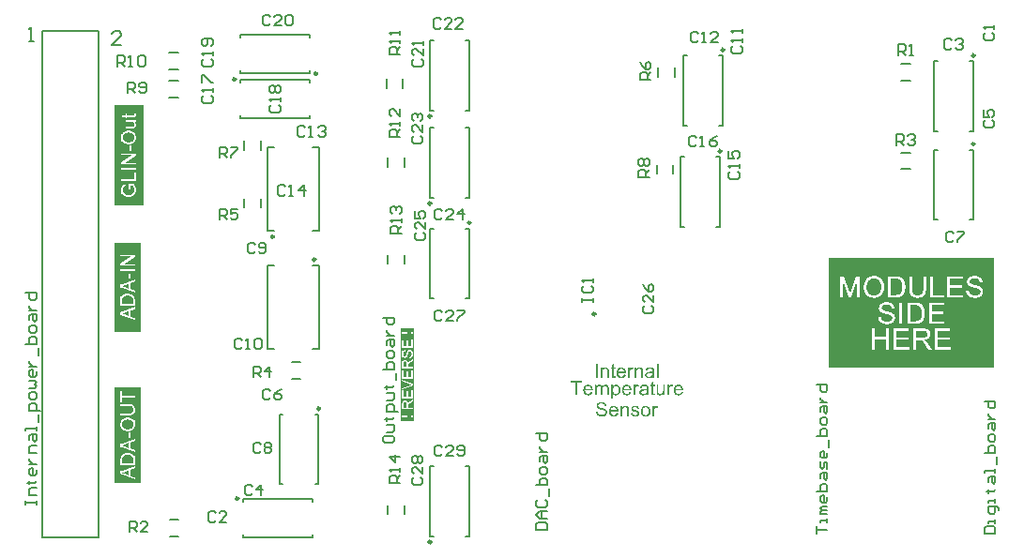
<source format=gto>
G04*
G04 #@! TF.GenerationSoftware,Altium Limited,Altium Designer,22.4.2 (48)*
G04*
G04 Layer_Color=65535*
%FSLAX25Y25*%
%MOIN*%
G70*
G04*
G04 #@! TF.SameCoordinates,39428C79-78B4-4776-93AB-87EEE93D088D*
G04*
G04*
G04 #@! TF.FilePolarity,Positive*
G04*
G01*
G75*
%ADD10C,0.00984*%
%ADD11C,0.00787*%
%ADD12C,0.00800*%
G36*
X-230849Y-56710D02*
X-241151D01*
Y-21290D01*
X-230849D01*
Y-56710D01*
D02*
G37*
G36*
X-231547Y-155633D02*
X-241151D01*
Y-121367D01*
X-231547D01*
Y-155633D01*
D02*
G37*
G36*
X-231547Y-101920D02*
X-241151D01*
Y-70080D01*
X-231547D01*
Y-101920D01*
D02*
G37*
G36*
X-54468Y-114419D02*
X-54435D01*
X-54353Y-114430D01*
X-54261Y-114441D01*
X-54157Y-114462D01*
X-54053Y-114495D01*
X-53949Y-114533D01*
X-53944D01*
X-53939Y-114539D01*
X-53906Y-114555D01*
X-53857Y-114582D01*
X-53791Y-114615D01*
X-53726Y-114664D01*
X-53655Y-114714D01*
X-53589Y-114774D01*
X-53535Y-114845D01*
X-53529Y-114855D01*
X-53513Y-114877D01*
X-53491Y-114921D01*
X-53458Y-114976D01*
X-53425Y-115041D01*
X-53398Y-115118D01*
X-53365Y-115205D01*
X-53343Y-115303D01*
Y-115309D01*
X-53338Y-115336D01*
X-53333Y-115380D01*
X-53322Y-115440D01*
X-53316Y-115522D01*
Y-115571D01*
X-53311Y-115625D01*
Y-115685D01*
X-53305Y-115756D01*
Y-115827D01*
Y-115904D01*
Y-118148D01*
X-53922D01*
Y-115926D01*
Y-115920D01*
Y-115909D01*
Y-115887D01*
Y-115866D01*
Y-115833D01*
X-53928Y-115795D01*
X-53933Y-115713D01*
X-53939Y-115620D01*
X-53955Y-115527D01*
X-53971Y-115440D01*
X-53999Y-115363D01*
X-54004Y-115352D01*
X-54015Y-115331D01*
X-54031Y-115298D01*
X-54059Y-115254D01*
X-54092Y-115205D01*
X-54135Y-115156D01*
X-54190Y-115107D01*
X-54255Y-115063D01*
X-54261Y-115058D01*
X-54288Y-115047D01*
X-54326Y-115025D01*
X-54375Y-115003D01*
X-54441Y-114987D01*
X-54512Y-114965D01*
X-54594Y-114954D01*
X-54687Y-114948D01*
X-54725D01*
X-54752Y-114954D01*
X-54785D01*
X-54829Y-114959D01*
X-54921Y-114981D01*
X-55025Y-115008D01*
X-55140Y-115052D01*
X-55254Y-115118D01*
X-55314Y-115156D01*
X-55369Y-115199D01*
X-55375Y-115205D01*
X-55380Y-115210D01*
X-55396Y-115227D01*
X-55413Y-115249D01*
X-55435Y-115281D01*
X-55457Y-115314D01*
X-55484Y-115358D01*
X-55511Y-115412D01*
X-55538Y-115472D01*
X-55566Y-115543D01*
X-55588Y-115620D01*
X-55609Y-115707D01*
X-55626Y-115805D01*
X-55642Y-115909D01*
X-55648Y-116029D01*
X-55653Y-116155D01*
Y-118148D01*
X-56270D01*
Y-114495D01*
X-55713D01*
Y-115019D01*
X-55708Y-115014D01*
X-55697Y-114992D01*
X-55669Y-114965D01*
X-55637Y-114926D01*
X-55598Y-114877D01*
X-55549Y-114828D01*
X-55489Y-114774D01*
X-55418Y-114714D01*
X-55342Y-114659D01*
X-55254Y-114604D01*
X-55162Y-114555D01*
X-55058Y-114506D01*
X-54943Y-114468D01*
X-54823Y-114441D01*
X-54692Y-114419D01*
X-54556Y-114413D01*
X-54501D01*
X-54468Y-114419D01*
D02*
G37*
G36*
X-66595D02*
X-66562D01*
X-66480Y-114430D01*
X-66387Y-114441D01*
X-66284Y-114462D01*
X-66180Y-114495D01*
X-66076Y-114533D01*
X-66071D01*
X-66065Y-114539D01*
X-66032Y-114555D01*
X-65983Y-114582D01*
X-65918Y-114615D01*
X-65852Y-114664D01*
X-65781Y-114714D01*
X-65716Y-114774D01*
X-65661Y-114845D01*
X-65656Y-114855D01*
X-65639Y-114877D01*
X-65618Y-114921D01*
X-65585Y-114976D01*
X-65552Y-115041D01*
X-65525Y-115118D01*
X-65492Y-115205D01*
X-65470Y-115303D01*
Y-115309D01*
X-65465Y-115336D01*
X-65459Y-115380D01*
X-65448Y-115440D01*
X-65443Y-115522D01*
Y-115571D01*
X-65437Y-115625D01*
Y-115685D01*
X-65432Y-115756D01*
Y-115827D01*
Y-115904D01*
Y-118148D01*
X-66049D01*
Y-115926D01*
Y-115920D01*
Y-115909D01*
Y-115887D01*
Y-115866D01*
Y-115833D01*
X-66054Y-115795D01*
X-66060Y-115713D01*
X-66065Y-115620D01*
X-66082Y-115527D01*
X-66098Y-115440D01*
X-66125Y-115363D01*
X-66131Y-115352D01*
X-66142Y-115331D01*
X-66158Y-115298D01*
X-66185Y-115254D01*
X-66218Y-115205D01*
X-66262Y-115156D01*
X-66316Y-115107D01*
X-66382Y-115063D01*
X-66387Y-115058D01*
X-66415Y-115047D01*
X-66453Y-115025D01*
X-66502Y-115003D01*
X-66568Y-114987D01*
X-66638Y-114965D01*
X-66720Y-114954D01*
X-66813Y-114948D01*
X-66852D01*
X-66879Y-114954D01*
X-66912D01*
X-66955Y-114959D01*
X-67048Y-114981D01*
X-67152Y-115008D01*
X-67266Y-115052D01*
X-67381Y-115118D01*
X-67441Y-115156D01*
X-67496Y-115199D01*
X-67501Y-115205D01*
X-67507Y-115210D01*
X-67523Y-115227D01*
X-67539Y-115249D01*
X-67561Y-115281D01*
X-67583Y-115314D01*
X-67610Y-115358D01*
X-67638Y-115412D01*
X-67665Y-115472D01*
X-67692Y-115543D01*
X-67714Y-115620D01*
X-67736Y-115707D01*
X-67752Y-115805D01*
X-67769Y-115909D01*
X-67774Y-116029D01*
X-67780Y-116155D01*
Y-118148D01*
X-68397D01*
Y-114495D01*
X-67840D01*
Y-115019D01*
X-67834Y-115014D01*
X-67823Y-114992D01*
X-67796Y-114965D01*
X-67763Y-114926D01*
X-67725Y-114877D01*
X-67676Y-114828D01*
X-67616Y-114774D01*
X-67545Y-114714D01*
X-67469Y-114659D01*
X-67381Y-114604D01*
X-67288Y-114555D01*
X-67185Y-114506D01*
X-67070Y-114468D01*
X-66950Y-114441D01*
X-66819Y-114419D01*
X-66682Y-114413D01*
X-66628D01*
X-66595Y-114419D01*
D02*
G37*
G36*
X-57220D02*
X-57193D01*
X-57160Y-114424D01*
X-57078Y-114441D01*
X-56980Y-114462D01*
X-56876Y-114500D01*
X-56756Y-114550D01*
X-56636Y-114615D01*
X-56854Y-115189D01*
X-56865Y-115183D01*
X-56892Y-115167D01*
X-56936Y-115145D01*
X-56996Y-115118D01*
X-57062Y-115096D01*
X-57138Y-115074D01*
X-57220Y-115058D01*
X-57307Y-115052D01*
X-57340D01*
X-57378Y-115058D01*
X-57428Y-115068D01*
X-57488Y-115085D01*
X-57548Y-115107D01*
X-57608Y-115134D01*
X-57673Y-115178D01*
X-57679Y-115183D01*
X-57701Y-115199D01*
X-57728Y-115227D01*
X-57761Y-115265D01*
X-57799Y-115314D01*
X-57837Y-115369D01*
X-57870Y-115440D01*
X-57902Y-115516D01*
Y-115522D01*
X-57908Y-115533D01*
X-57914Y-115549D01*
X-57919Y-115571D01*
X-57924Y-115603D01*
X-57935Y-115642D01*
X-57952Y-115729D01*
X-57968Y-115838D01*
X-57984Y-115958D01*
X-57995Y-116095D01*
X-58001Y-116237D01*
Y-118148D01*
X-58618D01*
Y-114495D01*
X-58061D01*
Y-115047D01*
X-58050Y-115036D01*
X-58039Y-115014D01*
X-58023Y-114992D01*
X-57984Y-114921D01*
X-57930Y-114845D01*
X-57870Y-114757D01*
X-57804Y-114670D01*
X-57739Y-114599D01*
X-57701Y-114566D01*
X-57668Y-114539D01*
X-57657Y-114533D01*
X-57635Y-114517D01*
X-57597Y-114500D01*
X-57553Y-114473D01*
X-57493Y-114451D01*
X-57428Y-114435D01*
X-57351Y-114419D01*
X-57275Y-114413D01*
X-57242D01*
X-57220Y-114419D01*
D02*
G37*
G36*
X-47840Y-118148D02*
X-48457D01*
Y-113108D01*
X-47840D01*
Y-118148D01*
D02*
G37*
G36*
X-50695Y-114419D02*
X-50646D01*
X-50542Y-114430D01*
X-50422Y-114441D01*
X-50297Y-114462D01*
X-50171Y-114490D01*
X-50056Y-114528D01*
X-50051D01*
X-50046Y-114533D01*
X-50029Y-114539D01*
X-50007Y-114550D01*
X-49958Y-114571D01*
X-49893Y-114604D01*
X-49822Y-114643D01*
X-49751Y-114692D01*
X-49685Y-114746D01*
X-49625Y-114806D01*
X-49620Y-114812D01*
X-49603Y-114834D01*
X-49576Y-114872D01*
X-49549Y-114921D01*
X-49516Y-114981D01*
X-49483Y-115052D01*
X-49450Y-115134D01*
X-49429Y-115227D01*
Y-115232D01*
X-49423Y-115260D01*
X-49418Y-115298D01*
X-49412Y-115358D01*
X-49407Y-115434D01*
X-49401Y-115533D01*
Y-115593D01*
X-49396Y-115653D01*
Y-115718D01*
Y-115795D01*
Y-116619D01*
Y-116630D01*
Y-116657D01*
Y-116701D01*
Y-116755D01*
Y-116826D01*
Y-116903D01*
X-49390Y-116990D01*
Y-117078D01*
X-49385Y-117263D01*
Y-117356D01*
X-49380Y-117444D01*
X-49374Y-117525D01*
X-49369Y-117596D01*
X-49363Y-117662D01*
X-49358Y-117711D01*
Y-117722D01*
X-49352Y-117749D01*
X-49341Y-117793D01*
X-49325Y-117853D01*
X-49303Y-117919D01*
X-49276Y-117990D01*
X-49243Y-118071D01*
X-49205Y-118148D01*
X-49849D01*
X-49854Y-118137D01*
X-49865Y-118115D01*
X-49882Y-118071D01*
X-49898Y-118017D01*
X-49920Y-117951D01*
X-49942Y-117875D01*
X-49958Y-117788D01*
X-49969Y-117689D01*
X-49975Y-117695D01*
X-49986Y-117700D01*
X-50002Y-117717D01*
X-50029Y-117738D01*
X-50062Y-117760D01*
X-50095Y-117793D01*
X-50182Y-117853D01*
X-50286Y-117924D01*
X-50395Y-117995D01*
X-50515Y-118055D01*
X-50635Y-118110D01*
X-50641D01*
X-50652Y-118115D01*
X-50668Y-118121D01*
X-50690Y-118126D01*
X-50717Y-118137D01*
X-50755Y-118148D01*
X-50837Y-118170D01*
X-50941Y-118192D01*
X-51056Y-118213D01*
X-51181Y-118224D01*
X-51318Y-118230D01*
X-51378D01*
X-51416Y-118224D01*
X-51465Y-118219D01*
X-51525Y-118213D01*
X-51591Y-118208D01*
X-51656Y-118192D01*
X-51809Y-118159D01*
X-51962Y-118110D01*
X-52033Y-118077D01*
X-52109Y-118033D01*
X-52175Y-117990D01*
X-52241Y-117940D01*
X-52246Y-117935D01*
X-52257Y-117924D01*
X-52268Y-117908D01*
X-52290Y-117886D01*
X-52317Y-117858D01*
X-52344Y-117820D01*
X-52372Y-117782D01*
X-52399Y-117733D01*
X-52459Y-117629D01*
X-52513Y-117498D01*
X-52535Y-117427D01*
X-52546Y-117351D01*
X-52557Y-117269D01*
X-52563Y-117187D01*
Y-117181D01*
Y-117176D01*
Y-117143D01*
X-52557Y-117089D01*
X-52546Y-117023D01*
X-52535Y-116947D01*
X-52513Y-116865D01*
X-52481Y-116783D01*
X-52443Y-116695D01*
X-52437Y-116684D01*
X-52421Y-116657D01*
X-52393Y-116619D01*
X-52355Y-116564D01*
X-52311Y-116510D01*
X-52257Y-116450D01*
X-52197Y-116395D01*
X-52126Y-116341D01*
X-52115Y-116335D01*
X-52088Y-116319D01*
X-52049Y-116291D01*
X-51995Y-116264D01*
X-51929Y-116231D01*
X-51853Y-116199D01*
X-51766Y-116166D01*
X-51678Y-116139D01*
X-51667D01*
X-51645Y-116128D01*
X-51602Y-116122D01*
X-51542Y-116106D01*
X-51465Y-116095D01*
X-51367Y-116078D01*
X-51258Y-116062D01*
X-51127Y-116046D01*
X-51116D01*
X-51094Y-116040D01*
X-51056Y-116035D01*
X-51007Y-116029D01*
X-50941Y-116018D01*
X-50870Y-116007D01*
X-50794Y-115997D01*
X-50706Y-115986D01*
X-50526Y-115953D01*
X-50346Y-115915D01*
X-50258Y-115893D01*
X-50171Y-115871D01*
X-50095Y-115849D01*
X-50024Y-115827D01*
Y-115822D01*
Y-115805D01*
Y-115784D01*
X-50018Y-115762D01*
Y-115707D01*
Y-115685D01*
Y-115669D01*
Y-115664D01*
Y-115653D01*
Y-115631D01*
Y-115609D01*
X-50029Y-115543D01*
X-50040Y-115462D01*
X-50062Y-115374D01*
X-50095Y-115287D01*
X-50138Y-115205D01*
X-50199Y-115139D01*
X-50209Y-115128D01*
X-50220Y-115118D01*
X-50242Y-115107D01*
X-50270Y-115090D01*
X-50297Y-115074D01*
X-50373Y-115030D01*
X-50472Y-114992D01*
X-50592Y-114959D01*
X-50734Y-114937D01*
X-50897Y-114926D01*
X-50968D01*
X-51007Y-114932D01*
X-51045D01*
X-51143Y-114943D01*
X-51247Y-114965D01*
X-51350Y-114992D01*
X-51454Y-115030D01*
X-51542Y-115079D01*
X-51553Y-115085D01*
X-51574Y-115107D01*
X-51613Y-115150D01*
X-51656Y-115205D01*
X-51705Y-115276D01*
X-51760Y-115374D01*
X-51804Y-115483D01*
X-51826Y-115549D01*
X-51847Y-115620D01*
X-52454Y-115538D01*
Y-115533D01*
X-52448Y-115522D01*
X-52443Y-115500D01*
X-52437Y-115472D01*
X-52426Y-115440D01*
X-52415Y-115401D01*
X-52388Y-115314D01*
X-52350Y-115216D01*
X-52306Y-115112D01*
X-52251Y-115008D01*
X-52186Y-114916D01*
Y-114910D01*
X-52175Y-114905D01*
X-52148Y-114877D01*
X-52104Y-114834D01*
X-52044Y-114779D01*
X-51968Y-114719D01*
X-51875Y-114659D01*
X-51766Y-114599D01*
X-51640Y-114544D01*
X-51635D01*
X-51623Y-114539D01*
X-51602Y-114533D01*
X-51574Y-114522D01*
X-51542Y-114512D01*
X-51503Y-114500D01*
X-51454Y-114490D01*
X-51400Y-114479D01*
X-51345Y-114468D01*
X-51280Y-114457D01*
X-51138Y-114435D01*
X-50979Y-114419D01*
X-50810Y-114413D01*
X-50734D01*
X-50695Y-114419D01*
D02*
G37*
G36*
X-69494Y-118148D02*
X-70160D01*
Y-113108D01*
X-69494D01*
Y-118148D01*
D02*
G37*
G36*
X-63761Y-114495D02*
X-63133D01*
Y-114976D01*
X-63761D01*
Y-117116D01*
Y-117121D01*
Y-117127D01*
Y-117160D01*
Y-117203D01*
X-63756Y-117258D01*
Y-117312D01*
X-63745Y-117367D01*
X-63739Y-117416D01*
X-63728Y-117454D01*
Y-117460D01*
X-63723Y-117465D01*
X-63701Y-117498D01*
X-63668Y-117536D01*
X-63625Y-117575D01*
X-63619D01*
X-63608Y-117580D01*
X-63592Y-117585D01*
X-63570Y-117596D01*
X-63537Y-117602D01*
X-63504Y-117613D01*
X-63461Y-117618D01*
X-63368D01*
X-63335Y-117613D01*
X-63297D01*
X-63248Y-117607D01*
X-63193Y-117602D01*
X-63133Y-117596D01*
X-63051Y-118142D01*
X-63062D01*
X-63095Y-118153D01*
X-63144Y-118159D01*
X-63210Y-118170D01*
X-63281Y-118181D01*
X-63357Y-118186D01*
X-63521Y-118197D01*
X-63576D01*
X-63635Y-118192D01*
X-63712Y-118186D01*
X-63799Y-118170D01*
X-63887Y-118153D01*
X-63969Y-118126D01*
X-64045Y-118093D01*
X-64051Y-118088D01*
X-64072Y-118071D01*
X-64105Y-118050D01*
X-64149Y-118017D01*
X-64192Y-117979D01*
X-64236Y-117929D01*
X-64274Y-117875D01*
X-64307Y-117815D01*
X-64313Y-117804D01*
X-64318Y-117777D01*
X-64324Y-117755D01*
X-64329Y-117727D01*
X-64334Y-117695D01*
X-64340Y-117656D01*
X-64351Y-117613D01*
X-64356Y-117558D01*
X-64362Y-117498D01*
X-64367Y-117433D01*
X-64373Y-117356D01*
Y-117274D01*
X-64378Y-117181D01*
Y-117083D01*
Y-114976D01*
X-64837D01*
Y-114495D01*
X-64378D01*
Y-113594D01*
X-63761Y-113223D01*
Y-114495D01*
D02*
G37*
G36*
X-60960Y-114419D02*
X-60911D01*
X-60846Y-114430D01*
X-60774Y-114441D01*
X-60693Y-114457D01*
X-60605Y-114473D01*
X-60512Y-114500D01*
X-60420Y-114533D01*
X-60316Y-114577D01*
X-60218Y-114626D01*
X-60119Y-114681D01*
X-60021Y-114752D01*
X-59923Y-114828D01*
X-59835Y-114916D01*
X-59830Y-114921D01*
X-59813Y-114937D01*
X-59792Y-114965D01*
X-59764Y-115008D01*
X-59726Y-115058D01*
X-59688Y-115118D01*
X-59644Y-115194D01*
X-59601Y-115276D01*
X-59562Y-115369D01*
X-59519Y-115472D01*
X-59481Y-115587D01*
X-59442Y-115713D01*
X-59415Y-115849D01*
X-59393Y-115997D01*
X-59377Y-116149D01*
X-59371Y-116313D01*
Y-116324D01*
Y-116351D01*
Y-116406D01*
X-59377Y-116477D01*
X-62101D01*
Y-116482D01*
Y-116504D01*
X-62096Y-116537D01*
X-62090Y-116575D01*
X-62085Y-116630D01*
X-62074Y-116684D01*
X-62063Y-116750D01*
X-62047Y-116821D01*
X-62003Y-116969D01*
X-61943Y-117127D01*
X-61905Y-117198D01*
X-61866Y-117274D01*
X-61817Y-117340D01*
X-61763Y-117405D01*
X-61757Y-117411D01*
X-61746Y-117416D01*
X-61730Y-117433D01*
X-61708Y-117454D01*
X-61675Y-117476D01*
X-61643Y-117503D01*
X-61599Y-117536D01*
X-61550Y-117564D01*
X-61441Y-117624D01*
X-61310Y-117673D01*
X-61239Y-117695D01*
X-61162Y-117706D01*
X-61080Y-117717D01*
X-60998Y-117722D01*
X-60966D01*
X-60944Y-117717D01*
X-60878Y-117711D01*
X-60796Y-117700D01*
X-60709Y-117678D01*
X-60611Y-117646D01*
X-60512Y-117607D01*
X-60420Y-117547D01*
X-60414D01*
X-60409Y-117536D01*
X-60381Y-117515D01*
X-60338Y-117471D01*
X-60283Y-117405D01*
X-60223Y-117329D01*
X-60158Y-117225D01*
X-60092Y-117105D01*
X-60037Y-116969D01*
X-59393Y-117050D01*
Y-117056D01*
X-59399Y-117078D01*
X-59409Y-117105D01*
X-59426Y-117143D01*
X-59442Y-117192D01*
X-59464Y-117247D01*
X-59491Y-117307D01*
X-59519Y-117373D01*
X-59595Y-117509D01*
X-59693Y-117656D01*
X-59754Y-117727D01*
X-59813Y-117798D01*
X-59879Y-117864D01*
X-59956Y-117924D01*
X-59961Y-117929D01*
X-59972Y-117935D01*
X-59999Y-117951D01*
X-60027Y-117973D01*
X-60070Y-117995D01*
X-60119Y-118022D01*
X-60174Y-118050D01*
X-60239Y-118077D01*
X-60310Y-118104D01*
X-60392Y-118131D01*
X-60474Y-118159D01*
X-60567Y-118181D01*
X-60665Y-118202D01*
X-60769Y-118219D01*
X-60884Y-118224D01*
X-60998Y-118230D01*
X-61031D01*
X-61075Y-118224D01*
X-61129D01*
X-61200Y-118213D01*
X-61277Y-118202D01*
X-61364Y-118186D01*
X-61457Y-118170D01*
X-61555Y-118142D01*
X-61659Y-118110D01*
X-61768Y-118071D01*
X-61872Y-118022D01*
X-61981Y-117968D01*
X-62079Y-117902D01*
X-62178Y-117826D01*
X-62270Y-117738D01*
X-62276Y-117733D01*
X-62292Y-117717D01*
X-62314Y-117689D01*
X-62341Y-117646D01*
X-62380Y-117596D01*
X-62418Y-117536D01*
X-62462Y-117465D01*
X-62500Y-117383D01*
X-62543Y-117291D01*
X-62587Y-117187D01*
X-62625Y-117072D01*
X-62664Y-116947D01*
X-62691Y-116816D01*
X-62713Y-116674D01*
X-62729Y-116521D01*
X-62735Y-116357D01*
Y-116346D01*
Y-116319D01*
X-62729Y-116270D01*
Y-116204D01*
X-62718Y-116128D01*
X-62707Y-116040D01*
X-62696Y-115937D01*
X-62675Y-115833D01*
X-62653Y-115718D01*
X-62620Y-115603D01*
X-62582Y-115483D01*
X-62538Y-115363D01*
X-62484Y-115249D01*
X-62418Y-115134D01*
X-62347Y-115025D01*
X-62265Y-114926D01*
X-62260Y-114921D01*
X-62243Y-114905D01*
X-62216Y-114877D01*
X-62178Y-114845D01*
X-62134Y-114806D01*
X-62074Y-114763D01*
X-62009Y-114719D01*
X-61932Y-114670D01*
X-61850Y-114621D01*
X-61757Y-114577D01*
X-61654Y-114533D01*
X-61544Y-114495D01*
X-61424Y-114462D01*
X-61304Y-114435D01*
X-61168Y-114419D01*
X-61031Y-114413D01*
X-60998D01*
X-60960Y-114419D01*
D02*
G37*
G36*
X-62847Y-120548D02*
X-62803D01*
X-62754Y-120554D01*
X-62705Y-120564D01*
X-62645Y-120575D01*
X-62514Y-120603D01*
X-62377Y-120646D01*
X-62235Y-120706D01*
X-62164Y-120745D01*
X-62099Y-120788D01*
X-62093D01*
X-62082Y-120799D01*
X-62066Y-120816D01*
X-62038Y-120832D01*
X-61973Y-120887D01*
X-61897Y-120963D01*
X-61809Y-121061D01*
X-61716Y-121176D01*
X-61634Y-121312D01*
X-61558Y-121465D01*
Y-121471D01*
X-61553Y-121487D01*
X-61542Y-121509D01*
X-61531Y-121542D01*
X-61514Y-121580D01*
X-61498Y-121629D01*
X-61482Y-121689D01*
X-61465Y-121749D01*
X-61449Y-121820D01*
X-61432Y-121891D01*
X-61400Y-122055D01*
X-61378Y-122235D01*
X-61372Y-122426D01*
Y-122432D01*
Y-122454D01*
Y-122481D01*
X-61378Y-122519D01*
Y-122568D01*
X-61383Y-122628D01*
X-61389Y-122694D01*
X-61400Y-122765D01*
X-61422Y-122918D01*
X-61460Y-123087D01*
X-61509Y-123262D01*
X-61574Y-123436D01*
Y-123442D01*
X-61585Y-123458D01*
X-61596Y-123480D01*
X-61613Y-123507D01*
X-61634Y-123546D01*
X-61656Y-123589D01*
X-61722Y-123688D01*
X-61804Y-123802D01*
X-61907Y-123917D01*
X-62022Y-124026D01*
X-62159Y-124124D01*
X-62164D01*
X-62175Y-124135D01*
X-62197Y-124146D01*
X-62224Y-124163D01*
X-62262Y-124179D01*
X-62301Y-124201D01*
X-62350Y-124217D01*
X-62404Y-124239D01*
X-62524Y-124283D01*
X-62661Y-124321D01*
X-62808Y-124348D01*
X-62885Y-124354D01*
X-62967Y-124359D01*
X-63021D01*
X-63076Y-124354D01*
X-63152Y-124343D01*
X-63240Y-124326D01*
X-63332Y-124304D01*
X-63431Y-124277D01*
X-63524Y-124233D01*
X-63534Y-124228D01*
X-63562Y-124212D01*
X-63611Y-124179D01*
X-63666Y-124141D01*
X-63731Y-124097D01*
X-63797Y-124037D01*
X-63862Y-123971D01*
X-63922Y-123900D01*
Y-125675D01*
X-64539D01*
Y-120624D01*
X-63977D01*
Y-121099D01*
X-63966Y-121094D01*
X-63944Y-121061D01*
X-63900Y-121007D01*
X-63846Y-120947D01*
X-63780Y-120881D01*
X-63704Y-120810D01*
X-63622Y-120745D01*
X-63529Y-120685D01*
X-63524D01*
X-63518Y-120679D01*
X-63485Y-120663D01*
X-63431Y-120641D01*
X-63360Y-120614D01*
X-63273Y-120586D01*
X-63169Y-120564D01*
X-63049Y-120548D01*
X-62923Y-120543D01*
X-62879D01*
X-62847Y-120548D01*
D02*
G37*
G36*
X-43191D02*
X-43163D01*
X-43130Y-120554D01*
X-43049Y-120570D01*
X-42950Y-120592D01*
X-42847Y-120630D01*
X-42726Y-120679D01*
X-42606Y-120745D01*
X-42825Y-121318D01*
X-42836Y-121312D01*
X-42863Y-121296D01*
X-42907Y-121274D01*
X-42967Y-121247D01*
X-43032Y-121225D01*
X-43109Y-121203D01*
X-43191Y-121187D01*
X-43278Y-121181D01*
X-43311D01*
X-43349Y-121187D01*
X-43398Y-121198D01*
X-43458Y-121214D01*
X-43518Y-121236D01*
X-43578Y-121263D01*
X-43644Y-121307D01*
X-43649Y-121312D01*
X-43671Y-121329D01*
X-43698Y-121356D01*
X-43731Y-121394D01*
X-43769Y-121443D01*
X-43808Y-121498D01*
X-43840Y-121569D01*
X-43873Y-121645D01*
Y-121651D01*
X-43878Y-121662D01*
X-43884Y-121678D01*
X-43889Y-121700D01*
X-43895Y-121733D01*
X-43906Y-121771D01*
X-43922Y-121858D01*
X-43939Y-121968D01*
X-43955Y-122088D01*
X-43966Y-122224D01*
X-43971Y-122366D01*
Y-124277D01*
X-44588D01*
Y-120624D01*
X-44031D01*
Y-121176D01*
X-44021Y-121165D01*
X-44010Y-121143D01*
X-43993Y-121121D01*
X-43955Y-121050D01*
X-43900Y-120974D01*
X-43840Y-120887D01*
X-43775Y-120799D01*
X-43709Y-120728D01*
X-43671Y-120695D01*
X-43638Y-120668D01*
X-43627Y-120663D01*
X-43606Y-120646D01*
X-43567Y-120630D01*
X-43524Y-120603D01*
X-43464Y-120581D01*
X-43398Y-120564D01*
X-43322Y-120548D01*
X-43245Y-120543D01*
X-43212D01*
X-43191Y-120548D01*
D02*
G37*
G36*
X-55317D02*
X-55290D01*
X-55257Y-120554D01*
X-55175Y-120570D01*
X-55077Y-120592D01*
X-54973Y-120630D01*
X-54853Y-120679D01*
X-54733Y-120745D01*
X-54951Y-121318D01*
X-54962Y-121312D01*
X-54990Y-121296D01*
X-55033Y-121274D01*
X-55093Y-121247D01*
X-55159Y-121225D01*
X-55235Y-121203D01*
X-55317Y-121187D01*
X-55405Y-121181D01*
X-55437D01*
X-55476Y-121187D01*
X-55525Y-121198D01*
X-55585Y-121214D01*
X-55645Y-121236D01*
X-55705Y-121263D01*
X-55770Y-121307D01*
X-55776Y-121312D01*
X-55798Y-121329D01*
X-55825Y-121356D01*
X-55858Y-121394D01*
X-55896Y-121443D01*
X-55934Y-121498D01*
X-55967Y-121569D01*
X-56000Y-121645D01*
Y-121651D01*
X-56005Y-121662D01*
X-56011Y-121678D01*
X-56016Y-121700D01*
X-56022Y-121733D01*
X-56033Y-121771D01*
X-56049Y-121858D01*
X-56065Y-121968D01*
X-56082Y-122088D01*
X-56093Y-122224D01*
X-56098Y-122366D01*
Y-124277D01*
X-56715D01*
Y-120624D01*
X-56158D01*
Y-121176D01*
X-56147Y-121165D01*
X-56136Y-121143D01*
X-56120Y-121121D01*
X-56082Y-121050D01*
X-56027Y-120974D01*
X-55967Y-120887D01*
X-55901Y-120799D01*
X-55836Y-120728D01*
X-55798Y-120695D01*
X-55765Y-120668D01*
X-55754Y-120663D01*
X-55732Y-120646D01*
X-55694Y-120630D01*
X-55650Y-120603D01*
X-55590Y-120581D01*
X-55525Y-120564D01*
X-55448Y-120548D01*
X-55372Y-120543D01*
X-55339D01*
X-55317Y-120548D01*
D02*
G37*
G36*
X-66499D02*
X-66450Y-120554D01*
X-66401Y-120559D01*
X-66341Y-120570D01*
X-66276Y-120581D01*
X-66144Y-120619D01*
X-66002Y-120674D01*
X-65937Y-120706D01*
X-65871Y-120745D01*
X-65806Y-120794D01*
X-65751Y-120848D01*
X-65746Y-120854D01*
X-65740Y-120865D01*
X-65724Y-120881D01*
X-65708Y-120903D01*
X-65680Y-120936D01*
X-65658Y-120974D01*
X-65631Y-121023D01*
X-65604Y-121078D01*
X-65577Y-121138D01*
X-65549Y-121203D01*
X-65522Y-121280D01*
X-65500Y-121362D01*
X-65484Y-121454D01*
X-65467Y-121553D01*
X-65462Y-121656D01*
X-65456Y-121771D01*
Y-124277D01*
X-66073D01*
Y-121979D01*
Y-121973D01*
Y-121962D01*
Y-121940D01*
Y-121918D01*
X-66079Y-121853D01*
Y-121771D01*
X-66090Y-121684D01*
X-66101Y-121596D01*
X-66112Y-121514D01*
X-66133Y-121443D01*
Y-121438D01*
X-66144Y-121416D01*
X-66161Y-121389D01*
X-66183Y-121351D01*
X-66215Y-121307D01*
X-66248Y-121263D01*
X-66297Y-121220D01*
X-66352Y-121181D01*
X-66357Y-121176D01*
X-66379Y-121165D01*
X-66412Y-121149D01*
X-66456Y-121127D01*
X-66510Y-121110D01*
X-66576Y-121094D01*
X-66647Y-121083D01*
X-66723Y-121078D01*
X-66761D01*
X-66789Y-121083D01*
X-66821D01*
X-66860Y-121089D01*
X-66947Y-121110D01*
X-67051Y-121138D01*
X-67160Y-121187D01*
X-67264Y-121247D01*
X-67318Y-121291D01*
X-67367Y-121334D01*
Y-121340D01*
X-67378Y-121345D01*
X-67389Y-121362D01*
X-67406Y-121383D01*
X-67427Y-121411D01*
X-67449Y-121443D01*
X-67471Y-121487D01*
X-67493Y-121531D01*
X-67520Y-121585D01*
X-67542Y-121645D01*
X-67564Y-121716D01*
X-67586Y-121788D01*
X-67602Y-121869D01*
X-67613Y-121962D01*
X-67619Y-122055D01*
X-67624Y-122159D01*
Y-124277D01*
X-68241D01*
Y-121908D01*
Y-121902D01*
Y-121891D01*
Y-121869D01*
Y-121837D01*
X-68247Y-121804D01*
Y-121766D01*
X-68257Y-121673D01*
X-68279Y-121574D01*
X-68307Y-121471D01*
X-68345Y-121372D01*
X-68394Y-121285D01*
X-68399Y-121274D01*
X-68421Y-121252D01*
X-68459Y-121220D01*
X-68509Y-121181D01*
X-68580Y-121143D01*
X-68661Y-121110D01*
X-68765Y-121089D01*
X-68885Y-121078D01*
X-68929D01*
X-68978Y-121083D01*
X-69044Y-121094D01*
X-69120Y-121110D01*
X-69202Y-121138D01*
X-69284Y-121170D01*
X-69371Y-121220D01*
X-69382Y-121225D01*
X-69410Y-121247D01*
X-69448Y-121274D01*
X-69491Y-121323D01*
X-69546Y-121378D01*
X-69601Y-121449D01*
X-69650Y-121531D01*
X-69693Y-121624D01*
Y-121629D01*
X-69699Y-121635D01*
X-69704Y-121651D01*
X-69710Y-121673D01*
X-69715Y-121700D01*
X-69726Y-121733D01*
X-69732Y-121771D01*
X-69743Y-121815D01*
X-69753Y-121869D01*
X-69759Y-121924D01*
X-69770Y-121984D01*
X-69775Y-122055D01*
X-69781Y-122126D01*
X-69786Y-122208D01*
X-69792Y-122290D01*
Y-122383D01*
Y-124277D01*
X-70409D01*
Y-120624D01*
X-69857D01*
Y-121132D01*
X-69846Y-121127D01*
X-69824Y-121094D01*
X-69786Y-121045D01*
X-69732Y-120985D01*
X-69666Y-120914D01*
X-69590Y-120843D01*
X-69502Y-120772D01*
X-69399Y-120706D01*
X-69393D01*
X-69388Y-120701D01*
X-69371Y-120690D01*
X-69349Y-120679D01*
X-69322Y-120668D01*
X-69289Y-120652D01*
X-69213Y-120624D01*
X-69115Y-120592D01*
X-69005Y-120570D01*
X-68880Y-120548D01*
X-68749Y-120543D01*
X-68683D01*
X-68645Y-120548D01*
X-68607Y-120554D01*
X-68514Y-120564D01*
X-68410Y-120586D01*
X-68301Y-120614D01*
X-68192Y-120657D01*
X-68088Y-120712D01*
X-68083D01*
X-68077Y-120717D01*
X-68045Y-120745D01*
X-68001Y-120783D01*
X-67941Y-120832D01*
X-67881Y-120903D01*
X-67821Y-120979D01*
X-67766Y-121072D01*
X-67717Y-121181D01*
X-67711Y-121176D01*
X-67695Y-121154D01*
X-67673Y-121121D01*
X-67635Y-121083D01*
X-67597Y-121034D01*
X-67542Y-120979D01*
X-67482Y-120919D01*
X-67411Y-120859D01*
X-67335Y-120805D01*
X-67247Y-120745D01*
X-67155Y-120690D01*
X-67056Y-120641D01*
X-66947Y-120603D01*
X-66832Y-120570D01*
X-66712Y-120548D01*
X-66587Y-120543D01*
X-66532D01*
X-66499Y-120548D01*
D02*
G37*
G36*
X-45555Y-124277D02*
X-46106D01*
Y-123742D01*
X-46112Y-123748D01*
X-46128Y-123769D01*
X-46150Y-123797D01*
X-46183Y-123840D01*
X-46226Y-123884D01*
X-46281Y-123939D01*
X-46341Y-123993D01*
X-46412Y-124048D01*
X-46494Y-124108D01*
X-46581Y-124163D01*
X-46674Y-124217D01*
X-46778Y-124261D01*
X-46892Y-124304D01*
X-47007Y-124332D01*
X-47133Y-124354D01*
X-47269Y-124359D01*
X-47324D01*
X-47384Y-124354D01*
X-47466Y-124343D01*
X-47559Y-124332D01*
X-47662Y-124310D01*
X-47766Y-124277D01*
X-47875Y-124239D01*
X-47881D01*
X-47886Y-124233D01*
X-47919Y-124217D01*
X-47968Y-124190D01*
X-48034Y-124152D01*
X-48099Y-124108D01*
X-48170Y-124053D01*
X-48236Y-123993D01*
X-48290Y-123928D01*
X-48296Y-123917D01*
X-48312Y-123895D01*
X-48334Y-123851D01*
X-48361Y-123797D01*
X-48394Y-123731D01*
X-48427Y-123655D01*
X-48454Y-123567D01*
X-48481Y-123469D01*
Y-123458D01*
X-48487Y-123436D01*
X-48492Y-123387D01*
X-48498Y-123327D01*
X-48503Y-123245D01*
X-48509Y-123147D01*
X-48514Y-123027D01*
Y-122890D01*
Y-120624D01*
X-47897D01*
Y-122650D01*
Y-122656D01*
Y-122672D01*
Y-122694D01*
Y-122727D01*
Y-122770D01*
Y-122814D01*
X-47892Y-122912D01*
Y-123021D01*
X-47881Y-123131D01*
X-47875Y-123229D01*
X-47870Y-123273D01*
X-47864Y-123305D01*
X-47859Y-123316D01*
X-47853Y-123344D01*
X-47837Y-123393D01*
X-47810Y-123447D01*
X-47777Y-123507D01*
X-47733Y-123567D01*
X-47679Y-123633D01*
X-47613Y-123688D01*
X-47602Y-123693D01*
X-47580Y-123709D01*
X-47537Y-123731D01*
X-47482Y-123753D01*
X-47417Y-123780D01*
X-47335Y-123802D01*
X-47242Y-123819D01*
X-47144Y-123824D01*
X-47095D01*
X-47045Y-123819D01*
X-46974Y-123808D01*
X-46892Y-123791D01*
X-46805Y-123764D01*
X-46718Y-123731D01*
X-46625Y-123682D01*
X-46619D01*
X-46614Y-123677D01*
X-46587Y-123655D01*
X-46543Y-123622D01*
X-46488Y-123578D01*
X-46434Y-123524D01*
X-46374Y-123458D01*
X-46319Y-123382D01*
X-46275Y-123294D01*
Y-123289D01*
X-46270Y-123284D01*
X-46265Y-123267D01*
X-46259Y-123251D01*
X-46254Y-123223D01*
X-46243Y-123191D01*
X-46232Y-123158D01*
X-46221Y-123114D01*
X-46205Y-123011D01*
X-46188Y-122890D01*
X-46177Y-122748D01*
X-46172Y-122585D01*
Y-120624D01*
X-45555D01*
Y-124277D01*
D02*
G37*
G36*
X-52707Y-120548D02*
X-52658D01*
X-52555Y-120559D01*
X-52434Y-120570D01*
X-52309Y-120592D01*
X-52183Y-120619D01*
X-52069Y-120657D01*
X-52063D01*
X-52058Y-120663D01*
X-52041Y-120668D01*
X-52019Y-120679D01*
X-51970Y-120701D01*
X-51905Y-120734D01*
X-51834Y-120772D01*
X-51763Y-120821D01*
X-51697Y-120876D01*
X-51637Y-120936D01*
X-51632Y-120941D01*
X-51615Y-120963D01*
X-51588Y-121001D01*
X-51561Y-121050D01*
X-51528Y-121110D01*
X-51495Y-121181D01*
X-51463Y-121263D01*
X-51441Y-121356D01*
Y-121362D01*
X-51435Y-121389D01*
X-51430Y-121427D01*
X-51424Y-121487D01*
X-51419Y-121564D01*
X-51413Y-121662D01*
Y-121722D01*
X-51408Y-121782D01*
Y-121847D01*
Y-121924D01*
Y-122748D01*
Y-122759D01*
Y-122787D01*
Y-122830D01*
Y-122885D01*
Y-122956D01*
Y-123032D01*
X-51402Y-123120D01*
Y-123207D01*
X-51397Y-123393D01*
Y-123486D01*
X-51392Y-123573D01*
X-51386Y-123655D01*
X-51381Y-123726D01*
X-51375Y-123791D01*
X-51370Y-123840D01*
Y-123851D01*
X-51364Y-123879D01*
X-51353Y-123922D01*
X-51337Y-123982D01*
X-51315Y-124048D01*
X-51288Y-124119D01*
X-51255Y-124201D01*
X-51217Y-124277D01*
X-51861D01*
X-51867Y-124266D01*
X-51877Y-124244D01*
X-51894Y-124201D01*
X-51910Y-124146D01*
X-51932Y-124081D01*
X-51954Y-124004D01*
X-51970Y-123917D01*
X-51981Y-123819D01*
X-51987Y-123824D01*
X-51998Y-123829D01*
X-52014Y-123846D01*
X-52041Y-123868D01*
X-52074Y-123890D01*
X-52107Y-123922D01*
X-52194Y-123982D01*
X-52298Y-124053D01*
X-52407Y-124124D01*
X-52527Y-124184D01*
X-52647Y-124239D01*
X-52653D01*
X-52664Y-124244D01*
X-52680Y-124250D01*
X-52702Y-124255D01*
X-52729Y-124266D01*
X-52767Y-124277D01*
X-52849Y-124299D01*
X-52953Y-124321D01*
X-53068Y-124343D01*
X-53193Y-124354D01*
X-53330Y-124359D01*
X-53390D01*
X-53428Y-124354D01*
X-53477Y-124348D01*
X-53537Y-124343D01*
X-53603Y-124337D01*
X-53668Y-124321D01*
X-53821Y-124288D01*
X-53974Y-124239D01*
X-54045Y-124206D01*
X-54122Y-124163D01*
X-54187Y-124119D01*
X-54252Y-124070D01*
X-54258Y-124064D01*
X-54269Y-124053D01*
X-54280Y-124037D01*
X-54302Y-124015D01*
X-54329Y-123988D01*
X-54356Y-123950D01*
X-54384Y-123911D01*
X-54411Y-123862D01*
X-54471Y-123758D01*
X-54526Y-123627D01*
X-54547Y-123556D01*
X-54558Y-123480D01*
X-54569Y-123398D01*
X-54575Y-123316D01*
Y-123311D01*
Y-123305D01*
Y-123273D01*
X-54569Y-123218D01*
X-54558Y-123152D01*
X-54547Y-123076D01*
X-54526Y-122994D01*
X-54493Y-122912D01*
X-54454Y-122825D01*
X-54449Y-122814D01*
X-54433Y-122787D01*
X-54405Y-122748D01*
X-54367Y-122694D01*
X-54324Y-122639D01*
X-54269Y-122579D01*
X-54209Y-122525D01*
X-54138Y-122470D01*
X-54127Y-122465D01*
X-54100Y-122448D01*
X-54061Y-122421D01*
X-54007Y-122394D01*
X-53941Y-122361D01*
X-53865Y-122328D01*
X-53777Y-122295D01*
X-53690Y-122268D01*
X-53679D01*
X-53657Y-122257D01*
X-53614Y-122252D01*
X-53554Y-122235D01*
X-53477Y-122224D01*
X-53379Y-122208D01*
X-53270Y-122192D01*
X-53139Y-122175D01*
X-53128D01*
X-53106Y-122170D01*
X-53068Y-122164D01*
X-53019Y-122159D01*
X-52953Y-122148D01*
X-52882Y-122137D01*
X-52806Y-122126D01*
X-52718Y-122115D01*
X-52538Y-122082D01*
X-52358Y-122044D01*
X-52271Y-122022D01*
X-52183Y-122000D01*
X-52107Y-121979D01*
X-52036Y-121957D01*
Y-121951D01*
Y-121935D01*
Y-121913D01*
X-52030Y-121891D01*
Y-121837D01*
Y-121815D01*
Y-121798D01*
Y-121793D01*
Y-121782D01*
Y-121760D01*
Y-121738D01*
X-52041Y-121673D01*
X-52052Y-121591D01*
X-52074Y-121503D01*
X-52107Y-121416D01*
X-52150Y-121334D01*
X-52210Y-121269D01*
X-52221Y-121258D01*
X-52232Y-121247D01*
X-52254Y-121236D01*
X-52281Y-121220D01*
X-52309Y-121203D01*
X-52385Y-121160D01*
X-52483Y-121121D01*
X-52604Y-121089D01*
X-52746Y-121067D01*
X-52909Y-121056D01*
X-52980D01*
X-53019Y-121061D01*
X-53057D01*
X-53155Y-121072D01*
X-53259Y-121094D01*
X-53363Y-121121D01*
X-53466Y-121160D01*
X-53554Y-121209D01*
X-53565Y-121214D01*
X-53586Y-121236D01*
X-53625Y-121280D01*
X-53668Y-121334D01*
X-53717Y-121405D01*
X-53772Y-121503D01*
X-53816Y-121613D01*
X-53838Y-121678D01*
X-53859Y-121749D01*
X-54466Y-121667D01*
Y-121662D01*
X-54460Y-121651D01*
X-54454Y-121629D01*
X-54449Y-121602D01*
X-54438Y-121569D01*
X-54427Y-121531D01*
X-54400Y-121443D01*
X-54362Y-121345D01*
X-54318Y-121241D01*
X-54264Y-121138D01*
X-54198Y-121045D01*
Y-121039D01*
X-54187Y-121034D01*
X-54160Y-121007D01*
X-54116Y-120963D01*
X-54056Y-120908D01*
X-53979Y-120848D01*
X-53887Y-120788D01*
X-53777Y-120728D01*
X-53652Y-120674D01*
X-53646D01*
X-53636Y-120668D01*
X-53614Y-120663D01*
X-53586Y-120652D01*
X-53554Y-120641D01*
X-53515Y-120630D01*
X-53466Y-120619D01*
X-53412Y-120608D01*
X-53357Y-120597D01*
X-53292Y-120586D01*
X-53150Y-120564D01*
X-52991Y-120548D01*
X-52822Y-120543D01*
X-52746D01*
X-52707Y-120548D01*
D02*
G37*
G36*
X-74929Y-119833D02*
X-76589D01*
Y-124277D01*
X-77255D01*
Y-119833D01*
X-78915D01*
Y-119238D01*
X-74929D01*
Y-119833D01*
D02*
G37*
G36*
X-49732Y-120624D02*
X-49104D01*
Y-121105D01*
X-49732D01*
Y-123245D01*
Y-123251D01*
Y-123256D01*
Y-123289D01*
Y-123333D01*
X-49726Y-123387D01*
Y-123442D01*
X-49715Y-123496D01*
X-49710Y-123546D01*
X-49699Y-123584D01*
Y-123589D01*
X-49693Y-123595D01*
X-49672Y-123627D01*
X-49639Y-123666D01*
X-49595Y-123704D01*
X-49590D01*
X-49579Y-123709D01*
X-49562Y-123715D01*
X-49541Y-123726D01*
X-49508Y-123731D01*
X-49475Y-123742D01*
X-49431Y-123748D01*
X-49338D01*
X-49306Y-123742D01*
X-49268D01*
X-49218Y-123737D01*
X-49164Y-123731D01*
X-49104Y-123726D01*
X-49022Y-124272D01*
X-49033D01*
X-49066Y-124283D01*
X-49115Y-124288D01*
X-49180Y-124299D01*
X-49251Y-124310D01*
X-49328Y-124316D01*
X-49491Y-124326D01*
X-49546D01*
X-49606Y-124321D01*
X-49683Y-124316D01*
X-49770Y-124299D01*
X-49857Y-124283D01*
X-49939Y-124255D01*
X-50016Y-124223D01*
X-50021Y-124217D01*
X-50043Y-124201D01*
X-50076Y-124179D01*
X-50119Y-124146D01*
X-50163Y-124108D01*
X-50207Y-124059D01*
X-50245Y-124004D01*
X-50278Y-123944D01*
X-50283Y-123933D01*
X-50289Y-123906D01*
X-50294Y-123884D01*
X-50300Y-123857D01*
X-50305Y-123824D01*
X-50310Y-123786D01*
X-50321Y-123742D01*
X-50327Y-123688D01*
X-50332Y-123627D01*
X-50338Y-123562D01*
X-50343Y-123486D01*
Y-123404D01*
X-50349Y-123311D01*
Y-123213D01*
Y-121105D01*
X-50807D01*
Y-120624D01*
X-50349D01*
Y-119724D01*
X-49732Y-119352D01*
Y-120624D01*
D02*
G37*
G36*
X-40674Y-120548D02*
X-40624D01*
X-40559Y-120559D01*
X-40488Y-120570D01*
X-40406Y-120586D01*
X-40319Y-120603D01*
X-40226Y-120630D01*
X-40133Y-120663D01*
X-40029Y-120706D01*
X-39931Y-120756D01*
X-39833Y-120810D01*
X-39734Y-120881D01*
X-39636Y-120958D01*
X-39549Y-121045D01*
X-39543Y-121050D01*
X-39527Y-121067D01*
X-39505Y-121094D01*
X-39478Y-121138D01*
X-39440Y-121187D01*
X-39401Y-121247D01*
X-39358Y-121323D01*
X-39314Y-121405D01*
X-39276Y-121498D01*
X-39232Y-121602D01*
X-39194Y-121716D01*
X-39156Y-121842D01*
X-39128Y-121979D01*
X-39107Y-122126D01*
X-39090Y-122279D01*
X-39085Y-122443D01*
Y-122454D01*
Y-122481D01*
Y-122536D01*
X-39090Y-122607D01*
X-41815D01*
Y-122612D01*
Y-122634D01*
X-41809Y-122667D01*
X-41804Y-122705D01*
X-41798Y-122759D01*
X-41787Y-122814D01*
X-41776Y-122880D01*
X-41760Y-122950D01*
X-41716Y-123098D01*
X-41656Y-123256D01*
X-41618Y-123327D01*
X-41580Y-123404D01*
X-41531Y-123469D01*
X-41476Y-123535D01*
X-41471Y-123540D01*
X-41460Y-123546D01*
X-41443Y-123562D01*
X-41421Y-123584D01*
X-41389Y-123606D01*
X-41356Y-123633D01*
X-41312Y-123666D01*
X-41263Y-123693D01*
X-41154Y-123753D01*
X-41023Y-123802D01*
X-40952Y-123824D01*
X-40876Y-123835D01*
X-40794Y-123846D01*
X-40712Y-123851D01*
X-40679D01*
X-40657Y-123846D01*
X-40592Y-123840D01*
X-40510Y-123829D01*
X-40422Y-123808D01*
X-40324Y-123775D01*
X-40226Y-123737D01*
X-40133Y-123677D01*
X-40128D01*
X-40122Y-123666D01*
X-40095Y-123644D01*
X-40051Y-123600D01*
X-39996Y-123535D01*
X-39936Y-123458D01*
X-39871Y-123354D01*
X-39805Y-123234D01*
X-39751Y-123098D01*
X-39107Y-123180D01*
Y-123185D01*
X-39112Y-123207D01*
X-39123Y-123234D01*
X-39139Y-123273D01*
X-39156Y-123322D01*
X-39178Y-123376D01*
X-39205Y-123436D01*
X-39232Y-123502D01*
X-39309Y-123638D01*
X-39407Y-123786D01*
X-39467Y-123857D01*
X-39527Y-123928D01*
X-39592Y-123993D01*
X-39669Y-124053D01*
X-39674Y-124059D01*
X-39685Y-124064D01*
X-39713Y-124081D01*
X-39740Y-124102D01*
X-39783Y-124124D01*
X-39833Y-124152D01*
X-39887Y-124179D01*
X-39953Y-124206D01*
X-40024Y-124233D01*
X-40106Y-124261D01*
X-40188Y-124288D01*
X-40280Y-124310D01*
X-40379Y-124332D01*
X-40482Y-124348D01*
X-40597Y-124354D01*
X-40712Y-124359D01*
X-40745D01*
X-40788Y-124354D01*
X-40843D01*
X-40914Y-124343D01*
X-40990Y-124332D01*
X-41078Y-124316D01*
X-41170Y-124299D01*
X-41269Y-124272D01*
X-41372Y-124239D01*
X-41482Y-124201D01*
X-41585Y-124152D01*
X-41695Y-124097D01*
X-41793Y-124031D01*
X-41891Y-123955D01*
X-41984Y-123868D01*
X-41989Y-123862D01*
X-42006Y-123846D01*
X-42028Y-123819D01*
X-42055Y-123775D01*
X-42093Y-123726D01*
X-42131Y-123666D01*
X-42175Y-123595D01*
X-42213Y-123513D01*
X-42257Y-123420D01*
X-42301Y-123316D01*
X-42339Y-123202D01*
X-42377Y-123076D01*
X-42404Y-122945D01*
X-42426Y-122803D01*
X-42443Y-122650D01*
X-42448Y-122486D01*
Y-122475D01*
Y-122448D01*
X-42443Y-122399D01*
Y-122334D01*
X-42432Y-122257D01*
X-42421Y-122170D01*
X-42410Y-122066D01*
X-42388Y-121962D01*
X-42366Y-121847D01*
X-42333Y-121733D01*
X-42295Y-121613D01*
X-42251Y-121493D01*
X-42197Y-121378D01*
X-42131Y-121263D01*
X-42060Y-121154D01*
X-41978Y-121056D01*
X-41973Y-121050D01*
X-41957Y-121034D01*
X-41929Y-121007D01*
X-41891Y-120974D01*
X-41847Y-120936D01*
X-41787Y-120892D01*
X-41722Y-120848D01*
X-41645Y-120799D01*
X-41563Y-120750D01*
X-41471Y-120706D01*
X-41367Y-120663D01*
X-41258Y-120624D01*
X-41138Y-120592D01*
X-41017Y-120564D01*
X-40881Y-120548D01*
X-40745Y-120543D01*
X-40712D01*
X-40674Y-120548D01*
D02*
G37*
G36*
X-59057D02*
X-59008D01*
X-58943Y-120559D01*
X-58872Y-120570D01*
X-58790Y-120586D01*
X-58702Y-120603D01*
X-58610Y-120630D01*
X-58517Y-120663D01*
X-58413Y-120706D01*
X-58315Y-120756D01*
X-58217Y-120810D01*
X-58118Y-120881D01*
X-58020Y-120958D01*
X-57933Y-121045D01*
X-57927Y-121050D01*
X-57911Y-121067D01*
X-57889Y-121094D01*
X-57862Y-121138D01*
X-57823Y-121187D01*
X-57785Y-121247D01*
X-57741Y-121323D01*
X-57698Y-121405D01*
X-57660Y-121498D01*
X-57616Y-121602D01*
X-57578Y-121716D01*
X-57539Y-121842D01*
X-57512Y-121979D01*
X-57490Y-122126D01*
X-57474Y-122279D01*
X-57468Y-122443D01*
Y-122454D01*
Y-122481D01*
Y-122536D01*
X-57474Y-122607D01*
X-60198D01*
Y-122612D01*
Y-122634D01*
X-60193Y-122667D01*
X-60188Y-122705D01*
X-60182Y-122759D01*
X-60171Y-122814D01*
X-60160Y-122880D01*
X-60144Y-122950D01*
X-60100Y-123098D01*
X-60040Y-123256D01*
X-60002Y-123327D01*
X-59964Y-123404D01*
X-59914Y-123469D01*
X-59860Y-123535D01*
X-59855Y-123540D01*
X-59844Y-123546D01*
X-59827Y-123562D01*
X-59805Y-123584D01*
X-59773Y-123606D01*
X-59740Y-123633D01*
X-59696Y-123666D01*
X-59647Y-123693D01*
X-59538Y-123753D01*
X-59407Y-123802D01*
X-59336Y-123824D01*
X-59259Y-123835D01*
X-59177Y-123846D01*
X-59096Y-123851D01*
X-59063D01*
X-59041Y-123846D01*
X-58975Y-123840D01*
X-58894Y-123829D01*
X-58806Y-123808D01*
X-58708Y-123775D01*
X-58610Y-123737D01*
X-58517Y-123677D01*
X-58511D01*
X-58506Y-123666D01*
X-58479Y-123644D01*
X-58435Y-123600D01*
X-58380Y-123535D01*
X-58320Y-123458D01*
X-58255Y-123354D01*
X-58189Y-123234D01*
X-58135Y-123098D01*
X-57490Y-123180D01*
Y-123185D01*
X-57496Y-123207D01*
X-57507Y-123234D01*
X-57523Y-123273D01*
X-57539Y-123322D01*
X-57561Y-123376D01*
X-57589Y-123436D01*
X-57616Y-123502D01*
X-57692Y-123638D01*
X-57791Y-123786D01*
X-57851Y-123857D01*
X-57911Y-123928D01*
X-57976Y-123993D01*
X-58053Y-124053D01*
X-58058Y-124059D01*
X-58069Y-124064D01*
X-58096Y-124081D01*
X-58124Y-124102D01*
X-58167Y-124124D01*
X-58217Y-124152D01*
X-58271Y-124179D01*
X-58337Y-124206D01*
X-58408Y-124233D01*
X-58490Y-124261D01*
X-58571Y-124288D01*
X-58664Y-124310D01*
X-58763Y-124332D01*
X-58866Y-124348D01*
X-58981Y-124354D01*
X-59096Y-124359D01*
X-59128D01*
X-59172Y-124354D01*
X-59227D01*
X-59298Y-124343D01*
X-59374Y-124332D01*
X-59461Y-124316D01*
X-59554Y-124299D01*
X-59653Y-124272D01*
X-59756Y-124239D01*
X-59865Y-124201D01*
X-59969Y-124152D01*
X-60078Y-124097D01*
X-60177Y-124031D01*
X-60275Y-123955D01*
X-60368Y-123868D01*
X-60373Y-123862D01*
X-60390Y-123846D01*
X-60411Y-123819D01*
X-60439Y-123775D01*
X-60477Y-123726D01*
X-60515Y-123666D01*
X-60559Y-123595D01*
X-60597Y-123513D01*
X-60641Y-123420D01*
X-60684Y-123316D01*
X-60723Y-123202D01*
X-60761Y-123076D01*
X-60788Y-122945D01*
X-60810Y-122803D01*
X-60826Y-122650D01*
X-60832Y-122486D01*
Y-122475D01*
Y-122448D01*
X-60826Y-122399D01*
Y-122334D01*
X-60815Y-122257D01*
X-60804Y-122170D01*
X-60794Y-122066D01*
X-60772Y-121962D01*
X-60750Y-121847D01*
X-60717Y-121733D01*
X-60679Y-121613D01*
X-60635Y-121493D01*
X-60581Y-121378D01*
X-60515Y-121263D01*
X-60444Y-121154D01*
X-60362Y-121056D01*
X-60357Y-121050D01*
X-60340Y-121034D01*
X-60313Y-121007D01*
X-60275Y-120974D01*
X-60231Y-120936D01*
X-60171Y-120892D01*
X-60106Y-120848D01*
X-60029Y-120799D01*
X-59947Y-120750D01*
X-59855Y-120706D01*
X-59751Y-120663D01*
X-59641Y-120624D01*
X-59521Y-120592D01*
X-59401Y-120564D01*
X-59265Y-120548D01*
X-59128Y-120543D01*
X-59096D01*
X-59057Y-120548D01*
D02*
G37*
G36*
X-72751D02*
X-72702D01*
X-72636Y-120559D01*
X-72565Y-120570D01*
X-72483Y-120586D01*
X-72396Y-120603D01*
X-72303Y-120630D01*
X-72211Y-120663D01*
X-72107Y-120706D01*
X-72009Y-120756D01*
X-71910Y-120810D01*
X-71812Y-120881D01*
X-71714Y-120958D01*
X-71626Y-121045D01*
X-71621Y-121050D01*
X-71604Y-121067D01*
X-71583Y-121094D01*
X-71555Y-121138D01*
X-71517Y-121187D01*
X-71479Y-121247D01*
X-71435Y-121323D01*
X-71391Y-121405D01*
X-71353Y-121498D01*
X-71310Y-121602D01*
X-71271Y-121716D01*
X-71233Y-121842D01*
X-71206Y-121979D01*
X-71184Y-122126D01*
X-71168Y-122279D01*
X-71162Y-122443D01*
Y-122454D01*
Y-122481D01*
Y-122536D01*
X-71168Y-122607D01*
X-73892D01*
Y-122612D01*
Y-122634D01*
X-73887Y-122667D01*
X-73881Y-122705D01*
X-73876Y-122759D01*
X-73865Y-122814D01*
X-73854Y-122880D01*
X-73838Y-122950D01*
X-73794Y-123098D01*
X-73734Y-123256D01*
X-73696Y-123327D01*
X-73657Y-123404D01*
X-73608Y-123469D01*
X-73554Y-123535D01*
X-73548Y-123540D01*
X-73537Y-123546D01*
X-73521Y-123562D01*
X-73499Y-123584D01*
X-73466Y-123606D01*
X-73434Y-123633D01*
X-73390Y-123666D01*
X-73341Y-123693D01*
X-73232Y-123753D01*
X-73101Y-123802D01*
X-73030Y-123824D01*
X-72953Y-123835D01*
X-72871Y-123846D01*
X-72789Y-123851D01*
X-72756D01*
X-72735Y-123846D01*
X-72669Y-123840D01*
X-72587Y-123829D01*
X-72500Y-123808D01*
X-72402Y-123775D01*
X-72303Y-123737D01*
X-72211Y-123677D01*
X-72205D01*
X-72199Y-123666D01*
X-72172Y-123644D01*
X-72129Y-123600D01*
X-72074Y-123535D01*
X-72014Y-123458D01*
X-71948Y-123354D01*
X-71883Y-123234D01*
X-71828Y-123098D01*
X-71184Y-123180D01*
Y-123185D01*
X-71189Y-123207D01*
X-71200Y-123234D01*
X-71217Y-123273D01*
X-71233Y-123322D01*
X-71255Y-123376D01*
X-71282Y-123436D01*
X-71310Y-123502D01*
X-71386Y-123638D01*
X-71484Y-123786D01*
X-71544Y-123857D01*
X-71604Y-123928D01*
X-71670Y-123993D01*
X-71746Y-124053D01*
X-71752Y-124059D01*
X-71763Y-124064D01*
X-71790Y-124081D01*
X-71817Y-124102D01*
X-71861Y-124124D01*
X-71910Y-124152D01*
X-71965Y-124179D01*
X-72030Y-124206D01*
X-72101Y-124233D01*
X-72183Y-124261D01*
X-72265Y-124288D01*
X-72358Y-124310D01*
X-72456Y-124332D01*
X-72560Y-124348D01*
X-72675Y-124354D01*
X-72789Y-124359D01*
X-72822D01*
X-72866Y-124354D01*
X-72920D01*
X-72991Y-124343D01*
X-73068Y-124332D01*
X-73155Y-124316D01*
X-73248Y-124299D01*
X-73346Y-124272D01*
X-73450Y-124239D01*
X-73559Y-124201D01*
X-73663Y-124152D01*
X-73772Y-124097D01*
X-73870Y-124031D01*
X-73969Y-123955D01*
X-74061Y-123868D01*
X-74067Y-123862D01*
X-74083Y-123846D01*
X-74105Y-123819D01*
X-74132Y-123775D01*
X-74171Y-123726D01*
X-74209Y-123666D01*
X-74252Y-123595D01*
X-74291Y-123513D01*
X-74334Y-123420D01*
X-74378Y-123316D01*
X-74416Y-123202D01*
X-74454Y-123076D01*
X-74482Y-122945D01*
X-74504Y-122803D01*
X-74520Y-122650D01*
X-74525Y-122486D01*
Y-122475D01*
Y-122448D01*
X-74520Y-122399D01*
Y-122334D01*
X-74509Y-122257D01*
X-74498Y-122170D01*
X-74487Y-122066D01*
X-74465Y-121962D01*
X-74444Y-121847D01*
X-74411Y-121733D01*
X-74373Y-121613D01*
X-74329Y-121493D01*
X-74274Y-121378D01*
X-74209Y-121263D01*
X-74138Y-121154D01*
X-74056Y-121056D01*
X-74050Y-121050D01*
X-74034Y-121034D01*
X-74007Y-121007D01*
X-73969Y-120974D01*
X-73925Y-120936D01*
X-73865Y-120892D01*
X-73799Y-120848D01*
X-73723Y-120799D01*
X-73641Y-120750D01*
X-73548Y-120706D01*
X-73444Y-120663D01*
X-73335Y-120624D01*
X-73215Y-120592D01*
X-73095Y-120564D01*
X-72958Y-120548D01*
X-72822Y-120543D01*
X-72789D01*
X-72751Y-120548D01*
D02*
G37*
G36*
X-67938Y-126688D02*
X-67878Y-126694D01*
X-67818Y-126699D01*
X-67747Y-126705D01*
X-67594Y-126727D01*
X-67425Y-126759D01*
X-67256Y-126809D01*
X-67092Y-126869D01*
X-67086D01*
X-67075Y-126880D01*
X-67048Y-126885D01*
X-67021Y-126901D01*
X-66988Y-126923D01*
X-66944Y-126945D01*
X-66852Y-127000D01*
X-66742Y-127076D01*
X-66633Y-127169D01*
X-66529Y-127273D01*
X-66436Y-127398D01*
X-66431Y-127404D01*
X-66426Y-127415D01*
X-66415Y-127431D01*
X-66398Y-127458D01*
X-66382Y-127491D01*
X-66360Y-127529D01*
X-66344Y-127578D01*
X-66316Y-127628D01*
X-66273Y-127742D01*
X-66234Y-127879D01*
X-66202Y-128026D01*
X-66185Y-128190D01*
X-66824Y-128239D01*
Y-128234D01*
X-66830Y-128217D01*
Y-128195D01*
X-66835Y-128163D01*
X-66846Y-128119D01*
X-66857Y-128075D01*
X-66890Y-127971D01*
X-66933Y-127857D01*
X-66999Y-127737D01*
X-67075Y-127622D01*
X-67124Y-127573D01*
X-67179Y-127524D01*
X-67185Y-127518D01*
X-67190Y-127513D01*
X-67212Y-127502D01*
X-67234Y-127486D01*
X-67266Y-127469D01*
X-67305Y-127447D01*
X-67348Y-127426D01*
X-67397Y-127398D01*
X-67457Y-127376D01*
X-67523Y-127355D01*
X-67594Y-127333D01*
X-67671Y-127316D01*
X-67758Y-127300D01*
X-67851Y-127289D01*
X-67949Y-127278D01*
X-68107D01*
X-68151Y-127284D01*
X-68200D01*
X-68255Y-127289D01*
X-68320Y-127294D01*
X-68386Y-127305D01*
X-68533Y-127333D01*
X-68675Y-127371D01*
X-68812Y-127426D01*
X-68877Y-127464D01*
X-68932Y-127502D01*
X-68937D01*
X-68943Y-127513D01*
X-68975Y-127540D01*
X-69019Y-127589D01*
X-69068Y-127655D01*
X-69117Y-127731D01*
X-69161Y-127824D01*
X-69194Y-127922D01*
X-69199Y-127977D01*
X-69205Y-128037D01*
Y-128042D01*
Y-128048D01*
X-69199Y-128081D01*
X-69194Y-128130D01*
X-69183Y-128190D01*
X-69156Y-128261D01*
X-69123Y-128337D01*
X-69079Y-128408D01*
X-69014Y-128479D01*
X-69003Y-128485D01*
X-68992Y-128496D01*
X-68970Y-128512D01*
X-68943Y-128528D01*
X-68910Y-128545D01*
X-68866Y-128567D01*
X-68817Y-128594D01*
X-68757Y-128621D01*
X-68686Y-128648D01*
X-68604Y-128676D01*
X-68511Y-128709D01*
X-68402Y-128741D01*
X-68287Y-128774D01*
X-68156Y-128812D01*
X-68009Y-128845D01*
X-67998D01*
X-67971Y-128850D01*
X-67933Y-128861D01*
X-67878Y-128878D01*
X-67812Y-128889D01*
X-67736Y-128911D01*
X-67654Y-128927D01*
X-67567Y-128954D01*
X-67381Y-129003D01*
X-67195Y-129052D01*
X-67108Y-129080D01*
X-67032Y-129107D01*
X-66955Y-129134D01*
X-66895Y-129162D01*
X-66890D01*
X-66873Y-129173D01*
X-66852Y-129184D01*
X-66824Y-129200D01*
X-66786Y-129216D01*
X-66742Y-129244D01*
X-66650Y-129304D01*
X-66540Y-129375D01*
X-66436Y-129462D01*
X-66333Y-129566D01*
X-66289Y-129620D01*
X-66245Y-129675D01*
Y-129680D01*
X-66234Y-129691D01*
X-66224Y-129708D01*
X-66213Y-129730D01*
X-66196Y-129757D01*
X-66180Y-129795D01*
X-66136Y-129883D01*
X-66098Y-129986D01*
X-66065Y-130106D01*
X-66043Y-130243D01*
X-66032Y-130390D01*
Y-130396D01*
Y-130407D01*
Y-130429D01*
X-66038Y-130456D01*
Y-130494D01*
X-66043Y-130532D01*
X-66060Y-130636D01*
X-66087Y-130751D01*
X-66131Y-130876D01*
X-66191Y-131007D01*
X-66224Y-131078D01*
X-66267Y-131144D01*
Y-131149D01*
X-66278Y-131160D01*
X-66289Y-131176D01*
X-66311Y-131204D01*
X-66360Y-131264D01*
X-66436Y-131346D01*
X-66529Y-131433D01*
X-66644Y-131526D01*
X-66775Y-131613D01*
X-66928Y-131695D01*
X-66933D01*
X-66950Y-131706D01*
X-66972Y-131712D01*
X-67004Y-131728D01*
X-67043Y-131739D01*
X-67092Y-131755D01*
X-67146Y-131777D01*
X-67212Y-131793D01*
X-67277Y-131810D01*
X-67354Y-131832D01*
X-67518Y-131859D01*
X-67698Y-131881D01*
X-67894Y-131892D01*
X-67960D01*
X-68009Y-131886D01*
X-68069D01*
X-68135Y-131881D01*
X-68211Y-131875D01*
X-68298Y-131865D01*
X-68479Y-131843D01*
X-68670Y-131810D01*
X-68861Y-131761D01*
X-69046Y-131695D01*
X-69052D01*
X-69068Y-131684D01*
X-69090Y-131673D01*
X-69123Y-131657D01*
X-69161Y-131635D01*
X-69205Y-131613D01*
X-69309Y-131548D01*
X-69423Y-131466D01*
X-69543Y-131362D01*
X-69663Y-131242D01*
X-69767Y-131100D01*
X-69773Y-131095D01*
X-69778Y-131084D01*
X-69789Y-131062D01*
X-69805Y-131029D01*
X-69827Y-130991D01*
X-69849Y-130947D01*
X-69876Y-130893D01*
X-69898Y-130833D01*
X-69925Y-130772D01*
X-69947Y-130701D01*
X-69991Y-130543D01*
X-70024Y-130374D01*
X-70035Y-130281D01*
X-70040Y-130188D01*
X-69412Y-130134D01*
Y-130139D01*
Y-130150D01*
X-69407Y-130172D01*
X-69401Y-130199D01*
X-69396Y-130232D01*
X-69390Y-130265D01*
X-69368Y-130358D01*
X-69341Y-130456D01*
X-69309Y-130560D01*
X-69265Y-130663D01*
X-69210Y-130762D01*
X-69205Y-130772D01*
X-69177Y-130800D01*
X-69139Y-130843D01*
X-69085Y-130898D01*
X-69014Y-130964D01*
X-68926Y-131024D01*
X-68822Y-131089D01*
X-68702Y-131149D01*
X-68697D01*
X-68686Y-131155D01*
X-68670Y-131160D01*
X-68642Y-131171D01*
X-68610Y-131182D01*
X-68571Y-131198D01*
X-68528Y-131209D01*
X-68479Y-131220D01*
X-68364Y-131247D01*
X-68227Y-131275D01*
X-68085Y-131291D01*
X-67927Y-131297D01*
X-67862D01*
X-67829Y-131291D01*
X-67791D01*
X-67703Y-131280D01*
X-67599Y-131269D01*
X-67485Y-131253D01*
X-67370Y-131226D01*
X-67261Y-131187D01*
X-67256D01*
X-67250Y-131182D01*
X-67234Y-131176D01*
X-67212Y-131166D01*
X-67163Y-131138D01*
X-67097Y-131105D01*
X-67026Y-131062D01*
X-66950Y-131007D01*
X-66884Y-130947D01*
X-66824Y-130876D01*
X-66819Y-130865D01*
X-66802Y-130843D01*
X-66775Y-130800D01*
X-66748Y-130745D01*
X-66726Y-130680D01*
X-66699Y-130609D01*
X-66682Y-130527D01*
X-66677Y-130445D01*
Y-130439D01*
Y-130434D01*
Y-130407D01*
X-66682Y-130358D01*
X-66693Y-130303D01*
X-66710Y-130237D01*
X-66737Y-130166D01*
X-66770Y-130095D01*
X-66819Y-130030D01*
X-66824Y-130024D01*
X-66846Y-130003D01*
X-66879Y-129970D01*
X-66928Y-129926D01*
X-66988Y-129883D01*
X-67070Y-129833D01*
X-67163Y-129784D01*
X-67272Y-129735D01*
X-67283Y-129730D01*
X-67294Y-129724D01*
X-67316Y-129719D01*
X-67337Y-129713D01*
X-67370Y-129702D01*
X-67414Y-129686D01*
X-67457Y-129675D01*
X-67518Y-129659D01*
X-67578Y-129637D01*
X-67654Y-129620D01*
X-67736Y-129599D01*
X-67829Y-129571D01*
X-67927Y-129549D01*
X-68042Y-129517D01*
X-68167Y-129489D01*
X-68173D01*
X-68195Y-129484D01*
X-68233Y-129473D01*
X-68277Y-129462D01*
X-68337Y-129446D01*
X-68402Y-129429D01*
X-68468Y-129407D01*
X-68544Y-129386D01*
X-68708Y-129337D01*
X-68866Y-129282D01*
X-68943Y-129255D01*
X-69014Y-129227D01*
X-69079Y-129200D01*
X-69134Y-129173D01*
X-69139D01*
X-69150Y-129162D01*
X-69166Y-129151D01*
X-69194Y-129140D01*
X-69259Y-129102D01*
X-69336Y-129047D01*
X-69429Y-128976D01*
X-69516Y-128900D01*
X-69603Y-128807D01*
X-69674Y-128709D01*
Y-128703D01*
X-69680Y-128698D01*
X-69691Y-128681D01*
X-69702Y-128659D01*
X-69729Y-128599D01*
X-69762Y-128523D01*
X-69794Y-128430D01*
X-69822Y-128321D01*
X-69844Y-128201D01*
X-69849Y-128075D01*
Y-128070D01*
Y-128059D01*
Y-128037D01*
X-69844Y-128010D01*
Y-127977D01*
X-69838Y-127939D01*
X-69822Y-127840D01*
X-69794Y-127731D01*
X-69762Y-127617D01*
X-69707Y-127491D01*
X-69636Y-127365D01*
Y-127360D01*
X-69625Y-127349D01*
X-69614Y-127333D01*
X-69598Y-127311D01*
X-69543Y-127251D01*
X-69472Y-127174D01*
X-69385Y-127092D01*
X-69276Y-127011D01*
X-69150Y-126929D01*
X-69003Y-126858D01*
X-68997D01*
X-68986Y-126852D01*
X-68959Y-126841D01*
X-68932Y-126830D01*
X-68893Y-126819D01*
X-68844Y-126803D01*
X-68790Y-126787D01*
X-68730Y-126770D01*
X-68664Y-126754D01*
X-68593Y-126737D01*
X-68440Y-126710D01*
X-68266Y-126688D01*
X-68080Y-126683D01*
X-67987D01*
X-67938Y-126688D01*
D02*
G37*
G36*
X-59486Y-128081D02*
X-59453D01*
X-59371Y-128092D01*
X-59279Y-128103D01*
X-59175Y-128124D01*
X-59071Y-128157D01*
X-58967Y-128195D01*
X-58962D01*
X-58956Y-128201D01*
X-58924Y-128217D01*
X-58874Y-128244D01*
X-58809Y-128277D01*
X-58743Y-128326D01*
X-58672Y-128375D01*
X-58607Y-128436D01*
X-58552Y-128507D01*
X-58547Y-128517D01*
X-58530Y-128539D01*
X-58509Y-128583D01*
X-58476Y-128638D01*
X-58443Y-128703D01*
X-58416Y-128779D01*
X-58383Y-128867D01*
X-58361Y-128965D01*
Y-128971D01*
X-58356Y-128998D01*
X-58350Y-129042D01*
X-58339Y-129102D01*
X-58334Y-129184D01*
Y-129233D01*
X-58328Y-129287D01*
Y-129347D01*
X-58323Y-129418D01*
Y-129489D01*
Y-129566D01*
Y-131810D01*
X-58940D01*
Y-129588D01*
Y-129582D01*
Y-129571D01*
Y-129549D01*
Y-129528D01*
Y-129495D01*
X-58945Y-129457D01*
X-58951Y-129375D01*
X-58956Y-129282D01*
X-58973Y-129189D01*
X-58989Y-129102D01*
X-59016Y-129025D01*
X-59022Y-129014D01*
X-59033Y-128992D01*
X-59049Y-128960D01*
X-59076Y-128916D01*
X-59109Y-128867D01*
X-59153Y-128818D01*
X-59207Y-128769D01*
X-59273Y-128725D01*
X-59279Y-128719D01*
X-59306Y-128709D01*
X-59344Y-128687D01*
X-59393Y-128665D01*
X-59459Y-128648D01*
X-59530Y-128627D01*
X-59611Y-128616D01*
X-59704Y-128610D01*
X-59743D01*
X-59770Y-128616D01*
X-59803D01*
X-59846Y-128621D01*
X-59939Y-128643D01*
X-60043Y-128670D01*
X-60158Y-128714D01*
X-60272Y-128779D01*
X-60332Y-128818D01*
X-60387Y-128861D01*
X-60392Y-128867D01*
X-60398Y-128872D01*
X-60414Y-128889D01*
X-60431Y-128911D01*
X-60452Y-128943D01*
X-60474Y-128976D01*
X-60501Y-129020D01*
X-60529Y-129074D01*
X-60556Y-129134D01*
X-60583Y-129205D01*
X-60605Y-129282D01*
X-60627Y-129369D01*
X-60644Y-129467D01*
X-60660Y-129571D01*
X-60665Y-129691D01*
X-60671Y-129817D01*
Y-131810D01*
X-61288D01*
Y-128157D01*
X-60731D01*
Y-128681D01*
X-60725Y-128676D01*
X-60714Y-128654D01*
X-60687Y-128627D01*
X-60654Y-128588D01*
X-60616Y-128539D01*
X-60567Y-128490D01*
X-60507Y-128436D01*
X-60436Y-128375D01*
X-60360Y-128321D01*
X-60272Y-128266D01*
X-60179Y-128217D01*
X-60076Y-128168D01*
X-59961Y-128130D01*
X-59841Y-128103D01*
X-59710Y-128081D01*
X-59573Y-128075D01*
X-59519D01*
X-59486Y-128081D01*
D02*
G37*
G36*
X-48544D02*
X-48517D01*
X-48484Y-128086D01*
X-48402Y-128103D01*
X-48304Y-128124D01*
X-48200Y-128163D01*
X-48080Y-128212D01*
X-47960Y-128277D01*
X-48178Y-128850D01*
X-48189Y-128845D01*
X-48217Y-128829D01*
X-48260Y-128807D01*
X-48320Y-128779D01*
X-48386Y-128758D01*
X-48462Y-128736D01*
X-48544Y-128719D01*
X-48632Y-128714D01*
X-48664D01*
X-48702Y-128719D01*
X-48752Y-128730D01*
X-48812Y-128747D01*
X-48872Y-128769D01*
X-48932Y-128796D01*
X-48997Y-128840D01*
X-49003Y-128845D01*
X-49025Y-128861D01*
X-49052Y-128889D01*
X-49085Y-128927D01*
X-49123Y-128976D01*
X-49161Y-129031D01*
X-49194Y-129102D01*
X-49227Y-129178D01*
Y-129184D01*
X-49232Y-129194D01*
X-49237Y-129211D01*
X-49243Y-129233D01*
X-49248Y-129265D01*
X-49259Y-129304D01*
X-49276Y-129391D01*
X-49292Y-129500D01*
X-49308Y-129620D01*
X-49319Y-129757D01*
X-49325Y-129899D01*
Y-131810D01*
X-49942D01*
Y-128157D01*
X-49385D01*
Y-128709D01*
X-49374Y-128698D01*
X-49363Y-128676D01*
X-49347Y-128654D01*
X-49308Y-128583D01*
X-49254Y-128507D01*
X-49194Y-128419D01*
X-49128Y-128332D01*
X-49063Y-128261D01*
X-49025Y-128228D01*
X-48992Y-128201D01*
X-48981Y-128195D01*
X-48959Y-128179D01*
X-48921Y-128163D01*
X-48877Y-128135D01*
X-48817Y-128113D01*
X-48752Y-128097D01*
X-48675Y-128081D01*
X-48599Y-128075D01*
X-48566D01*
X-48544Y-128081D01*
D02*
G37*
G36*
X-56063D02*
X-56019D01*
X-55915Y-128092D01*
X-55800Y-128108D01*
X-55669Y-128130D01*
X-55544Y-128157D01*
X-55418Y-128201D01*
X-55413D01*
X-55402Y-128206D01*
X-55386Y-128212D01*
X-55364Y-128223D01*
X-55309Y-128250D01*
X-55233Y-128288D01*
X-55156Y-128337D01*
X-55080Y-128397D01*
X-55003Y-128463D01*
X-54938Y-128539D01*
X-54932Y-128550D01*
X-54910Y-128577D01*
X-54883Y-128627D01*
X-54850Y-128687D01*
X-54812Y-128769D01*
X-54779Y-128867D01*
X-54747Y-128976D01*
X-54719Y-129102D01*
X-55325Y-129184D01*
Y-129178D01*
Y-129173D01*
X-55336Y-129140D01*
X-55347Y-129085D01*
X-55369Y-129025D01*
X-55402Y-128954D01*
X-55445Y-128883D01*
X-55500Y-128812D01*
X-55566Y-128747D01*
X-55577Y-128741D01*
X-55604Y-128719D01*
X-55648Y-128692D01*
X-55708Y-128665D01*
X-55790Y-128632D01*
X-55888Y-128610D01*
X-55997Y-128588D01*
X-56128Y-128583D01*
X-56199D01*
X-56232Y-128588D01*
X-56270D01*
X-56363Y-128599D01*
X-56461Y-128616D01*
X-56565Y-128643D01*
X-56658Y-128676D01*
X-56696Y-128698D01*
X-56734Y-128725D01*
X-56740Y-128730D01*
X-56761Y-128752D01*
X-56789Y-128779D01*
X-56822Y-128818D01*
X-56860Y-128867D01*
X-56887Y-128927D01*
X-56909Y-128987D01*
X-56914Y-129058D01*
Y-129063D01*
Y-129080D01*
X-56909Y-129102D01*
X-56903Y-129129D01*
X-56881Y-129200D01*
X-56865Y-129238D01*
X-56843Y-129276D01*
X-56838Y-129282D01*
X-56827Y-129293D01*
X-56810Y-129309D01*
X-56783Y-129331D01*
X-56751Y-129358D01*
X-56707Y-129386D01*
X-56658Y-129413D01*
X-56603Y-129440D01*
X-56598D01*
X-56581Y-129446D01*
X-56549Y-129457D01*
X-56499Y-129473D01*
X-56467Y-129484D01*
X-56428Y-129495D01*
X-56385Y-129506D01*
X-56336Y-129522D01*
X-56275Y-129539D01*
X-56210Y-129555D01*
X-56139Y-129577D01*
X-56057Y-129599D01*
X-56052D01*
X-56030Y-129604D01*
X-55997Y-129615D01*
X-55948Y-129626D01*
X-55899Y-129642D01*
X-55839Y-129659D01*
X-55768Y-129680D01*
X-55697Y-129702D01*
X-55544Y-129746D01*
X-55396Y-129795D01*
X-55325Y-129817D01*
X-55260Y-129844D01*
X-55200Y-129866D01*
X-55145Y-129888D01*
X-55140D01*
X-55134Y-129893D01*
X-55102Y-129910D01*
X-55052Y-129932D01*
X-54998Y-129970D01*
X-54932Y-130014D01*
X-54861Y-130068D01*
X-54796Y-130134D01*
X-54736Y-130210D01*
X-54730Y-130221D01*
X-54714Y-130248D01*
X-54687Y-130292D01*
X-54659Y-130358D01*
X-54632Y-130434D01*
X-54605Y-130521D01*
X-54588Y-130625D01*
X-54583Y-130740D01*
Y-130745D01*
Y-130756D01*
Y-130772D01*
Y-130794D01*
X-54594Y-130854D01*
X-54605Y-130931D01*
X-54627Y-131018D01*
X-54659Y-131116D01*
X-54708Y-131220D01*
X-54769Y-131324D01*
Y-131329D01*
X-54779Y-131335D01*
X-54801Y-131368D01*
X-54845Y-131417D01*
X-54900Y-131477D01*
X-54976Y-131548D01*
X-55063Y-131619D01*
X-55167Y-131684D01*
X-55287Y-131744D01*
X-55293D01*
X-55304Y-131750D01*
X-55320Y-131755D01*
X-55347Y-131766D01*
X-55380Y-131777D01*
X-55418Y-131793D01*
X-55462Y-131804D01*
X-55511Y-131815D01*
X-55626Y-131843D01*
X-55757Y-131870D01*
X-55899Y-131886D01*
X-56057Y-131892D01*
X-56128D01*
X-56177Y-131886D01*
X-56232Y-131881D01*
X-56303Y-131875D01*
X-56379Y-131870D01*
X-56461Y-131853D01*
X-56636Y-131821D01*
X-56822Y-131772D01*
X-56909Y-131739D01*
X-56996Y-131695D01*
X-57073Y-131651D01*
X-57149Y-131602D01*
X-57155Y-131597D01*
X-57165Y-131586D01*
X-57182Y-131570D01*
X-57209Y-131548D01*
X-57236Y-131515D01*
X-57269Y-131477D01*
X-57307Y-131433D01*
X-57346Y-131384D01*
X-57389Y-131324D01*
X-57428Y-131258D01*
X-57466Y-131187D01*
X-57504Y-131105D01*
X-57537Y-131024D01*
X-57569Y-130931D01*
X-57597Y-130827D01*
X-57619Y-130723D01*
X-57007Y-130625D01*
Y-130631D01*
X-57002Y-130641D01*
Y-130658D01*
X-56996Y-130685D01*
X-56991Y-130718D01*
X-56980Y-130751D01*
X-56953Y-130833D01*
X-56914Y-130925D01*
X-56865Y-131024D01*
X-56805Y-131111D01*
X-56723Y-131193D01*
X-56718D01*
X-56712Y-131198D01*
X-56679Y-131220D01*
X-56625Y-131253D01*
X-56549Y-131286D01*
X-56456Y-131324D01*
X-56341Y-131351D01*
X-56210Y-131373D01*
X-56063Y-131384D01*
X-56019D01*
X-55992Y-131378D01*
X-55953D01*
X-55915Y-131373D01*
X-55822Y-131362D01*
X-55718Y-131340D01*
X-55609Y-131313D01*
X-55511Y-131269D01*
X-55424Y-131215D01*
X-55413Y-131209D01*
X-55391Y-131182D01*
X-55358Y-131149D01*
X-55320Y-131100D01*
X-55282Y-131040D01*
X-55249Y-130969D01*
X-55227Y-130893D01*
X-55216Y-130805D01*
Y-130794D01*
Y-130772D01*
X-55227Y-130729D01*
X-55238Y-130685D01*
X-55260Y-130631D01*
X-55293Y-130576D01*
X-55342Y-130521D01*
X-55402Y-130472D01*
X-55407Y-130467D01*
X-55429Y-130456D01*
X-55467Y-130439D01*
X-55495Y-130429D01*
X-55527Y-130418D01*
X-55571Y-130401D01*
X-55615Y-130385D01*
X-55664Y-130368D01*
X-55724Y-130352D01*
X-55790Y-130330D01*
X-55866Y-130308D01*
X-55948Y-130287D01*
X-56035Y-130265D01*
X-56041D01*
X-56063Y-130259D01*
X-56101Y-130248D01*
X-56144Y-130237D01*
X-56199Y-130221D01*
X-56265Y-130205D01*
X-56336Y-130183D01*
X-56412Y-130161D01*
X-56565Y-130112D01*
X-56723Y-130063D01*
X-56800Y-130041D01*
X-56865Y-130014D01*
X-56931Y-129986D01*
X-56985Y-129964D01*
X-56991D01*
X-56996Y-129959D01*
X-57029Y-129943D01*
X-57073Y-129915D01*
X-57133Y-129872D01*
X-57198Y-129822D01*
X-57264Y-129768D01*
X-57329Y-129697D01*
X-57384Y-129620D01*
X-57389Y-129610D01*
X-57406Y-129582D01*
X-57428Y-129533D01*
X-57449Y-129473D01*
X-57471Y-129402D01*
X-57493Y-129320D01*
X-57509Y-129227D01*
X-57515Y-129129D01*
Y-129123D01*
Y-129118D01*
Y-129085D01*
X-57509Y-129042D01*
X-57499Y-128982D01*
X-57488Y-128911D01*
X-57471Y-128834D01*
X-57444Y-128752D01*
X-57406Y-128676D01*
X-57400Y-128665D01*
X-57384Y-128643D01*
X-57362Y-128605D01*
X-57324Y-128556D01*
X-57286Y-128501D01*
X-57231Y-128441D01*
X-57171Y-128386D01*
X-57100Y-128332D01*
X-57095Y-128326D01*
X-57073Y-128315D01*
X-57040Y-128294D01*
X-56996Y-128272D01*
X-56942Y-128244D01*
X-56876Y-128212D01*
X-56794Y-128179D01*
X-56707Y-128152D01*
X-56701D01*
X-56696Y-128146D01*
X-56663Y-128141D01*
X-56614Y-128130D01*
X-56543Y-128113D01*
X-56467Y-128097D01*
X-56374Y-128086D01*
X-56275Y-128081D01*
X-56172Y-128075D01*
X-56101D01*
X-56063Y-128081D01*
D02*
G37*
G36*
X-52301D02*
X-52246D01*
X-52180Y-128092D01*
X-52109Y-128103D01*
X-52028Y-128119D01*
X-51935Y-128135D01*
X-51842Y-128163D01*
X-51738Y-128195D01*
X-51640Y-128239D01*
X-51536Y-128283D01*
X-51432Y-128343D01*
X-51334Y-128408D01*
X-51236Y-128485D01*
X-51143Y-128572D01*
X-51138Y-128577D01*
X-51121Y-128594D01*
X-51099Y-128621D01*
X-51067Y-128665D01*
X-51034Y-128714D01*
X-50990Y-128774D01*
X-50946Y-128845D01*
X-50903Y-128927D01*
X-50859Y-129020D01*
X-50815Y-129123D01*
X-50772Y-129233D01*
X-50739Y-129353D01*
X-50706Y-129484D01*
X-50684Y-129626D01*
X-50668Y-129779D01*
X-50663Y-129937D01*
Y-129943D01*
Y-129970D01*
Y-130003D01*
X-50668Y-130052D01*
Y-130112D01*
X-50674Y-130183D01*
X-50679Y-130259D01*
X-50690Y-130341D01*
X-50712Y-130516D01*
X-50750Y-130701D01*
X-50805Y-130882D01*
X-50837Y-130964D01*
X-50876Y-131045D01*
Y-131051D01*
X-50886Y-131062D01*
X-50897Y-131084D01*
X-50914Y-131111D01*
X-50936Y-131144D01*
X-50963Y-131187D01*
X-51034Y-131275D01*
X-51121Y-131378D01*
X-51225Y-131482D01*
X-51350Y-131580D01*
X-51493Y-131673D01*
X-51498D01*
X-51509Y-131684D01*
X-51531Y-131695D01*
X-51564Y-131706D01*
X-51602Y-131722D01*
X-51645Y-131744D01*
X-51695Y-131761D01*
X-51755Y-131782D01*
X-51815Y-131804D01*
X-51886Y-131821D01*
X-52033Y-131859D01*
X-52197Y-131881D01*
X-52372Y-131892D01*
X-52404D01*
X-52443Y-131886D01*
X-52497D01*
X-52563Y-131875D01*
X-52639Y-131865D01*
X-52721Y-131848D01*
X-52814Y-131832D01*
X-52912Y-131804D01*
X-53010Y-131772D01*
X-53114Y-131733D01*
X-53218Y-131684D01*
X-53322Y-131630D01*
X-53420Y-131564D01*
X-53518Y-131488D01*
X-53611Y-131400D01*
X-53616Y-131395D01*
X-53633Y-131378D01*
X-53655Y-131351D01*
X-53682Y-131307D01*
X-53720Y-131258D01*
X-53758Y-131198D01*
X-53802Y-131122D01*
X-53846Y-131040D01*
X-53889Y-130942D01*
X-53933Y-130838D01*
X-53971Y-130723D01*
X-54010Y-130598D01*
X-54037Y-130461D01*
X-54059Y-130314D01*
X-54075Y-130156D01*
X-54080Y-129986D01*
Y-129981D01*
Y-129975D01*
Y-129943D01*
X-54075Y-129888D01*
X-54070Y-129822D01*
X-54064Y-129735D01*
X-54053Y-129637D01*
X-54031Y-129533D01*
X-54010Y-129418D01*
X-53982Y-129298D01*
X-53944Y-129173D01*
X-53895Y-129047D01*
X-53846Y-128921D01*
X-53780Y-128801D01*
X-53704Y-128687D01*
X-53616Y-128583D01*
X-53518Y-128485D01*
X-53513Y-128479D01*
X-53496Y-128468D01*
X-53469Y-128446D01*
X-53436Y-128419D01*
X-53387Y-128392D01*
X-53333Y-128354D01*
X-53272Y-128315D01*
X-53196Y-128277D01*
X-53120Y-128239D01*
X-53032Y-128206D01*
X-52939Y-128168D01*
X-52836Y-128141D01*
X-52727Y-128113D01*
X-52617Y-128092D01*
X-52497Y-128081D01*
X-52372Y-128075D01*
X-52339D01*
X-52301Y-128081D01*
D02*
G37*
G36*
X-63635D02*
X-63586D01*
X-63521Y-128092D01*
X-63450Y-128103D01*
X-63368Y-128119D01*
X-63281Y-128135D01*
X-63188Y-128163D01*
X-63095Y-128195D01*
X-62991Y-128239D01*
X-62893Y-128288D01*
X-62795Y-128343D01*
X-62696Y-128414D01*
X-62598Y-128490D01*
X-62511Y-128577D01*
X-62505Y-128583D01*
X-62489Y-128599D01*
X-62467Y-128627D01*
X-62440Y-128670D01*
X-62402Y-128719D01*
X-62363Y-128779D01*
X-62320Y-128856D01*
X-62276Y-128938D01*
X-62238Y-129031D01*
X-62194Y-129134D01*
X-62156Y-129249D01*
X-62118Y-129375D01*
X-62090Y-129511D01*
X-62068Y-129659D01*
X-62052Y-129812D01*
X-62047Y-129975D01*
Y-129986D01*
Y-130014D01*
Y-130068D01*
X-62052Y-130139D01*
X-64777D01*
Y-130145D01*
Y-130166D01*
X-64771Y-130199D01*
X-64766Y-130237D01*
X-64760Y-130292D01*
X-64749Y-130347D01*
X-64739Y-130412D01*
X-64722Y-130483D01*
X-64678Y-130631D01*
X-64618Y-130789D01*
X-64580Y-130860D01*
X-64542Y-130936D01*
X-64493Y-131002D01*
X-64438Y-131067D01*
X-64433Y-131073D01*
X-64422Y-131078D01*
X-64405Y-131095D01*
X-64384Y-131116D01*
X-64351Y-131138D01*
X-64318Y-131166D01*
X-64274Y-131198D01*
X-64225Y-131226D01*
X-64116Y-131286D01*
X-63985Y-131335D01*
X-63914Y-131357D01*
X-63838Y-131368D01*
X-63756Y-131378D01*
X-63674Y-131384D01*
X-63641D01*
X-63619Y-131378D01*
X-63554Y-131373D01*
X-63472Y-131362D01*
X-63384Y-131340D01*
X-63286Y-131307D01*
X-63188Y-131269D01*
X-63095Y-131209D01*
X-63090D01*
X-63084Y-131198D01*
X-63057Y-131176D01*
X-63013Y-131133D01*
X-62959Y-131067D01*
X-62898Y-130991D01*
X-62833Y-130887D01*
X-62767Y-130767D01*
X-62713Y-130631D01*
X-62068Y-130712D01*
Y-130718D01*
X-62074Y-130740D01*
X-62085Y-130767D01*
X-62101Y-130805D01*
X-62118Y-130854D01*
X-62139Y-130909D01*
X-62167Y-130969D01*
X-62194Y-131035D01*
X-62270Y-131171D01*
X-62369Y-131318D01*
X-62429Y-131389D01*
X-62489Y-131460D01*
X-62555Y-131526D01*
X-62631Y-131586D01*
X-62636Y-131591D01*
X-62647Y-131597D01*
X-62675Y-131613D01*
X-62702Y-131635D01*
X-62746Y-131657D01*
X-62795Y-131684D01*
X-62849Y-131712D01*
X-62915Y-131739D01*
X-62986Y-131766D01*
X-63068Y-131793D01*
X-63150Y-131821D01*
X-63242Y-131843D01*
X-63341Y-131865D01*
X-63444Y-131881D01*
X-63559Y-131886D01*
X-63674Y-131892D01*
X-63706D01*
X-63750Y-131886D01*
X-63805D01*
X-63876Y-131875D01*
X-63952Y-131865D01*
X-64040Y-131848D01*
X-64132Y-131832D01*
X-64231Y-131804D01*
X-64334Y-131772D01*
X-64444Y-131733D01*
X-64547Y-131684D01*
X-64657Y-131630D01*
X-64755Y-131564D01*
X-64853Y-131488D01*
X-64946Y-131400D01*
X-64951Y-131395D01*
X-64968Y-131378D01*
X-64990Y-131351D01*
X-65017Y-131307D01*
X-65055Y-131258D01*
X-65093Y-131198D01*
X-65137Y-131127D01*
X-65175Y-131045D01*
X-65219Y-130953D01*
X-65263Y-130849D01*
X-65301Y-130734D01*
X-65339Y-130609D01*
X-65366Y-130478D01*
X-65388Y-130336D01*
X-65405Y-130183D01*
X-65410Y-130019D01*
Y-130008D01*
Y-129981D01*
X-65405Y-129932D01*
Y-129866D01*
X-65394Y-129790D01*
X-65383Y-129702D01*
X-65372Y-129599D01*
X-65350Y-129495D01*
X-65328Y-129380D01*
X-65295Y-129265D01*
X-65257Y-129145D01*
X-65214Y-129025D01*
X-65159Y-128911D01*
X-65093Y-128796D01*
X-65022Y-128687D01*
X-64941Y-128588D01*
X-64935Y-128583D01*
X-64919Y-128567D01*
X-64891Y-128539D01*
X-64853Y-128507D01*
X-64809Y-128468D01*
X-64749Y-128425D01*
X-64684Y-128381D01*
X-64607Y-128332D01*
X-64526Y-128283D01*
X-64433Y-128239D01*
X-64329Y-128195D01*
X-64220Y-128157D01*
X-64100Y-128124D01*
X-63980Y-128097D01*
X-63843Y-128081D01*
X-63706Y-128075D01*
X-63674D01*
X-63635Y-128081D01*
D02*
G37*
G36*
X71341Y-89702D02*
Y-99038D01*
Y-114500D01*
X12659D01*
Y-99038D01*
Y-89702D01*
Y-75500D01*
X71341D01*
Y-89702D01*
D02*
G37*
G36*
X-134522Y-133640D02*
X-139478D01*
Y-100359D01*
X-134522D01*
Y-133640D01*
D02*
G37*
%LPC*%
G36*
X-233428Y-24160D02*
X-238402D01*
Y-25945D01*
D01*
Y-24870D01*
X-238031Y-25486D01*
X-237130D01*
Y-25945D01*
X-233428D01*
X-236650D01*
Y-25486D01*
X-234542D01*
X-234444D01*
X-234351Y-25481D01*
X-234269D01*
X-234193Y-25476D01*
X-234127Y-25470D01*
X-234067Y-25465D01*
X-234013Y-25459D01*
X-233969Y-25448D01*
X-233931Y-25443D01*
X-233898Y-25437D01*
X-233871Y-25432D01*
X-233849Y-25427D01*
X-233822Y-25421D01*
X-233811Y-25416D01*
X-233751Y-25383D01*
X-233696Y-25345D01*
X-233647Y-25301D01*
X-233609Y-25257D01*
X-233576Y-25214D01*
X-233554Y-25181D01*
X-233538Y-25159D01*
X-233532Y-25153D01*
X-233499Y-25077D01*
X-233472Y-24995D01*
X-233456Y-24908D01*
X-233439Y-24820D01*
X-233434Y-24744D01*
X-233428Y-24684D01*
Y-24629D01*
X-233439Y-24465D01*
X-233445Y-24389D01*
X-233456Y-24318D01*
X-233467Y-24253D01*
X-233472Y-24203D01*
X-233483Y-24171D01*
Y-24160D01*
X-234029Y-24242D01*
X-234023Y-24302D01*
X-234018Y-24356D01*
X-234013Y-24406D01*
Y-24444D01*
X-234007Y-24476D01*
Y-24569D01*
X-234013Y-24613D01*
X-234023Y-24646D01*
X-234029Y-24678D01*
X-234040Y-24700D01*
X-234045Y-24717D01*
X-234051Y-24728D01*
Y-24733D01*
X-234089Y-24777D01*
X-234127Y-24810D01*
X-234160Y-24831D01*
X-234166Y-24837D01*
X-234171D01*
X-234209Y-24848D01*
X-234258Y-24853D01*
X-234313Y-24864D01*
X-234367D01*
X-234422Y-24870D01*
X-234466D01*
X-234499D01*
X-234504D01*
X-234509D01*
X-236650D01*
Y-24242D01*
X-237130D01*
Y-24870D01*
X-238402D01*
Y-24160D01*
X-233428D01*
D02*
G37*
G36*
X-233477Y-26562D02*
X-237130D01*
Y-29522D01*
X-233396D01*
D01*
X-234728D01*
X-234608Y-29516D01*
X-234509Y-29511D01*
X-234428Y-29505D01*
X-234367Y-29500D01*
X-234318Y-29494D01*
X-234296Y-29489D01*
X-234286D01*
X-234187Y-29461D01*
X-234100Y-29434D01*
X-234023Y-29401D01*
X-233958Y-29369D01*
X-233903Y-29341D01*
X-233860Y-29320D01*
X-233838Y-29303D01*
X-233827Y-29298D01*
X-233761Y-29243D01*
X-233701Y-29177D01*
X-233647Y-29107D01*
X-233603Y-29041D01*
X-233565Y-28975D01*
X-233538Y-28926D01*
X-233521Y-28894D01*
X-233516Y-28888D01*
Y-28883D01*
X-233477Y-28773D01*
X-233445Y-28670D01*
X-233423Y-28566D01*
X-233412Y-28473D01*
X-233401Y-28391D01*
X-233396Y-28331D01*
Y-28277D01*
X-233401Y-28140D01*
X-233423Y-28014D01*
X-233450Y-27900D01*
X-233494Y-27785D01*
X-233538Y-27681D01*
X-233592Y-27589D01*
X-233647Y-27501D01*
X-233707Y-27419D01*
X-233761Y-27348D01*
X-233816Y-27288D01*
X-233871Y-27234D01*
X-233914Y-27190D01*
X-233958Y-27157D01*
X-233985Y-27136D01*
X-234007Y-27119D01*
X-234013Y-27114D01*
X-233477D01*
Y-26562D01*
D02*
G37*
G36*
X-235913Y-30286D02*
X-235989D01*
X-236131Y-30291D01*
X-236262Y-30297D01*
X-236393Y-30313D01*
X-236519Y-30330D01*
X-236633Y-30351D01*
X-236748Y-30379D01*
X-236852Y-30406D01*
X-236945Y-30433D01*
X-237032Y-30461D01*
X-237108Y-30488D01*
X-237179Y-30510D01*
X-237234Y-30537D01*
X-237278Y-30553D01*
X-237310Y-30570D01*
X-237332Y-30575D01*
X-237338Y-30581D01*
X-237447Y-30641D01*
X-237551Y-30701D01*
X-237649Y-30772D01*
X-237736Y-30837D01*
X-237818Y-30908D01*
X-237895Y-30979D01*
X-237966Y-31050D01*
X-238031Y-31121D01*
X-238086Y-31187D01*
X-238135Y-31247D01*
X-238179Y-31296D01*
X-238211Y-31345D01*
X-238239Y-31383D01*
X-238255Y-31411D01*
X-238266Y-31433D01*
X-238271Y-31438D01*
X-238332Y-31547D01*
X-238381Y-31651D01*
X-238424Y-31760D01*
X-238462Y-31869D01*
X-238495Y-31978D01*
X-238523Y-32082D01*
X-238544Y-32181D01*
X-238561Y-32279D01*
X-238577Y-32366D01*
X-238588Y-32443D01*
X-238594Y-32514D01*
X-238599Y-32579D01*
X-238604Y-32628D01*
Y-30286D01*
D01*
Y-35107D01*
D01*
Y-32694D01*
X-238599Y-32890D01*
X-238572Y-33076D01*
X-238539Y-33251D01*
X-238495Y-33415D01*
X-238441Y-33573D01*
X-238381Y-33715D01*
X-238315Y-33846D01*
X-238250Y-33966D01*
X-238184Y-34075D01*
X-238119Y-34168D01*
X-238058Y-34244D01*
X-238004Y-34315D01*
X-237960Y-34365D01*
X-237927Y-34403D01*
X-237900Y-34430D01*
X-237895Y-34435D01*
X-237758Y-34556D01*
X-237605Y-34659D01*
X-237452Y-34747D01*
X-237289Y-34823D01*
X-237125Y-34889D01*
X-236961Y-34943D01*
X-236803Y-34987D01*
X-236644Y-35025D01*
X-236497Y-35052D01*
X-236366Y-35069D01*
X-236240Y-35085D01*
X-236137Y-35096D01*
X-236049Y-35102D01*
X-236016D01*
X-235984Y-35107D01*
X-238604D01*
X-233396D01*
D01*
X-235929D01*
X-235809Y-35102D01*
X-235683Y-35096D01*
X-235454Y-35063D01*
X-235345Y-35041D01*
X-235241Y-35020D01*
X-235143Y-34992D01*
X-235055Y-34965D01*
X-234968Y-34938D01*
X-234897Y-34911D01*
X-234832Y-34889D01*
X-234777Y-34867D01*
X-234733Y-34850D01*
X-234701Y-34834D01*
X-234679Y-34829D01*
X-234673Y-34823D01*
X-234564Y-34763D01*
X-234460Y-34703D01*
X-234367Y-34637D01*
X-234275Y-34567D01*
X-234193Y-34495D01*
X-234116Y-34425D01*
X-234045Y-34359D01*
X-233980Y-34288D01*
X-233925Y-34222D01*
X-233876Y-34163D01*
X-233832Y-34108D01*
X-233800Y-34064D01*
X-233772Y-34026D01*
X-233751Y-33993D01*
X-233740Y-33977D01*
X-233734Y-33971D01*
X-233674Y-33862D01*
X-233625Y-33753D01*
X-233576Y-33644D01*
X-233538Y-33535D01*
X-233505Y-33425D01*
X-233477Y-33322D01*
X-233456Y-33218D01*
X-233439Y-33125D01*
X-233423Y-33032D01*
X-233412Y-32956D01*
X-233406Y-32879D01*
X-233401Y-32819D01*
X-233396Y-32770D01*
Y-32699D01*
X-233401Y-32579D01*
X-233406Y-32459D01*
X-233445Y-32230D01*
X-233467Y-32126D01*
X-233494Y-32022D01*
X-233521Y-31929D01*
X-233548Y-31842D01*
X-233576Y-31760D01*
X-233603Y-31689D01*
X-233630Y-31629D01*
X-233652Y-31574D01*
X-233674Y-31531D01*
X-233691Y-31503D01*
X-233696Y-31482D01*
X-233701Y-31476D01*
X-233761Y-31372D01*
X-233832Y-31274D01*
X-233903Y-31181D01*
X-233974Y-31099D01*
X-234051Y-31023D01*
X-234127Y-30946D01*
X-234204Y-30881D01*
X-234275Y-30821D01*
X-234346Y-30772D01*
X-234411Y-30723D01*
X-234471Y-30685D01*
X-234520Y-30652D01*
X-234559Y-30630D01*
X-234591Y-30613D01*
X-234613Y-30603D01*
X-234619Y-30597D01*
X-234733Y-30542D01*
X-234853Y-30493D01*
X-234968Y-30455D01*
X-235088Y-30417D01*
X-235203Y-30384D01*
X-235317Y-30362D01*
X-235427Y-30340D01*
X-235530Y-30324D01*
X-235629Y-30313D01*
X-235716Y-30302D01*
X-235793Y-30297D01*
X-235858Y-30291D01*
X-235913Y-30286D01*
D02*
G37*
G36*
X-234990Y-35664D02*
X-235612D01*
Y-37569D01*
X-234990D01*
Y-35664D01*
D02*
G37*
G36*
X-233477Y-38367D02*
X-238517D01*
Y-42336D01*
X-233477D01*
Y-41697D01*
X-237431D01*
X-233477Y-39055D01*
Y-38367D01*
D02*
G37*
G36*
Y-43505D02*
X-238517D01*
Y-44171D01*
X-233477D01*
Y-43505D01*
D02*
G37*
G36*
Y-45077D02*
X-235058D01*
X-234073D01*
Y-47561D01*
X-238517D01*
Y-45077D01*
D01*
Y-48227D01*
X-233477D01*
Y-45077D01*
D02*
G37*
G36*
X-233396Y-49183D02*
X-238604D01*
Y-53840D01*
D01*
Y-51323D01*
X-238599Y-51460D01*
X-238594Y-51596D01*
X-238577Y-51727D01*
X-238555Y-51847D01*
X-238533Y-51968D01*
X-238506Y-52077D01*
X-238479Y-52180D01*
X-238452Y-52273D01*
X-238419Y-52355D01*
X-238391Y-52432D01*
X-238364Y-52497D01*
X-238342Y-52552D01*
X-238320Y-52595D01*
X-238304Y-52628D01*
X-238299Y-52650D01*
X-238293Y-52656D01*
X-238233Y-52759D01*
X-238162Y-52858D01*
X-238091Y-52950D01*
X-238015Y-53032D01*
X-237933Y-53114D01*
X-237856Y-53185D01*
X-237780Y-53251D01*
X-237704Y-53311D01*
X-237627Y-53360D01*
X-237562Y-53409D01*
X-237502Y-53447D01*
X-237447Y-53480D01*
X-237403Y-53502D01*
X-237370Y-53518D01*
X-237349Y-53529D01*
X-237343Y-53535D01*
X-237223Y-53589D01*
X-237103Y-53633D01*
X-236983Y-53676D01*
X-236863Y-53709D01*
X-236633Y-53764D01*
X-236524Y-53786D01*
X-236420Y-53802D01*
X-236328Y-53813D01*
X-236240Y-53824D01*
X-236164Y-53829D01*
X-236098Y-53835D01*
X-236044Y-53840D01*
X-235973D01*
X-235836Y-53835D01*
X-235700Y-53829D01*
X-235574Y-53813D01*
X-235449Y-53791D01*
X-235334Y-53769D01*
X-235219Y-53742D01*
X-235116Y-53715D01*
X-235023Y-53687D01*
X-234935Y-53660D01*
X-234859Y-53633D01*
X-234793Y-53606D01*
X-234733Y-53584D01*
X-234690Y-53562D01*
X-234657Y-53545D01*
X-234635Y-53540D01*
X-234630Y-53535D01*
X-234520Y-53474D01*
X-234417Y-53404D01*
X-234324Y-53333D01*
X-234231Y-53262D01*
X-234149Y-53185D01*
X-234078Y-53109D01*
X-234007Y-53032D01*
X-233947Y-52961D01*
X-233892Y-52890D01*
X-233843Y-52825D01*
X-233805Y-52765D01*
X-233772Y-52716D01*
X-233745Y-52677D01*
X-233729Y-52645D01*
X-233718Y-52623D01*
X-233712Y-52617D01*
X-233658Y-52503D01*
X-233609Y-52382D01*
X-233565Y-52268D01*
X-233532Y-52153D01*
X-233499Y-52033D01*
X-233472Y-51924D01*
X-233450Y-51815D01*
X-233434Y-51716D01*
X-233423Y-51624D01*
X-233412Y-51536D01*
X-233406Y-51460D01*
X-233401Y-51394D01*
X-233396Y-51340D01*
Y-51269D01*
X-233406Y-51067D01*
X-233428Y-50870D01*
X-233456Y-50690D01*
X-233477Y-50608D01*
X-233494Y-50526D01*
X-233510Y-50455D01*
X-233532Y-50395D01*
X-233548Y-50335D01*
X-233559Y-50291D01*
X-233576Y-50248D01*
X-233581Y-50220D01*
X-233592Y-50204D01*
Y-50199D01*
X-233674Y-50002D01*
X-233767Y-49816D01*
X-233865Y-49647D01*
X-233914Y-49565D01*
X-233958Y-49494D01*
X-234002Y-49429D01*
X-234045Y-49369D01*
X-234078Y-49314D01*
X-234111Y-49270D01*
X-234138Y-49232D01*
X-234160Y-49205D01*
X-234171Y-49188D01*
X-234176Y-49183D01*
X-233396D01*
D02*
G37*
%LPD*%
G36*
X-235006Y-27185D02*
X-234864Y-27196D01*
X-234744Y-27212D01*
X-234641Y-27228D01*
X-234597Y-27239D01*
X-234564Y-27250D01*
X-234531Y-27261D01*
X-234504Y-27266D01*
X-234488Y-27272D01*
X-234471Y-27277D01*
X-234466Y-27283D01*
X-234460D01*
X-234373Y-27327D01*
X-234296Y-27381D01*
X-234231Y-27441D01*
X-234176Y-27496D01*
X-234133Y-27550D01*
X-234100Y-27594D01*
X-234078Y-27621D01*
X-234073Y-27627D01*
Y-27632D01*
X-234023Y-27725D01*
X-233991Y-27812D01*
X-233963Y-27900D01*
X-233947Y-27982D01*
X-233936Y-28053D01*
X-233931Y-28102D01*
Y-28151D01*
X-233936Y-28249D01*
X-233952Y-28342D01*
X-233974Y-28424D01*
X-234002Y-28490D01*
X-234023Y-28544D01*
X-234045Y-28588D01*
X-234062Y-28610D01*
X-234067Y-28621D01*
X-234122Y-28686D01*
X-234187Y-28741D01*
X-234247Y-28784D01*
X-234307Y-28817D01*
X-234362Y-28844D01*
X-234411Y-28861D01*
X-234438Y-28866D01*
X-234449Y-28872D01*
X-234482Y-28877D01*
X-234526Y-28883D01*
X-234624Y-28888D01*
X-234733Y-28899D01*
X-234842D01*
X-234941Y-28905D01*
X-234984D01*
X-235028D01*
X-235061D01*
X-235083D01*
X-235099D01*
X-235105D01*
X-237130D01*
Y-27179D01*
X-235170D01*
X-235006Y-27185D01*
D02*
G37*
G36*
X-235814Y-30979D02*
X-235645Y-30996D01*
X-235492Y-31018D01*
X-235345Y-31050D01*
X-235208Y-31089D01*
X-235088Y-31127D01*
X-234974Y-31176D01*
X-234875Y-31220D01*
X-234783Y-31263D01*
X-234706Y-31307D01*
X-234641Y-31351D01*
X-234586Y-31389D01*
X-234542Y-31422D01*
X-234515Y-31443D01*
X-234493Y-31460D01*
X-234488Y-31465D01*
X-234395Y-31558D01*
X-234313Y-31656D01*
X-234247Y-31760D01*
X-234187Y-31864D01*
X-234133Y-31968D01*
X-234089Y-32071D01*
X-234056Y-32170D01*
X-234029Y-32268D01*
X-234007Y-32355D01*
X-233991Y-32443D01*
X-233980Y-32514D01*
X-233974Y-32579D01*
X-233969Y-32634D01*
X-233963Y-32672D01*
Y-32705D01*
X-233969Y-32841D01*
X-233985Y-32967D01*
X-234013Y-33092D01*
X-234045Y-33207D01*
X-234084Y-33316D01*
X-234127Y-33415D01*
X-234176Y-33513D01*
X-234226Y-33595D01*
X-234269Y-33671D01*
X-234318Y-33737D01*
X-234362Y-33797D01*
X-234400Y-33846D01*
X-234433Y-33884D01*
X-234460Y-33911D01*
X-234477Y-33928D01*
X-234482Y-33933D01*
X-234586Y-34021D01*
X-234695Y-34091D01*
X-234810Y-34157D01*
X-234930Y-34212D01*
X-235050Y-34261D01*
X-235165Y-34299D01*
X-235285Y-34332D01*
X-235399Y-34359D01*
X-235503Y-34381D01*
X-235601Y-34392D01*
X-235689Y-34403D01*
X-235765Y-34414D01*
X-235831D01*
X-235880Y-34419D01*
X-235907D01*
X-235918D01*
X-236126Y-34414D01*
X-236317Y-34397D01*
X-236491Y-34370D01*
X-236650Y-34337D01*
X-236797Y-34299D01*
X-236928Y-34261D01*
X-237048Y-34212D01*
X-237158Y-34163D01*
X-237245Y-34119D01*
X-237327Y-34070D01*
X-237392Y-34031D01*
X-237447Y-33988D01*
X-237485Y-33961D01*
X-237518Y-33933D01*
X-237534Y-33917D01*
X-237540Y-33911D01*
X-237627Y-33813D01*
X-237704Y-33709D01*
X-237769Y-33606D01*
X-237824Y-33502D01*
X-237873Y-33404D01*
X-237911Y-33300D01*
X-237944Y-33202D01*
X-237971Y-33109D01*
X-237987Y-33021D01*
X-238004Y-32945D01*
X-238015Y-32874D01*
X-238026Y-32814D01*
Y-32759D01*
X-238031Y-32726D01*
Y-32601D01*
X-238020Y-32508D01*
X-237993Y-32339D01*
X-237949Y-32186D01*
X-237927Y-32120D01*
X-237906Y-32055D01*
X-237878Y-31995D01*
X-237856Y-31946D01*
X-237835Y-31902D01*
X-237813Y-31864D01*
X-237796Y-31831D01*
X-237786Y-31809D01*
X-237780Y-31798D01*
X-237774Y-31793D01*
X-237671Y-31651D01*
X-237556Y-31531D01*
X-237441Y-31427D01*
X-237327Y-31340D01*
X-237223Y-31274D01*
X-237179Y-31247D01*
X-237141Y-31225D01*
X-237108Y-31209D01*
X-237087Y-31198D01*
X-237070Y-31187D01*
X-237065D01*
X-236885Y-31116D01*
X-236704Y-31061D01*
X-236524Y-31023D01*
X-236355Y-31001D01*
X-236279Y-30990D01*
X-236208Y-30985D01*
X-236147Y-30979D01*
X-236093D01*
X-236049Y-30974D01*
X-236016D01*
X-235995D01*
X-235989D01*
X-235814Y-30979D01*
D02*
G37*
G36*
X-238517Y-41654D02*
Y-39006D01*
X-234559D01*
X-238517Y-41654D01*
D02*
G37*
G36*
X-236049Y-51318D02*
X-235454D01*
Y-49838D01*
X-234509D01*
X-234438Y-49926D01*
X-234378Y-50024D01*
X-234318Y-50128D01*
X-234264Y-50231D01*
X-234220Y-50324D01*
X-234198Y-50362D01*
X-234182Y-50395D01*
X-234171Y-50428D01*
X-234160Y-50450D01*
X-234155Y-50461D01*
Y-50466D01*
X-234100Y-50619D01*
X-234062Y-50772D01*
X-234029Y-50914D01*
X-234013Y-51039D01*
X-234007Y-51099D01*
X-234002Y-51148D01*
X-233996Y-51192D01*
Y-51230D01*
X-233991Y-51263D01*
Y-51307D01*
X-234002Y-51493D01*
X-234023Y-51667D01*
X-234062Y-51826D01*
X-234078Y-51902D01*
X-234100Y-51968D01*
X-234122Y-52028D01*
X-234138Y-52082D01*
X-234160Y-52131D01*
X-234176Y-52175D01*
X-234187Y-52208D01*
X-234198Y-52230D01*
X-234209Y-52246D01*
Y-52251D01*
X-234253Y-52333D01*
X-234302Y-52410D01*
X-234406Y-52541D01*
X-234520Y-52656D01*
X-234630Y-52754D01*
X-234728Y-52825D01*
X-234771Y-52858D01*
X-234804Y-52879D01*
X-234837Y-52901D01*
X-234859Y-52912D01*
X-234875Y-52918D01*
X-234881Y-52923D01*
X-235061Y-53000D01*
X-235252Y-53054D01*
X-235438Y-53098D01*
X-235618Y-53125D01*
X-235700Y-53131D01*
X-235776Y-53141D01*
X-235842Y-53147D01*
X-235902D01*
X-235945Y-53152D01*
X-235984D01*
X-236005D01*
X-236011D01*
X-236213Y-53141D01*
X-236404Y-53120D01*
X-236573Y-53092D01*
X-236655Y-53076D01*
X-236726Y-53054D01*
X-236792Y-53038D01*
X-236852Y-53021D01*
X-236901Y-53005D01*
X-236945Y-52989D01*
X-236983Y-52978D01*
X-237005Y-52967D01*
X-237021Y-52961D01*
X-237027D01*
X-237125Y-52918D01*
X-237218Y-52868D01*
X-237305Y-52814D01*
X-237376Y-52765D01*
X-237436Y-52721D01*
X-237485Y-52683D01*
X-237512Y-52661D01*
X-237523Y-52650D01*
X-237605Y-52568D01*
X-237676Y-52475D01*
X-237742Y-52388D01*
X-237796Y-52301D01*
X-237840Y-52224D01*
X-237867Y-52164D01*
X-237878Y-52142D01*
X-237889Y-52126D01*
X-237895Y-52115D01*
Y-52109D01*
X-237944Y-51978D01*
X-237977Y-51847D01*
X-238004Y-51711D01*
X-238020Y-51591D01*
X-238026Y-51531D01*
X-238031Y-51482D01*
Y-51433D01*
X-238037Y-51394D01*
Y-51318D01*
X-238031Y-51181D01*
X-238015Y-51050D01*
X-237993Y-50936D01*
X-237971Y-50832D01*
X-237944Y-50750D01*
X-237933Y-50712D01*
X-237922Y-50684D01*
X-237911Y-50663D01*
X-237906Y-50646D01*
X-237900Y-50635D01*
Y-50630D01*
X-237845Y-50521D01*
X-237791Y-50422D01*
X-237731Y-50340D01*
X-237676Y-50270D01*
X-237622Y-50220D01*
X-237583Y-50182D01*
X-237556Y-50155D01*
X-237545Y-50149D01*
X-237458Y-50089D01*
X-237360Y-50035D01*
X-237261Y-49986D01*
X-237163Y-49942D01*
X-237076Y-49909D01*
X-237037Y-49898D01*
X-237010Y-49887D01*
X-236983Y-49876D01*
X-236961Y-49871D01*
X-236950Y-49865D01*
X-236945D01*
X-237108Y-49259D01*
X-237289Y-49314D01*
X-237452Y-49374D01*
X-237523Y-49407D01*
X-237594Y-49440D01*
X-237654Y-49467D01*
X-237709Y-49500D01*
X-237764Y-49527D01*
X-237807Y-49554D01*
X-237845Y-49582D01*
X-237878Y-49598D01*
X-237900Y-49620D01*
X-237916Y-49631D01*
X-237927Y-49636D01*
X-237933Y-49642D01*
X-238048Y-49745D01*
X-238146Y-49854D01*
X-238228Y-49969D01*
X-238299Y-50084D01*
X-238353Y-50182D01*
X-238375Y-50226D01*
X-238391Y-50264D01*
X-238408Y-50291D01*
X-238419Y-50313D01*
X-238424Y-50330D01*
Y-50335D01*
X-238484Y-50504D01*
X-238528Y-50674D01*
X-238561Y-50843D01*
X-238583Y-50996D01*
X-238588Y-51067D01*
X-238594Y-51127D01*
X-238599Y-51181D01*
X-238604Y-51230D01*
Y-49183D01*
X-236049D01*
Y-51318D01*
D02*
G37*
%LPC*%
G36*
X-233826Y-122734D02*
Y-124394D01*
X-238271D01*
Y-122734D01*
X-233826D01*
X-238866D01*
Y-126720D01*
X-238271D01*
Y-125060D01*
X-233826D01*
Y-122734D01*
D02*
G37*
G36*
X-233745Y-127452D02*
X-238866D01*
Y-128118D01*
X-235956D01*
X-235787Y-128123D01*
X-235628Y-128129D01*
X-235486Y-128145D01*
X-235355Y-128167D01*
X-235241Y-128189D01*
X-235137Y-128216D01*
X-235044Y-128249D01*
X-234962Y-128276D01*
X-234891Y-128304D01*
X-234831Y-128336D01*
X-234782Y-128364D01*
X-234744Y-128385D01*
X-234716Y-128407D01*
X-234695Y-128418D01*
X-234684Y-128429D01*
X-234678Y-128435D01*
X-234618Y-128500D01*
X-234569Y-128571D01*
X-234525Y-128647D01*
X-234487Y-128729D01*
X-234454Y-128817D01*
X-234427Y-128904D01*
X-234389Y-129073D01*
X-234372Y-129155D01*
X-234362Y-129232D01*
X-234356Y-129303D01*
X-234351Y-129363D01*
X-234345Y-129412D01*
Y-129483D01*
X-234351Y-129636D01*
X-234372Y-129778D01*
X-234400Y-129903D01*
X-234427Y-130013D01*
X-234443Y-130056D01*
X-234460Y-130094D01*
X-234471Y-130133D01*
X-234482Y-130160D01*
X-234492Y-130182D01*
X-234504Y-130198D01*
X-234509Y-130209D01*
Y-130215D01*
X-234580Y-130318D01*
X-234656Y-130406D01*
X-234733Y-130477D01*
X-234815Y-130531D01*
X-234880Y-130575D01*
X-234940Y-130608D01*
X-234962Y-130619D01*
X-234979Y-130624D01*
X-234984Y-130629D01*
X-234989D01*
X-235050Y-130651D01*
X-235120Y-130668D01*
X-235273Y-130700D01*
X-235432Y-130722D01*
X-235590Y-130733D01*
X-235661Y-130739D01*
X-235732Y-130744D01*
X-235792D01*
X-235847Y-130750D01*
X-235896D01*
X-235929D01*
X-235950D01*
X-235956D01*
X-238866D01*
Y-131416D01*
X-233745D01*
X-235808D01*
X-235672Y-131405D01*
X-235541Y-131399D01*
X-235421Y-131383D01*
X-235306Y-131372D01*
X-235202Y-131356D01*
X-235109Y-131339D01*
X-235022Y-131317D01*
X-234946Y-131301D01*
X-234880Y-131285D01*
X-234820Y-131268D01*
X-234776Y-131252D01*
X-234738Y-131241D01*
X-234711Y-131230D01*
X-234695Y-131225D01*
X-234689D01*
X-234607Y-131186D01*
X-234525Y-131143D01*
X-234383Y-131044D01*
X-234263Y-130941D01*
X-234165Y-130832D01*
X-234121Y-130782D01*
X-234088Y-130739D01*
X-234056Y-130695D01*
X-234028Y-130657D01*
X-234012Y-130629D01*
X-233996Y-130608D01*
X-233990Y-130591D01*
X-233985Y-130586D01*
X-233941Y-130498D01*
X-233908Y-130406D01*
X-233848Y-130215D01*
X-233805Y-130018D01*
X-233777Y-129832D01*
X-233766Y-129750D01*
X-233755Y-129668D01*
X-233750Y-129603D01*
Y-129543D01*
X-233745Y-129494D01*
Y-129423D01*
X-233750Y-129292D01*
X-233755Y-129166D01*
X-233772Y-129046D01*
X-233788Y-128931D01*
X-233810Y-128828D01*
X-233832Y-128729D01*
X-233859Y-128642D01*
X-233887Y-128566D01*
X-233908Y-128489D01*
X-233936Y-128429D01*
X-233958Y-128375D01*
X-233979Y-128331D01*
X-233996Y-128293D01*
X-234012Y-128271D01*
X-234017Y-128254D01*
X-234023Y-128249D01*
X-234078Y-128167D01*
X-234132Y-128091D01*
X-234192Y-128025D01*
X-234252Y-127960D01*
X-234312Y-127905D01*
X-234378Y-127850D01*
X-234433Y-127807D01*
X-234492Y-127768D01*
X-234591Y-127703D01*
X-234634Y-127681D01*
X-234673Y-127659D01*
X-234705Y-127643D01*
X-234727Y-127632D01*
X-234744Y-127626D01*
X-234749D01*
X-234837Y-127594D01*
X-234929Y-127566D01*
X-235126Y-127523D01*
X-235328Y-127495D01*
X-235519Y-127474D01*
X-235612Y-127468D01*
X-235694Y-127463D01*
X-235765Y-127457D01*
X-235830Y-127452D01*
X-233745D01*
D02*
G37*
G36*
Y-132284D02*
D01*
Y-134697D01*
X-233750Y-134577D01*
X-233755Y-134457D01*
X-233794Y-134228D01*
X-233816Y-134124D01*
X-233843Y-134020D01*
X-233870Y-133927D01*
X-233897Y-133840D01*
X-233925Y-133758D01*
X-233952Y-133687D01*
X-233979Y-133627D01*
X-234001Y-133572D01*
X-234023Y-133529D01*
X-234039Y-133501D01*
X-234045Y-133480D01*
X-234050Y-133474D01*
X-234110Y-133370D01*
X-234181Y-133272D01*
X-234252Y-133179D01*
X-234323Y-133097D01*
X-234400Y-133021D01*
X-234476Y-132945D01*
X-234553Y-132879D01*
X-234624Y-132819D01*
X-234695Y-132770D01*
X-234760Y-132721D01*
X-234820Y-132682D01*
X-234869Y-132650D01*
X-234908Y-132628D01*
X-234940Y-132611D01*
X-234962Y-132600D01*
X-234968Y-132595D01*
X-235082Y-132541D01*
X-235202Y-132491D01*
X-235317Y-132453D01*
X-235437Y-132415D01*
X-235552Y-132382D01*
X-235666Y-132360D01*
X-235776Y-132338D01*
X-235879Y-132322D01*
X-235978Y-132311D01*
X-236065Y-132300D01*
X-236141Y-132295D01*
X-236207Y-132289D01*
X-236262Y-132284D01*
X-236338D01*
X-236480Y-132289D01*
X-236611Y-132295D01*
X-236742Y-132311D01*
X-236868Y-132327D01*
X-236982Y-132349D01*
X-237097Y-132377D01*
X-237201Y-132404D01*
X-237294Y-132431D01*
X-237381Y-132458D01*
X-237457Y-132486D01*
X-237528Y-132508D01*
X-237583Y-132535D01*
X-237627Y-132551D01*
X-237659Y-132568D01*
X-237681Y-132573D01*
X-237687Y-132579D01*
X-237796Y-132639D01*
X-237900Y-132699D01*
X-237998Y-132770D01*
X-238085Y-132835D01*
X-238167Y-132906D01*
X-238244Y-132977D01*
X-238315Y-133048D01*
X-238380Y-133119D01*
X-238435Y-133185D01*
X-238484Y-133245D01*
X-238527Y-133294D01*
X-238560Y-133343D01*
X-238587Y-133381D01*
X-238604Y-133409D01*
X-238615Y-133430D01*
X-238620Y-133436D01*
X-238680Y-133545D01*
X-238730Y-133649D01*
X-238773Y-133758D01*
X-238811Y-133867D01*
X-238844Y-133976D01*
X-238872Y-134080D01*
X-238893Y-134178D01*
X-238910Y-134277D01*
X-238926Y-134364D01*
X-238937Y-134441D01*
X-238942Y-134511D01*
X-238948Y-134577D01*
X-238953Y-134626D01*
Y-134692D01*
X-238948Y-134888D01*
X-238921Y-135074D01*
X-238888Y-135249D01*
X-238844Y-135412D01*
X-238790Y-135571D01*
X-238730Y-135713D01*
X-238664Y-135844D01*
X-238598Y-135964D01*
X-238533Y-136073D01*
X-238467Y-136166D01*
X-238407Y-136242D01*
X-238353Y-136313D01*
X-238309Y-136362D01*
X-238276Y-136401D01*
X-238249Y-136428D01*
X-238244Y-136433D01*
X-238107Y-136554D01*
X-237954Y-136657D01*
X-237801Y-136745D01*
X-237637Y-136821D01*
X-237474Y-136887D01*
X-237310Y-136941D01*
X-237152Y-136985D01*
X-236993Y-137023D01*
X-236846Y-137050D01*
X-236715Y-137067D01*
X-236589Y-137083D01*
X-236485Y-137094D01*
X-236398Y-137100D01*
X-236365D01*
X-236333Y-137105D01*
X-238953D01*
D01*
X-233745D01*
Y-132284D01*
D02*
G37*
G36*
X-235339Y-137662D02*
X-235961D01*
Y-139567D01*
X-235339D01*
Y-137662D01*
D02*
G37*
G36*
X-233826Y-139775D02*
X-238866Y-141839D01*
Y-139775D01*
D01*
Y-144487D01*
X-233826D01*
X-238866D01*
Y-142560D01*
X-233826Y-144487D01*
Y-143783D01*
X-235350Y-143237D01*
Y-141118D01*
X-233826Y-140534D01*
Y-139775D01*
D02*
G37*
G36*
Y-144858D02*
D01*
Y-147206D01*
X-233832Y-147042D01*
X-233837Y-146889D01*
X-233854Y-146753D01*
X-233870Y-146633D01*
X-233876Y-146584D01*
X-233881Y-146540D01*
X-233892Y-146496D01*
X-233897Y-146463D01*
X-233903Y-146436D01*
Y-146420D01*
X-233908Y-146409D01*
Y-146403D01*
X-233946Y-146278D01*
X-233985Y-146158D01*
X-234028Y-146054D01*
X-234067Y-145967D01*
X-234105Y-145896D01*
X-234132Y-145841D01*
X-234154Y-145808D01*
X-234159Y-145803D01*
Y-145797D01*
X-234230Y-145704D01*
X-234301Y-145617D01*
X-234378Y-145541D01*
X-234454Y-145475D01*
X-234520Y-145415D01*
X-234569Y-145377D01*
X-234591Y-145361D01*
X-234607Y-145350D01*
X-234613Y-145339D01*
X-234618D01*
X-234733Y-145262D01*
X-234853Y-145197D01*
X-234979Y-145137D01*
X-235093Y-145088D01*
X-235197Y-145049D01*
X-235241Y-145033D01*
X-235279Y-145017D01*
X-235306Y-145011D01*
X-235328Y-145000D01*
X-235344Y-144995D01*
X-235350D01*
X-235525Y-144951D01*
X-235699Y-144918D01*
X-235869Y-144891D01*
X-236027Y-144875D01*
X-236098Y-144869D01*
X-236163Y-144864D01*
X-236223D01*
X-236273Y-144858D01*
X-236371D01*
X-236616Y-144869D01*
X-236731Y-144875D01*
X-236840Y-144891D01*
X-236944Y-144907D01*
X-237042Y-144924D01*
X-237135Y-144940D01*
X-237223Y-144957D01*
X-237299Y-144978D01*
X-237365Y-144995D01*
X-237425Y-145011D01*
X-237474Y-145027D01*
X-237512Y-145044D01*
X-237545Y-145049D01*
X-237561Y-145060D01*
X-237566D01*
X-237752Y-145142D01*
X-237921Y-145235D01*
X-237998Y-145284D01*
X-238069Y-145333D01*
X-238134Y-145382D01*
X-238194Y-145431D01*
X-238249Y-145475D01*
X-238293Y-145519D01*
X-238336Y-145557D01*
X-238369Y-145590D01*
X-238396Y-145617D01*
X-238413Y-145639D01*
X-238424Y-145650D01*
X-238429Y-145655D01*
X-238522Y-145775D01*
X-238598Y-145901D01*
X-238658Y-146021D01*
X-238708Y-146136D01*
X-238746Y-146240D01*
X-238757Y-146283D01*
X-238768Y-146321D01*
X-238779Y-146349D01*
X-238784Y-146371D01*
X-238790Y-146387D01*
Y-146393D01*
X-238801Y-146452D01*
X-238817Y-146518D01*
X-238833Y-146666D01*
X-238850Y-146813D01*
X-238855Y-146960D01*
X-238861Y-147026D01*
Y-147091D01*
X-238866Y-147146D01*
Y-149024D01*
X-233826D01*
Y-144858D01*
D02*
G37*
G36*
Y-149554D02*
X-238866Y-151618D01*
Y-150897D01*
Y-151618D01*
Y-152338D01*
X-233826Y-154266D01*
X-238866D01*
D01*
X-233826D01*
Y-153561D01*
X-235350Y-153015D01*
Y-150897D01*
X-233826Y-150313D01*
Y-149554D01*
D02*
G37*
%LPD*%
G36*
X-236163Y-132977D02*
X-235994Y-132994D01*
X-235841Y-133016D01*
X-235694Y-133048D01*
X-235557Y-133086D01*
X-235437Y-133125D01*
X-235322Y-133174D01*
X-235224Y-133218D01*
X-235131Y-133261D01*
X-235055Y-133305D01*
X-234989Y-133349D01*
X-234935Y-133387D01*
X-234891Y-133420D01*
X-234864Y-133441D01*
X-234842Y-133458D01*
X-234837Y-133463D01*
X-234744Y-133556D01*
X-234662Y-133654D01*
X-234596Y-133758D01*
X-234536Y-133862D01*
X-234482Y-133966D01*
X-234438Y-134069D01*
X-234405Y-134168D01*
X-234378Y-134266D01*
X-234356Y-134353D01*
X-234340Y-134441D01*
X-234329Y-134511D01*
X-234323Y-134577D01*
X-234318Y-134632D01*
X-234312Y-134670D01*
Y-134703D01*
X-234318Y-134839D01*
X-234334Y-134965D01*
X-234362Y-135090D01*
X-234394Y-135205D01*
X-234433Y-135314D01*
X-234476Y-135412D01*
X-234525Y-135511D01*
X-234574Y-135593D01*
X-234618Y-135669D01*
X-234667Y-135734D01*
X-234711Y-135795D01*
X-234749Y-135844D01*
X-234782Y-135882D01*
X-234809Y-135909D01*
X-234826Y-135926D01*
X-234831Y-135931D01*
X-234935Y-136019D01*
X-235044Y-136090D01*
X-235159Y-136155D01*
X-235279Y-136210D01*
X-235399Y-136259D01*
X-235514Y-136297D01*
X-235634Y-136330D01*
X-235748Y-136357D01*
X-235852Y-136379D01*
X-235950Y-136390D01*
X-236038Y-136401D01*
X-236114Y-136412D01*
X-236180D01*
X-236229Y-136417D01*
X-236256D01*
X-236267D01*
X-236474Y-136412D01*
X-236666Y-136395D01*
X-236840Y-136368D01*
X-236999Y-136335D01*
X-237146Y-136297D01*
X-237277Y-136259D01*
X-237397Y-136210D01*
X-237507Y-136160D01*
X-237594Y-136117D01*
X-237676Y-136068D01*
X-237741Y-136029D01*
X-237796Y-135986D01*
X-237834Y-135958D01*
X-237867Y-135931D01*
X-237883Y-135915D01*
X-237889Y-135909D01*
X-237976Y-135811D01*
X-238053Y-135707D01*
X-238118Y-135603D01*
X-238173Y-135500D01*
X-238222Y-135401D01*
X-238260Y-135298D01*
X-238293Y-135199D01*
X-238320Y-135107D01*
X-238336Y-135019D01*
X-238353Y-134943D01*
X-238364Y-134872D01*
X-238375Y-134812D01*
Y-134757D01*
X-238380Y-134724D01*
Y-134599D01*
X-238369Y-134506D01*
X-238342Y-134337D01*
X-238298Y-134184D01*
X-238276Y-134118D01*
X-238254Y-134053D01*
X-238227Y-133993D01*
X-238205Y-133944D01*
X-238183Y-133900D01*
X-238162Y-133862D01*
X-238145Y-133829D01*
X-238134Y-133807D01*
X-238129Y-133796D01*
X-238123Y-133791D01*
X-238020Y-133649D01*
X-237905Y-133529D01*
X-237790Y-133425D01*
X-237676Y-133338D01*
X-237572Y-133272D01*
X-237528Y-133245D01*
X-237490Y-133223D01*
X-237457Y-133207D01*
X-237436Y-133196D01*
X-237419Y-133185D01*
X-237414D01*
X-237233Y-133114D01*
X-237053Y-133059D01*
X-236873Y-133021D01*
X-236704Y-132999D01*
X-236627Y-132988D01*
X-236556Y-132983D01*
X-236496Y-132977D01*
X-236442D01*
X-236398Y-132972D01*
X-236365D01*
X-236344D01*
X-236338D01*
X-236163Y-132977D01*
D02*
G37*
G36*
X-233745Y-137105D02*
X-236278D01*
X-236158Y-137100D01*
X-236032Y-137094D01*
X-235803Y-137061D01*
X-235694Y-137039D01*
X-235590Y-137018D01*
X-235492Y-136990D01*
X-235404Y-136963D01*
X-235317Y-136936D01*
X-235246Y-136908D01*
X-235180Y-136887D01*
X-235126Y-136865D01*
X-235082Y-136848D01*
X-235050Y-136832D01*
X-235028Y-136827D01*
X-235022Y-136821D01*
X-234913Y-136761D01*
X-234809Y-136701D01*
X-234716Y-136635D01*
X-234624Y-136565D01*
X-234542Y-136494D01*
X-234465Y-136423D01*
X-234394Y-136357D01*
X-234329Y-136286D01*
X-234274Y-136221D01*
X-234225Y-136160D01*
X-234181Y-136106D01*
X-234149Y-136062D01*
X-234121Y-136024D01*
X-234099Y-135991D01*
X-234088Y-135975D01*
X-234083Y-135969D01*
X-234023Y-135860D01*
X-233974Y-135751D01*
X-233925Y-135642D01*
X-233887Y-135532D01*
X-233854Y-135423D01*
X-233826Y-135320D01*
X-233805Y-135216D01*
X-233788Y-135123D01*
X-233772Y-135030D01*
X-233761Y-134954D01*
X-233755Y-134877D01*
X-233750Y-134817D01*
X-233745Y-134768D01*
Y-137105D01*
D02*
G37*
G36*
X-235890Y-143045D02*
X-237370Y-142489D01*
X-237550Y-142429D01*
X-237725Y-142374D01*
X-237889Y-142325D01*
X-237965Y-142303D01*
X-238036Y-142287D01*
X-238102Y-142270D01*
X-238162Y-142254D01*
X-238211Y-142243D01*
X-238260Y-142232D01*
X-238293Y-142227D01*
X-238320Y-142221D01*
X-238336Y-142216D01*
X-238342D01*
X-238178Y-142166D01*
X-238003Y-142106D01*
X-237829Y-142046D01*
X-237659Y-141992D01*
X-237583Y-141964D01*
X-237512Y-141937D01*
X-237446Y-141915D01*
X-237397Y-141893D01*
X-237348Y-141877D01*
X-237315Y-141866D01*
X-237294Y-141855D01*
X-237288D01*
X-235890Y-141326D01*
Y-143045D01*
D02*
G37*
G36*
X-236174Y-145552D02*
X-235989Y-145568D01*
X-235901Y-145579D01*
X-235825Y-145590D01*
X-235748Y-145601D01*
X-235683Y-145612D01*
X-235623Y-145628D01*
X-235568Y-145639D01*
X-235519Y-145650D01*
X-235481Y-145661D01*
X-235448Y-145672D01*
X-235426Y-145677D01*
X-235415Y-145683D01*
X-235410D01*
X-235268Y-145737D01*
X-235142Y-145797D01*
X-235033Y-145857D01*
X-234940Y-145912D01*
X-234869Y-145967D01*
X-234815Y-146010D01*
X-234782Y-146038D01*
X-234776Y-146043D01*
X-234771Y-146048D01*
X-234711Y-146114D01*
X-234656Y-146191D01*
X-234613Y-146267D01*
X-234574Y-146338D01*
X-234547Y-146403D01*
X-234525Y-146452D01*
X-234520Y-146474D01*
X-234514Y-146491D01*
X-234509Y-146496D01*
Y-146502D01*
X-234482Y-146616D01*
X-234460Y-146742D01*
X-234443Y-146873D01*
X-234433Y-146999D01*
X-234427Y-147108D01*
Y-147157D01*
X-234422Y-147201D01*
Y-148358D01*
X-238271D01*
Y-147195D01*
X-238265Y-147097D01*
X-238260Y-147004D01*
X-238254Y-146917D01*
X-238249Y-146840D01*
X-238238Y-146769D01*
X-238227Y-146704D01*
X-238222Y-146649D01*
X-238211Y-146600D01*
X-238200Y-146556D01*
X-238189Y-146523D01*
X-238183Y-146491D01*
X-238178Y-146469D01*
X-238173Y-146452D01*
X-238167Y-146447D01*
Y-146442D01*
X-238134Y-146371D01*
X-238102Y-146305D01*
X-238014Y-146185D01*
X-237921Y-146076D01*
X-237823Y-145983D01*
X-237736Y-145912D01*
X-237698Y-145879D01*
X-237665Y-145857D01*
X-237632Y-145835D01*
X-237610Y-145819D01*
X-237599Y-145814D01*
X-237594Y-145808D01*
X-237512Y-145765D01*
X-237419Y-145721D01*
X-237228Y-145655D01*
X-237026Y-145612D01*
X-236829Y-145579D01*
X-236737Y-145568D01*
X-236655Y-145557D01*
X-236578Y-145552D01*
X-236513D01*
X-236458Y-145546D01*
X-236415D01*
X-236393D01*
X-236382D01*
X-236174Y-145552D01*
D02*
G37*
G36*
X-235890Y-152824D02*
X-237370Y-152267D01*
X-237550Y-152207D01*
X-237725Y-152153D01*
X-237889Y-152104D01*
X-237965Y-152082D01*
X-238036Y-152065D01*
X-238102Y-152049D01*
X-238162Y-152033D01*
X-238211Y-152022D01*
X-238260Y-152011D01*
X-238293Y-152005D01*
X-238320Y-152000D01*
X-238336Y-151994D01*
X-238342D01*
X-238178Y-151945D01*
X-238003Y-151885D01*
X-237829Y-151825D01*
X-237659Y-151771D01*
X-237583Y-151743D01*
X-237512Y-151716D01*
X-237446Y-151694D01*
X-237397Y-151672D01*
X-237348Y-151656D01*
X-237315Y-151645D01*
X-237294Y-151634D01*
X-237288D01*
X-235890Y-151104D01*
Y-152824D01*
D02*
G37*
%LPC*%
G36*
X-233829Y-74359D02*
X-238869D01*
Y-74998D01*
X-234910D01*
X-238869Y-77646D01*
Y-78329D01*
X-233829D01*
Y-74359D01*
D02*
G37*
G36*
Y-79497D02*
X-238869D01*
Y-80163D01*
X-233829D01*
Y-79497D01*
D02*
G37*
G36*
X-235342Y-81037D02*
X-235964D01*
Y-82942D01*
X-235342D01*
Y-81037D01*
D02*
G37*
G36*
X-233829Y-83150D02*
X-238869Y-85214D01*
Y-83150D01*
X-233829D01*
X-238869D01*
Y-87862D01*
D01*
Y-85935D01*
X-233829Y-87862D01*
Y-87157D01*
X-235352Y-86611D01*
Y-84493D01*
X-233829Y-83909D01*
Y-83150D01*
D02*
G37*
G36*
Y-88233D02*
X-236373D01*
X-236619Y-88244D01*
X-236734Y-88249D01*
X-236843Y-88266D01*
X-236947Y-88282D01*
X-237045Y-88299D01*
X-237138Y-88315D01*
X-237225Y-88331D01*
X-237302Y-88353D01*
X-237367Y-88370D01*
X-237427Y-88386D01*
X-237476Y-88402D01*
X-237515Y-88419D01*
X-237547Y-88424D01*
X-237564Y-88435D01*
X-237569D01*
X-237755Y-88517D01*
X-237924Y-88610D01*
X-238000Y-88659D01*
X-238071Y-88708D01*
X-238137Y-88757D01*
X-238197Y-88806D01*
X-238252Y-88850D01*
X-238295Y-88894D01*
X-238339Y-88932D01*
X-238372Y-88965D01*
X-238399Y-88992D01*
X-238416Y-89014D01*
X-238426Y-89025D01*
X-238432Y-89030D01*
X-238525Y-89150D01*
X-238601Y-89276D01*
X-238661Y-89396D01*
X-238710Y-89511D01*
X-238749Y-89614D01*
X-238759Y-89658D01*
X-238770Y-89696D01*
X-238781Y-89724D01*
X-238787Y-89745D01*
X-238792Y-89762D01*
Y-89767D01*
X-238803Y-89827D01*
X-238820Y-89893D01*
X-238836Y-90040D01*
X-238852Y-90188D01*
X-238858Y-90335D01*
X-238863Y-90401D01*
Y-90466D01*
X-238869Y-90521D01*
Y-88233D01*
D01*
Y-92399D01*
X-233829D01*
Y-90581D01*
X-233835Y-90417D01*
X-233840Y-90264D01*
X-233856Y-90128D01*
X-233873Y-90008D01*
X-233878Y-89959D01*
X-233884Y-89915D01*
X-233895Y-89871D01*
X-233900Y-89838D01*
X-233906Y-89811D01*
Y-89795D01*
X-233911Y-89784D01*
Y-89778D01*
X-233949Y-89653D01*
X-233987Y-89533D01*
X-234031Y-89429D01*
X-234069Y-89341D01*
X-234107Y-89271D01*
X-234135Y-89216D01*
X-234157Y-89183D01*
X-234162Y-89178D01*
Y-89172D01*
X-234233Y-89079D01*
X-234304Y-88992D01*
X-234381Y-88916D01*
X-234457Y-88850D01*
X-234523Y-88790D01*
X-234572Y-88752D01*
X-234594Y-88735D01*
X-234610Y-88724D01*
X-234615Y-88714D01*
X-234621D01*
X-234735Y-88637D01*
X-234856Y-88572D01*
X-234981Y-88512D01*
X-235096Y-88462D01*
X-235199Y-88424D01*
X-235243Y-88408D01*
X-235281Y-88391D01*
X-235309Y-88386D01*
X-235331Y-88375D01*
X-235347Y-88370D01*
X-235352D01*
X-235527Y-88326D01*
X-235702Y-88293D01*
X-235871Y-88266D01*
X-236030Y-88249D01*
X-236100Y-88244D01*
X-236166Y-88239D01*
X-236226D01*
X-236275Y-88233D01*
X-233829D01*
D02*
G37*
G36*
Y-92929D02*
D01*
X-238869Y-94993D01*
Y-95713D01*
X-233829Y-97641D01*
X-238869D01*
X-233829D01*
Y-92929D01*
D02*
G37*
%LPD*%
G36*
Y-77690D02*
X-237782D01*
X-233829Y-75047D01*
Y-77690D01*
D02*
G37*
G36*
X-235893Y-86420D02*
X-237373Y-85864D01*
X-237553Y-85803D01*
X-237727Y-85749D01*
X-237891Y-85700D01*
X-237968Y-85678D01*
X-238039Y-85662D01*
X-238104Y-85645D01*
X-238164Y-85629D01*
X-238213Y-85618D01*
X-238263Y-85607D01*
X-238295Y-85601D01*
X-238323Y-85596D01*
X-238339Y-85590D01*
X-238345D01*
X-238181Y-85541D01*
X-238006Y-85481D01*
X-237831Y-85421D01*
X-237662Y-85367D01*
X-237586Y-85339D01*
X-237515Y-85312D01*
X-237449Y-85290D01*
X-237400Y-85268D01*
X-237351Y-85252D01*
X-237318Y-85241D01*
X-237296Y-85230D01*
X-237291D01*
X-235893Y-84701D01*
Y-86420D01*
D02*
G37*
G36*
X-236177Y-88927D02*
X-235991Y-88943D01*
X-235904Y-88954D01*
X-235827Y-88965D01*
X-235751Y-88976D01*
X-235685Y-88987D01*
X-235625Y-89003D01*
X-235571Y-89014D01*
X-235522Y-89025D01*
X-235484Y-89036D01*
X-235451Y-89047D01*
X-235429Y-89052D01*
X-235418Y-89058D01*
X-235413D01*
X-235271Y-89112D01*
X-235145Y-89172D01*
X-235036Y-89232D01*
X-234943Y-89287D01*
X-234872Y-89341D01*
X-234817Y-89385D01*
X-234785Y-89412D01*
X-234779Y-89418D01*
X-234774Y-89423D01*
X-234714Y-89489D01*
X-234659Y-89565D01*
X-234615Y-89642D01*
X-234577Y-89713D01*
X-234550Y-89778D01*
X-234528Y-89827D01*
X-234523Y-89849D01*
X-234517Y-89866D01*
X-234512Y-89871D01*
Y-89877D01*
X-234484Y-89991D01*
X-234462Y-90117D01*
X-234446Y-90248D01*
X-234435Y-90373D01*
X-234430Y-90483D01*
Y-90532D01*
X-234424Y-90575D01*
Y-91733D01*
X-238274D01*
Y-90570D01*
X-238268Y-90472D01*
X-238263Y-90379D01*
X-238257Y-90292D01*
X-238252Y-90215D01*
X-238241Y-90144D01*
X-238230Y-90079D01*
X-238224Y-90024D01*
X-238213Y-89975D01*
X-238203Y-89931D01*
X-238192Y-89898D01*
X-238186Y-89866D01*
X-238181Y-89844D01*
X-238175Y-89827D01*
X-238170Y-89822D01*
Y-89816D01*
X-238137Y-89745D01*
X-238104Y-89680D01*
X-238017Y-89560D01*
X-237924Y-89451D01*
X-237826Y-89358D01*
X-237738Y-89287D01*
X-237700Y-89254D01*
X-237667Y-89232D01*
X-237635Y-89210D01*
X-237613Y-89194D01*
X-237602Y-89189D01*
X-237597Y-89183D01*
X-237515Y-89139D01*
X-237422Y-89096D01*
X-237231Y-89030D01*
X-237029Y-88987D01*
X-236832Y-88954D01*
X-236739Y-88943D01*
X-236657Y-88932D01*
X-236581Y-88927D01*
X-236515D01*
X-236461Y-88921D01*
X-236417D01*
X-236395D01*
X-236384D01*
X-236177Y-88927D01*
D02*
G37*
G36*
X-235893Y-96199D02*
X-237373Y-95642D01*
X-237553Y-95582D01*
X-237727Y-95528D01*
X-237891Y-95478D01*
X-237968Y-95457D01*
X-238039Y-95440D01*
X-238104Y-95424D01*
X-238164Y-95408D01*
X-238213Y-95397D01*
X-238263Y-95386D01*
X-238295Y-95380D01*
X-238323Y-95375D01*
X-238339Y-95369D01*
X-238345D01*
X-238181Y-95320D01*
X-238006Y-95260D01*
X-237831Y-95200D01*
X-237662Y-95145D01*
X-237586Y-95118D01*
X-237515Y-95091D01*
X-237449Y-95069D01*
X-237400Y-95047D01*
X-237351Y-95031D01*
X-237318Y-95020D01*
X-237296Y-95009D01*
X-237291D01*
X-235893Y-94479D01*
Y-96199D01*
D02*
G37*
G36*
X-233829Y-96936D02*
X-235352Y-96390D01*
Y-94272D01*
X-233829Y-93688D01*
Y-96936D01*
D02*
G37*
%LPC*%
G36*
X-50018Y-116313D02*
X-50024D01*
X-50035Y-116319D01*
X-50056Y-116324D01*
X-50084Y-116335D01*
X-50117Y-116351D01*
X-50160Y-116362D01*
X-50215Y-116379D01*
X-50270Y-116395D01*
X-50340Y-116412D01*
X-50417Y-116433D01*
X-50499Y-116450D01*
X-50592Y-116472D01*
X-50690Y-116493D01*
X-50794Y-116510D01*
X-50908Y-116532D01*
X-51034Y-116548D01*
X-51050D01*
X-51072Y-116553D01*
X-51094Y-116559D01*
X-51165Y-116570D01*
X-51247Y-116586D01*
X-51334Y-116603D01*
X-51421Y-116624D01*
X-51503Y-116646D01*
X-51574Y-116674D01*
X-51580Y-116679D01*
X-51602Y-116684D01*
X-51629Y-116701D01*
X-51662Y-116723D01*
X-51705Y-116755D01*
X-51744Y-116788D01*
X-51782Y-116826D01*
X-51820Y-116876D01*
X-51826Y-116881D01*
X-51831Y-116897D01*
X-51847Y-116925D01*
X-51858Y-116963D01*
X-51875Y-117007D01*
X-51891Y-117056D01*
X-51897Y-117110D01*
X-51902Y-117171D01*
Y-117181D01*
X-51897Y-117209D01*
X-51891Y-117258D01*
X-51880Y-117312D01*
X-51858Y-117378D01*
X-51826Y-117449D01*
X-51776Y-117515D01*
X-51716Y-117580D01*
X-51705Y-117585D01*
X-51684Y-117607D01*
X-51640Y-117629D01*
X-51580Y-117662D01*
X-51503Y-117689D01*
X-51405Y-117717D01*
X-51296Y-117738D01*
X-51170Y-117744D01*
X-51110D01*
X-51078Y-117738D01*
X-51039Y-117733D01*
X-50957Y-117722D01*
X-50854Y-117706D01*
X-50750Y-117678D01*
X-50641Y-117640D01*
X-50532Y-117591D01*
X-50526D01*
X-50521Y-117585D01*
X-50488Y-117564D01*
X-50439Y-117525D01*
X-50373Y-117476D01*
X-50308Y-117416D01*
X-50242Y-117340D01*
X-50177Y-117258D01*
X-50122Y-117160D01*
X-50117Y-117149D01*
X-50106Y-117121D01*
X-50089Y-117072D01*
X-50073Y-117007D01*
X-50056Y-116919D01*
X-50040Y-116810D01*
X-50029Y-116684D01*
X-50024Y-116543D01*
X-50018Y-116313D01*
D02*
G37*
G36*
X-61031Y-114921D02*
X-61075D01*
X-61102Y-114926D01*
X-61140Y-114932D01*
X-61178Y-114937D01*
X-61282Y-114959D01*
X-61392Y-114992D01*
X-61517Y-115041D01*
X-61577Y-115074D01*
X-61637Y-115112D01*
X-61697Y-115161D01*
X-61752Y-115210D01*
X-61757Y-115216D01*
X-61763Y-115221D01*
X-61779Y-115238D01*
X-61796Y-115260D01*
X-61817Y-115292D01*
X-61845Y-115325D01*
X-61872Y-115363D01*
X-61899Y-115412D01*
X-61927Y-115462D01*
X-61954Y-115522D01*
X-62009Y-115653D01*
X-62047Y-115800D01*
X-62058Y-115882D01*
X-62068Y-115969D01*
X-60027D01*
Y-115964D01*
Y-115947D01*
X-60032Y-115926D01*
X-60037Y-115893D01*
X-60043Y-115855D01*
X-60048Y-115811D01*
X-60070Y-115713D01*
X-60103Y-115598D01*
X-60141Y-115483D01*
X-60196Y-115374D01*
X-60261Y-115281D01*
X-60267Y-115276D01*
X-60272Y-115265D01*
X-60294Y-115249D01*
X-60316Y-115227D01*
X-60343Y-115199D01*
X-60381Y-115167D01*
X-60425Y-115134D01*
X-60469Y-115101D01*
X-60523Y-115068D01*
X-60583Y-115036D01*
X-60714Y-114976D01*
X-60785Y-114954D01*
X-60862Y-114937D01*
X-60944Y-114926D01*
X-61031Y-114921D01*
D02*
G37*
G36*
X-62983Y-121028D02*
X-63021D01*
X-63049Y-121034D01*
X-63081Y-121039D01*
X-63125Y-121050D01*
X-63218Y-121072D01*
X-63327Y-121121D01*
X-63382Y-121149D01*
X-63442Y-121187D01*
X-63502Y-121225D01*
X-63562Y-121280D01*
X-63622Y-121334D01*
X-63682Y-121400D01*
X-63687Y-121405D01*
X-63693Y-121416D01*
X-63709Y-121438D01*
X-63731Y-121471D01*
X-63753Y-121509D01*
X-63775Y-121553D01*
X-63802Y-121607D01*
X-63829Y-121673D01*
X-63862Y-121744D01*
X-63889Y-121826D01*
X-63911Y-121913D01*
X-63933Y-122011D01*
X-63955Y-122115D01*
X-63971Y-122224D01*
X-63977Y-122344D01*
X-63982Y-122475D01*
Y-122481D01*
Y-122508D01*
Y-122541D01*
X-63977Y-122590D01*
X-63971Y-122650D01*
X-63966Y-122716D01*
X-63960Y-122792D01*
X-63944Y-122869D01*
X-63911Y-123038D01*
X-63862Y-123213D01*
X-63829Y-123294D01*
X-63791Y-123376D01*
X-63748Y-123453D01*
X-63698Y-123518D01*
X-63693Y-123524D01*
X-63687Y-123535D01*
X-63671Y-123551D01*
X-63649Y-123567D01*
X-63622Y-123595D01*
X-63589Y-123622D01*
X-63507Y-123682D01*
X-63403Y-123748D01*
X-63289Y-123797D01*
X-63223Y-123819D01*
X-63158Y-123835D01*
X-63087Y-123846D01*
X-63010Y-123851D01*
X-62972D01*
X-62939Y-123846D01*
X-62907Y-123840D01*
X-62863Y-123835D01*
X-62765Y-123808D01*
X-62656Y-123769D01*
X-62595Y-123737D01*
X-62535Y-123704D01*
X-62475Y-123666D01*
X-62415Y-123622D01*
X-62355Y-123567D01*
X-62301Y-123507D01*
X-62295Y-123502D01*
X-62290Y-123491D01*
X-62273Y-123469D01*
X-62257Y-123442D01*
X-62230Y-123404D01*
X-62208Y-123360D01*
X-62180Y-123305D01*
X-62153Y-123240D01*
X-62126Y-123169D01*
X-62099Y-123092D01*
X-62071Y-123000D01*
X-62049Y-122901D01*
X-62033Y-122798D01*
X-62017Y-122683D01*
X-62011Y-122557D01*
X-62006Y-122426D01*
Y-122421D01*
Y-122394D01*
Y-122361D01*
X-62011Y-122312D01*
X-62017Y-122252D01*
X-62022Y-122186D01*
X-62028Y-122115D01*
X-62044Y-122033D01*
X-62077Y-121864D01*
X-62126Y-121689D01*
X-62159Y-121602D01*
X-62197Y-121525D01*
X-62246Y-121449D01*
X-62295Y-121378D01*
X-62301Y-121372D01*
X-62306Y-121362D01*
X-62322Y-121345D01*
X-62344Y-121323D01*
X-62372Y-121296D01*
X-62410Y-121269D01*
X-62492Y-121203D01*
X-62590Y-121138D01*
X-62705Y-121083D01*
X-62770Y-121061D01*
X-62841Y-121045D01*
X-62912Y-121034D01*
X-62983Y-121028D01*
D02*
G37*
G36*
X-52030Y-122443D02*
X-52036D01*
X-52047Y-122448D01*
X-52069Y-122454D01*
X-52096Y-122465D01*
X-52129Y-122481D01*
X-52172Y-122492D01*
X-52227Y-122508D01*
X-52281Y-122525D01*
X-52352Y-122541D01*
X-52429Y-122563D01*
X-52511Y-122579D01*
X-52604Y-122601D01*
X-52702Y-122623D01*
X-52806Y-122639D01*
X-52920Y-122661D01*
X-53046Y-122677D01*
X-53062D01*
X-53084Y-122683D01*
X-53106Y-122688D01*
X-53177Y-122699D01*
X-53259Y-122716D01*
X-53346Y-122732D01*
X-53434Y-122754D01*
X-53515Y-122776D01*
X-53586Y-122803D01*
X-53592Y-122809D01*
X-53614Y-122814D01*
X-53641Y-122830D01*
X-53674Y-122852D01*
X-53717Y-122885D01*
X-53756Y-122918D01*
X-53794Y-122956D01*
X-53832Y-123005D01*
X-53838Y-123011D01*
X-53843Y-123027D01*
X-53859Y-123054D01*
X-53870Y-123092D01*
X-53887Y-123136D01*
X-53903Y-123185D01*
X-53909Y-123240D01*
X-53914Y-123300D01*
Y-123311D01*
X-53909Y-123338D01*
X-53903Y-123387D01*
X-53892Y-123442D01*
X-53870Y-123507D01*
X-53838Y-123578D01*
X-53788Y-123644D01*
X-53728Y-123709D01*
X-53717Y-123715D01*
X-53696Y-123737D01*
X-53652Y-123758D01*
X-53592Y-123791D01*
X-53515Y-123819D01*
X-53417Y-123846D01*
X-53308Y-123868D01*
X-53182Y-123873D01*
X-53122D01*
X-53089Y-123868D01*
X-53051Y-123862D01*
X-52969Y-123851D01*
X-52866Y-123835D01*
X-52762Y-123808D01*
X-52653Y-123769D01*
X-52544Y-123720D01*
X-52538D01*
X-52533Y-123715D01*
X-52500Y-123693D01*
X-52451Y-123655D01*
X-52385Y-123606D01*
X-52320Y-123546D01*
X-52254Y-123469D01*
X-52189Y-123387D01*
X-52134Y-123289D01*
X-52129Y-123278D01*
X-52118Y-123251D01*
X-52101Y-123202D01*
X-52085Y-123136D01*
X-52069Y-123049D01*
X-52052Y-122940D01*
X-52041Y-122814D01*
X-52036Y-122672D01*
X-52030Y-122443D01*
D02*
G37*
G36*
X-40745Y-121050D02*
X-40788D01*
X-40815Y-121056D01*
X-40854Y-121061D01*
X-40892Y-121067D01*
X-40996Y-121089D01*
X-41105Y-121121D01*
X-41230Y-121170D01*
X-41291Y-121203D01*
X-41350Y-121241D01*
X-41411Y-121291D01*
X-41465Y-121340D01*
X-41471Y-121345D01*
X-41476Y-121351D01*
X-41493Y-121367D01*
X-41509Y-121389D01*
X-41531Y-121422D01*
X-41558Y-121454D01*
X-41585Y-121493D01*
X-41613Y-121542D01*
X-41640Y-121591D01*
X-41667Y-121651D01*
X-41722Y-121782D01*
X-41760Y-121929D01*
X-41771Y-122011D01*
X-41782Y-122099D01*
X-39740D01*
Y-122093D01*
Y-122077D01*
X-39745Y-122055D01*
X-39751Y-122022D01*
X-39756Y-121984D01*
X-39762Y-121940D01*
X-39783Y-121842D01*
X-39816Y-121727D01*
X-39854Y-121613D01*
X-39909Y-121503D01*
X-39975Y-121411D01*
X-39980Y-121405D01*
X-39986Y-121394D01*
X-40007Y-121378D01*
X-40029Y-121356D01*
X-40056Y-121329D01*
X-40095Y-121296D01*
X-40138Y-121263D01*
X-40182Y-121230D01*
X-40237Y-121198D01*
X-40297Y-121165D01*
X-40428Y-121105D01*
X-40499Y-121083D01*
X-40575Y-121067D01*
X-40657Y-121056D01*
X-40745Y-121050D01*
D02*
G37*
G36*
X-59128D02*
X-59172D01*
X-59199Y-121056D01*
X-59237Y-121061D01*
X-59276Y-121067D01*
X-59380Y-121089D01*
X-59489Y-121121D01*
X-59614Y-121170D01*
X-59674Y-121203D01*
X-59734Y-121241D01*
X-59794Y-121291D01*
X-59849Y-121340D01*
X-59855Y-121345D01*
X-59860Y-121351D01*
X-59876Y-121367D01*
X-59893Y-121389D01*
X-59914Y-121422D01*
X-59942Y-121454D01*
X-59969Y-121493D01*
X-59996Y-121542D01*
X-60024Y-121591D01*
X-60051Y-121651D01*
X-60106Y-121782D01*
X-60144Y-121929D01*
X-60155Y-122011D01*
X-60166Y-122099D01*
X-58124D01*
Y-122093D01*
Y-122077D01*
X-58129Y-122055D01*
X-58135Y-122022D01*
X-58140Y-121984D01*
X-58145Y-121940D01*
X-58167Y-121842D01*
X-58200Y-121727D01*
X-58238Y-121613D01*
X-58293Y-121503D01*
X-58359Y-121411D01*
X-58364Y-121405D01*
X-58369Y-121394D01*
X-58391Y-121378D01*
X-58413Y-121356D01*
X-58440Y-121329D01*
X-58479Y-121296D01*
X-58522Y-121263D01*
X-58566Y-121230D01*
X-58621Y-121198D01*
X-58681Y-121165D01*
X-58812Y-121105D01*
X-58883Y-121083D01*
X-58959Y-121067D01*
X-59041Y-121056D01*
X-59128Y-121050D01*
D02*
G37*
G36*
X-72822D02*
X-72866D01*
X-72893Y-121056D01*
X-72931Y-121061D01*
X-72969Y-121067D01*
X-73073Y-121089D01*
X-73182Y-121121D01*
X-73308Y-121170D01*
X-73368Y-121203D01*
X-73428Y-121241D01*
X-73488Y-121291D01*
X-73543Y-121340D01*
X-73548Y-121345D01*
X-73554Y-121351D01*
X-73570Y-121367D01*
X-73586Y-121389D01*
X-73608Y-121422D01*
X-73636Y-121454D01*
X-73663Y-121493D01*
X-73690Y-121542D01*
X-73717Y-121591D01*
X-73745Y-121651D01*
X-73799Y-121782D01*
X-73838Y-121929D01*
X-73848Y-122011D01*
X-73859Y-122099D01*
X-71817D01*
Y-122093D01*
Y-122077D01*
X-71823Y-122055D01*
X-71828Y-122022D01*
X-71834Y-121984D01*
X-71839Y-121940D01*
X-71861Y-121842D01*
X-71894Y-121727D01*
X-71932Y-121613D01*
X-71987Y-121503D01*
X-72052Y-121411D01*
X-72058Y-121405D01*
X-72063Y-121394D01*
X-72085Y-121378D01*
X-72107Y-121356D01*
X-72134Y-121329D01*
X-72172Y-121296D01*
X-72216Y-121263D01*
X-72260Y-121230D01*
X-72314Y-121198D01*
X-72374Y-121165D01*
X-72505Y-121105D01*
X-72576Y-121083D01*
X-72653Y-121067D01*
X-72735Y-121056D01*
X-72822Y-121050D01*
D02*
G37*
G36*
X-52372Y-128588D02*
X-52415D01*
X-52448Y-128594D01*
X-52486Y-128599D01*
X-52535Y-128605D01*
X-52639Y-128632D01*
X-52765Y-128676D01*
X-52825Y-128703D01*
X-52890Y-128736D01*
X-52956Y-128774D01*
X-53021Y-128823D01*
X-53081Y-128878D01*
X-53141Y-128938D01*
X-53147Y-128943D01*
X-53152Y-128954D01*
X-53169Y-128976D01*
X-53191Y-129003D01*
X-53212Y-129042D01*
X-53240Y-129085D01*
X-53267Y-129140D01*
X-53294Y-129200D01*
X-53322Y-129271D01*
X-53349Y-129347D01*
X-53376Y-129435D01*
X-53398Y-129528D01*
X-53420Y-129631D01*
X-53436Y-129741D01*
X-53442Y-129861D01*
X-53447Y-129986D01*
Y-129992D01*
Y-130019D01*
Y-130052D01*
X-53442Y-130101D01*
X-53436Y-130161D01*
X-53431Y-130226D01*
X-53420Y-130303D01*
X-53409Y-130379D01*
X-53371Y-130554D01*
X-53316Y-130729D01*
X-53283Y-130811D01*
X-53240Y-130893D01*
X-53196Y-130969D01*
X-53141Y-131040D01*
X-53136Y-131045D01*
X-53125Y-131056D01*
X-53109Y-131073D01*
X-53087Y-131095D01*
X-53054Y-131122D01*
X-53021Y-131149D01*
X-52978Y-131182D01*
X-52929Y-131209D01*
X-52819Y-131275D01*
X-52688Y-131329D01*
X-52617Y-131351D01*
X-52535Y-131368D01*
X-52459Y-131378D01*
X-52372Y-131384D01*
X-52328D01*
X-52295Y-131378D01*
X-52257Y-131373D01*
X-52208Y-131368D01*
X-52104Y-131340D01*
X-51984Y-131297D01*
X-51918Y-131269D01*
X-51853Y-131237D01*
X-51793Y-131198D01*
X-51727Y-131149D01*
X-51667Y-131095D01*
X-51607Y-131035D01*
X-51602Y-131029D01*
X-51596Y-131018D01*
X-51580Y-130996D01*
X-51558Y-130969D01*
X-51536Y-130931D01*
X-51509Y-130887D01*
X-51482Y-130833D01*
X-51449Y-130767D01*
X-51421Y-130701D01*
X-51394Y-130620D01*
X-51367Y-130532D01*
X-51345Y-130434D01*
X-51323Y-130330D01*
X-51307Y-130216D01*
X-51301Y-130095D01*
X-51296Y-129964D01*
Y-129959D01*
Y-129937D01*
Y-129899D01*
X-51301Y-129855D01*
X-51307Y-129795D01*
X-51312Y-129730D01*
X-51323Y-129659D01*
X-51334Y-129582D01*
X-51372Y-129418D01*
X-51394Y-129331D01*
X-51427Y-129244D01*
X-51465Y-129162D01*
X-51503Y-129080D01*
X-51553Y-129009D01*
X-51607Y-128938D01*
X-51613Y-128932D01*
X-51623Y-128921D01*
X-51640Y-128905D01*
X-51662Y-128883D01*
X-51695Y-128856D01*
X-51727Y-128829D01*
X-51771Y-128796D01*
X-51815Y-128763D01*
X-51929Y-128698D01*
X-52060Y-128643D01*
X-52131Y-128621D01*
X-52208Y-128605D01*
X-52290Y-128594D01*
X-52372Y-128588D01*
D02*
G37*
G36*
X-63706Y-128583D02*
X-63750D01*
X-63778Y-128588D01*
X-63816Y-128594D01*
X-63854Y-128599D01*
X-63958Y-128621D01*
X-64067Y-128654D01*
X-64192Y-128703D01*
X-64253Y-128736D01*
X-64313Y-128774D01*
X-64373Y-128823D01*
X-64427Y-128872D01*
X-64433Y-128878D01*
X-64438Y-128883D01*
X-64455Y-128900D01*
X-64471Y-128921D01*
X-64493Y-128954D01*
X-64520Y-128987D01*
X-64547Y-129025D01*
X-64575Y-129074D01*
X-64602Y-129123D01*
X-64629Y-129184D01*
X-64684Y-129315D01*
X-64722Y-129462D01*
X-64733Y-129544D01*
X-64744Y-129631D01*
X-62702D01*
Y-129626D01*
Y-129610D01*
X-62707Y-129588D01*
X-62713Y-129555D01*
X-62718Y-129517D01*
X-62724Y-129473D01*
X-62746Y-129375D01*
X-62778Y-129260D01*
X-62817Y-129145D01*
X-62871Y-129036D01*
X-62937Y-128943D01*
X-62942Y-128938D01*
X-62948Y-128927D01*
X-62969Y-128911D01*
X-62991Y-128889D01*
X-63019Y-128861D01*
X-63057Y-128829D01*
X-63100Y-128796D01*
X-63144Y-128763D01*
X-63199Y-128730D01*
X-63259Y-128698D01*
X-63390Y-128638D01*
X-63461Y-128616D01*
X-63537Y-128599D01*
X-63619Y-128588D01*
X-63706Y-128583D01*
D02*
G37*
G36*
X64542Y-81879D02*
X64402D01*
X64124Y-81887D01*
X63861Y-81920D01*
X63632Y-81961D01*
X63525Y-81986D01*
X63427Y-82010D01*
X63336Y-82035D01*
X63254Y-82060D01*
X63181Y-82084D01*
X63123Y-82101D01*
X63082Y-82117D01*
X63041Y-82133D01*
X63025Y-82142D01*
X63017D01*
X62795Y-82248D01*
X62607Y-82371D01*
X62443Y-82494D01*
X62311Y-82617D01*
X62205Y-82732D01*
X62123Y-82822D01*
X62098Y-82855D01*
X62082Y-82880D01*
X62065Y-82896D01*
Y-82904D01*
X61959Y-83093D01*
X61877Y-83281D01*
X61828Y-83454D01*
X61787Y-83618D01*
X61762Y-83765D01*
X61754Y-83823D01*
Y-83872D01*
X61746Y-83913D01*
Y-83946D01*
Y-83962D01*
Y-83970D01*
X61754Y-84159D01*
X61787Y-84339D01*
X61828Y-84503D01*
X61877Y-84643D01*
X61926Y-84757D01*
X61967Y-84848D01*
X61983Y-84880D01*
X62000Y-84905D01*
X62008Y-84913D01*
Y-84921D01*
X62115Y-85069D01*
X62246Y-85208D01*
X62377Y-85323D01*
X62516Y-85430D01*
X62631Y-85512D01*
X62730Y-85569D01*
X62771Y-85586D01*
X62795Y-85602D01*
X62812Y-85618D01*
X62820D01*
X62902Y-85659D01*
X63000Y-85700D01*
X63107Y-85741D01*
X63222Y-85782D01*
X63459Y-85864D01*
X63705Y-85938D01*
X63820Y-85971D01*
X63919Y-86004D01*
X64017Y-86028D01*
X64107Y-86053D01*
X64173Y-86069D01*
X64230Y-86086D01*
X64263Y-86094D01*
X64271D01*
X64460Y-86135D01*
X64632Y-86184D01*
X64780Y-86217D01*
X64919Y-86258D01*
X65042Y-86291D01*
X65157Y-86315D01*
X65247Y-86348D01*
X65337Y-86373D01*
X65403Y-86389D01*
X65468Y-86414D01*
X65518Y-86430D01*
X65550Y-86438D01*
X65583Y-86447D01*
X65600Y-86455D01*
X65616Y-86463D01*
X65780Y-86537D01*
X65919Y-86611D01*
X66042Y-86684D01*
X66133Y-86750D01*
X66206Y-86816D01*
X66256Y-86865D01*
X66288Y-86898D01*
X66297Y-86906D01*
X66370Y-87004D01*
X66420Y-87111D01*
X66461Y-87217D01*
X66485Y-87316D01*
X66502Y-87398D01*
X66510Y-87472D01*
Y-87513D01*
Y-87521D01*
Y-87529D01*
X66502Y-87652D01*
X66477Y-87775D01*
X66436Y-87882D01*
X66403Y-87980D01*
X66362Y-88062D01*
X66321Y-88128D01*
X66297Y-88160D01*
X66288Y-88177D01*
X66198Y-88283D01*
X66100Y-88374D01*
X65985Y-88456D01*
X65878Y-88521D01*
X65780Y-88570D01*
X65706Y-88611D01*
X65673Y-88628D01*
X65649Y-88636D01*
X65641Y-88644D01*
X65632D01*
X65468Y-88702D01*
X65296Y-88743D01*
X65124Y-88767D01*
X64968Y-88784D01*
X64837Y-88800D01*
X64780D01*
X64730Y-88808D01*
X64632D01*
X64394Y-88800D01*
X64181Y-88775D01*
X63976Y-88734D01*
X63804Y-88693D01*
X63730Y-88677D01*
X63664Y-88661D01*
X63607Y-88636D01*
X63558Y-88620D01*
X63517Y-88603D01*
X63492Y-88595D01*
X63476Y-88587D01*
X63468D01*
X63287Y-88497D01*
X63131Y-88398D01*
X63000Y-88308D01*
X62894Y-88210D01*
X62812Y-88128D01*
X62754Y-88062D01*
X62713Y-88021D01*
X62705Y-88005D01*
X62623Y-87857D01*
X62557Y-87701D01*
X62508Y-87545D01*
X62467Y-87398D01*
X62434Y-87258D01*
X62426Y-87209D01*
X62418Y-87160D01*
X62410Y-87119D01*
X62402Y-87086D01*
Y-87070D01*
Y-87062D01*
X61459Y-87144D01*
X61467Y-87283D01*
X61483Y-87422D01*
X61532Y-87677D01*
X61598Y-87914D01*
X61631Y-88021D01*
X61672Y-88111D01*
X61705Y-88201D01*
X61746Y-88283D01*
X61778Y-88349D01*
X61811Y-88406D01*
X61836Y-88456D01*
X61852Y-88488D01*
X61860Y-88505D01*
X61869Y-88513D01*
X62024Y-88726D01*
X62205Y-88907D01*
X62385Y-89062D01*
X62557Y-89185D01*
X62713Y-89284D01*
X62779Y-89317D01*
X62836Y-89349D01*
X62885Y-89374D01*
X62918Y-89390D01*
X62943Y-89407D01*
X62951D01*
X63230Y-89505D01*
X63517Y-89579D01*
X63804Y-89628D01*
X64074Y-89661D01*
X64206Y-89677D01*
X64320Y-89686D01*
X64419Y-89694D01*
X64509D01*
X64583Y-89702D01*
X64681D01*
X64976Y-89686D01*
X65247Y-89653D01*
X65493Y-89612D01*
X65608Y-89579D01*
X65706Y-89554D01*
X65805Y-89530D01*
X65887Y-89497D01*
X65960Y-89472D01*
X66018Y-89456D01*
X66067Y-89431D01*
X66100Y-89423D01*
X66124Y-89407D01*
X66133D01*
X66362Y-89284D01*
X66559Y-89153D01*
X66731Y-89013D01*
X66871Y-88882D01*
X66985Y-88759D01*
X67059Y-88669D01*
X67092Y-88628D01*
X67108Y-88603D01*
X67125Y-88587D01*
Y-88579D01*
X67190Y-88480D01*
X67240Y-88374D01*
X67330Y-88177D01*
X67395Y-87988D01*
X67436Y-87816D01*
X67461Y-87660D01*
X67469Y-87603D01*
Y-87545D01*
X67477Y-87504D01*
Y-87447D01*
X67461Y-87226D01*
X67428Y-87021D01*
X67379Y-86840D01*
X67322Y-86684D01*
X67256Y-86553D01*
X67231Y-86496D01*
X67207Y-86455D01*
X67190Y-86422D01*
X67174Y-86397D01*
X67158Y-86381D01*
Y-86373D01*
X67092Y-86291D01*
X67026Y-86209D01*
X66871Y-86053D01*
X66715Y-85922D01*
X66551Y-85815D01*
X66411Y-85725D01*
X66346Y-85684D01*
X66288Y-85659D01*
X66247Y-85635D01*
X66215Y-85618D01*
X66190Y-85602D01*
X66182D01*
X66092Y-85561D01*
X65977Y-85520D01*
X65862Y-85479D01*
X65731Y-85438D01*
X65452Y-85364D01*
X65173Y-85290D01*
X65042Y-85249D01*
X64919Y-85225D01*
X64804Y-85192D01*
X64706Y-85176D01*
X64624Y-85151D01*
X64566Y-85135D01*
X64525Y-85126D01*
X64509D01*
X64288Y-85077D01*
X64091Y-85020D01*
X63919Y-84971D01*
X63755Y-84921D01*
X63615Y-84872D01*
X63492Y-84831D01*
X63386Y-84790D01*
X63295Y-84749D01*
X63222Y-84708D01*
X63156Y-84675D01*
X63107Y-84651D01*
X63066Y-84626D01*
X63033Y-84602D01*
X63017Y-84585D01*
X63000Y-84577D01*
X62902Y-84470D01*
X62836Y-84364D01*
X62787Y-84249D01*
X62746Y-84142D01*
X62730Y-84052D01*
X62721Y-83978D01*
X62713Y-83929D01*
Y-83921D01*
Y-83913D01*
X62721Y-83823D01*
X62730Y-83741D01*
X62779Y-83593D01*
X62844Y-83454D01*
X62918Y-83339D01*
X62992Y-83240D01*
X63058Y-83167D01*
X63107Y-83126D01*
X63115Y-83109D01*
X63123D01*
X63205Y-83052D01*
X63304Y-82994D01*
X63509Y-82912D01*
X63722Y-82855D01*
X63943Y-82814D01*
X64042Y-82798D01*
X64140Y-82789D01*
X64222Y-82781D01*
X64296D01*
X64361Y-82773D01*
X64599D01*
X64747Y-82789D01*
X64886Y-82806D01*
X65017Y-82830D01*
X65132Y-82855D01*
X65239Y-82888D01*
X65337Y-82921D01*
X65427Y-82953D01*
X65501Y-82994D01*
X65567Y-83027D01*
X65624Y-83060D01*
X65673Y-83085D01*
X65706Y-83109D01*
X65739Y-83126D01*
X65747Y-83134D01*
X65755Y-83142D01*
X65837Y-83216D01*
X65911Y-83290D01*
X66026Y-83462D01*
X66124Y-83642D01*
X66190Y-83814D01*
X66239Y-83970D01*
X66256Y-84036D01*
X66272Y-84101D01*
X66280Y-84151D01*
Y-84183D01*
X66288Y-84208D01*
Y-84216D01*
X67248Y-84142D01*
X67223Y-83896D01*
X67174Y-83675D01*
X67117Y-83470D01*
X67051Y-83298D01*
X67010Y-83224D01*
X66985Y-83150D01*
X66953Y-83093D01*
X66928Y-83044D01*
X66903Y-83003D01*
X66887Y-82978D01*
X66879Y-82962D01*
X66871Y-82953D01*
X66731Y-82765D01*
X66575Y-82609D01*
X66411Y-82470D01*
X66247Y-82355D01*
X66108Y-82273D01*
X66042Y-82240D01*
X65993Y-82207D01*
X65952Y-82183D01*
X65911Y-82174D01*
X65895Y-82158D01*
X65887D01*
X65641Y-82068D01*
X65386Y-81994D01*
X65132Y-81945D01*
X64903Y-81912D01*
X64796Y-81904D01*
X64706Y-81896D01*
X64616Y-81887D01*
X64542Y-81879D01*
D02*
G37*
G36*
X23755Y-82010D02*
X22402D01*
X20582Y-87275D01*
X20532Y-87422D01*
X20483Y-87554D01*
X20442Y-87685D01*
X20401Y-87800D01*
X20368Y-87914D01*
X20336Y-88013D01*
X20303Y-88103D01*
X20278Y-88185D01*
X20254Y-88251D01*
X20237Y-88316D01*
X20221Y-88365D01*
X20204Y-88415D01*
X20196Y-88447D01*
X20188Y-88472D01*
X20180Y-88480D01*
Y-88488D01*
X20155Y-88415D01*
X20131Y-88333D01*
X20073Y-88160D01*
X20016Y-87972D01*
X19958Y-87791D01*
X19901Y-87627D01*
X19876Y-87554D01*
X19860Y-87496D01*
X19844Y-87447D01*
X19827Y-87406D01*
X19819Y-87381D01*
Y-87373D01*
X18023Y-82010D01*
X16523D01*
Y-89579D01*
X17490D01*
Y-83134D01*
X19671Y-89579D01*
X20573D01*
X22787Y-83240D01*
Y-89579D01*
X23755D01*
Y-82010D01*
D02*
G37*
G36*
X47191D02*
X46190D01*
Y-86381D01*
X46182Y-86635D01*
X46174Y-86873D01*
X46149Y-87086D01*
X46116Y-87283D01*
X46084Y-87455D01*
X46043Y-87611D01*
X45993Y-87750D01*
X45952Y-87873D01*
X45911Y-87980D01*
X45862Y-88070D01*
X45821Y-88144D01*
X45788Y-88201D01*
X45756Y-88242D01*
X45739Y-88275D01*
X45723Y-88292D01*
X45715Y-88300D01*
X45616Y-88390D01*
X45510Y-88464D01*
X45395Y-88529D01*
X45272Y-88587D01*
X45141Y-88636D01*
X45009Y-88677D01*
X44755Y-88734D01*
X44632Y-88759D01*
X44517Y-88775D01*
X44411Y-88784D01*
X44321Y-88792D01*
X44247Y-88800D01*
X44140D01*
X43911Y-88792D01*
X43697Y-88759D01*
X43509Y-88718D01*
X43345Y-88677D01*
X43279Y-88652D01*
X43222Y-88628D01*
X43164Y-88611D01*
X43123Y-88595D01*
X43091Y-88579D01*
X43066Y-88562D01*
X43050Y-88554D01*
X43041D01*
X42886Y-88447D01*
X42754Y-88333D01*
X42648Y-88218D01*
X42566Y-88095D01*
X42500Y-87996D01*
X42451Y-87906D01*
X42435Y-87873D01*
X42426Y-87849D01*
X42418Y-87841D01*
Y-87832D01*
X42385Y-87742D01*
X42361Y-87636D01*
X42312Y-87406D01*
X42279Y-87168D01*
X42262Y-86930D01*
X42254Y-86824D01*
X42246Y-86717D01*
Y-86627D01*
X42238Y-86545D01*
Y-86471D01*
Y-86422D01*
Y-86389D01*
Y-86381D01*
Y-82010D01*
X41237D01*
Y-86602D01*
X41254Y-86807D01*
X41262Y-87004D01*
X41287Y-87185D01*
X41303Y-87357D01*
X41328Y-87513D01*
X41352Y-87652D01*
X41385Y-87783D01*
X41410Y-87898D01*
X41434Y-87996D01*
X41459Y-88087D01*
X41483Y-88152D01*
X41500Y-88210D01*
X41516Y-88251D01*
X41524Y-88275D01*
Y-88283D01*
X41582Y-88406D01*
X41647Y-88529D01*
X41795Y-88743D01*
X41951Y-88923D01*
X42115Y-89071D01*
X42189Y-89136D01*
X42254Y-89185D01*
X42320Y-89235D01*
X42377Y-89276D01*
X42418Y-89300D01*
X42451Y-89325D01*
X42476Y-89333D01*
X42484Y-89341D01*
X42615Y-89407D01*
X42754Y-89456D01*
X43041Y-89546D01*
X43337Y-89612D01*
X43615Y-89653D01*
X43738Y-89669D01*
X43861Y-89686D01*
X43960Y-89694D01*
X44050D01*
X44124Y-89702D01*
X44230D01*
X44427Y-89694D01*
X44616Y-89686D01*
X44796Y-89661D01*
X44968Y-89636D01*
X45124Y-89604D01*
X45272Y-89571D01*
X45403Y-89530D01*
X45518Y-89489D01*
X45633Y-89456D01*
X45723Y-89415D01*
X45805Y-89382D01*
X45870Y-89349D01*
X45928Y-89325D01*
X45961Y-89300D01*
X45985Y-89292D01*
X45993Y-89284D01*
X46116Y-89202D01*
X46231Y-89120D01*
X46330Y-89030D01*
X46428Y-88939D01*
X46510Y-88849D01*
X46592Y-88751D01*
X46658Y-88669D01*
X46715Y-88579D01*
X46813Y-88431D01*
X46846Y-88365D01*
X46879Y-88308D01*
X46904Y-88259D01*
X46920Y-88226D01*
X46928Y-88201D01*
Y-88193D01*
X46977Y-88062D01*
X47018Y-87923D01*
X47084Y-87627D01*
X47125Y-87324D01*
X47158Y-87037D01*
X47166Y-86898D01*
X47174Y-86775D01*
X47182Y-86668D01*
X47191Y-86570D01*
Y-82010D01*
D02*
G37*
G36*
X60237D02*
X54759D01*
Y-89579D01*
X60409D01*
Y-88685D01*
X55760D01*
Y-86110D01*
X59950D01*
Y-85217D01*
X55760D01*
Y-82904D01*
X60237D01*
Y-82010D01*
D02*
G37*
G36*
X49815D02*
X48814D01*
Y-89579D01*
X53546D01*
Y-88685D01*
X49815D01*
Y-82010D01*
D02*
G37*
G36*
X36408D02*
X33587D01*
Y-89579D01*
X36317D01*
X36563Y-89571D01*
X36793Y-89563D01*
X36998Y-89538D01*
X37178Y-89513D01*
X37252Y-89505D01*
X37318Y-89497D01*
X37383Y-89481D01*
X37433Y-89472D01*
X37474Y-89464D01*
X37498D01*
X37515Y-89456D01*
X37523D01*
X37711Y-89399D01*
X37892Y-89341D01*
X38048Y-89276D01*
X38179Y-89218D01*
X38285Y-89161D01*
X38367Y-89120D01*
X38417Y-89087D01*
X38425Y-89079D01*
X38433D01*
X38572Y-88972D01*
X38704Y-88866D01*
X38818Y-88751D01*
X38917Y-88636D01*
X39007Y-88538D01*
X39064Y-88464D01*
X39089Y-88431D01*
X39105Y-88406D01*
X39122Y-88398D01*
Y-88390D01*
X39237Y-88218D01*
X39335Y-88037D01*
X39425Y-87849D01*
X39499Y-87677D01*
X39556Y-87521D01*
X39581Y-87455D01*
X39606Y-87398D01*
X39614Y-87357D01*
X39630Y-87324D01*
X39638Y-87299D01*
Y-87291D01*
X39704Y-87029D01*
X39753Y-86766D01*
X39794Y-86512D01*
X39819Y-86274D01*
X39827Y-86168D01*
X39835Y-86069D01*
Y-85979D01*
X39843Y-85905D01*
Y-85758D01*
X39827Y-85389D01*
X39819Y-85217D01*
X39794Y-85053D01*
X39770Y-84897D01*
X39745Y-84749D01*
X39720Y-84610D01*
X39696Y-84479D01*
X39663Y-84364D01*
X39638Y-84265D01*
X39614Y-84175D01*
X39589Y-84101D01*
X39565Y-84044D01*
X39556Y-83995D01*
X39540Y-83970D01*
Y-83962D01*
X39417Y-83683D01*
X39278Y-83429D01*
X39204Y-83314D01*
X39130Y-83208D01*
X39056Y-83109D01*
X38982Y-83019D01*
X38917Y-82937D01*
X38851Y-82871D01*
X38794Y-82806D01*
X38745Y-82757D01*
X38704Y-82716D01*
X38671Y-82691D01*
X38654Y-82675D01*
X38646Y-82666D01*
X38466Y-82527D01*
X38277Y-82412D01*
X38097Y-82322D01*
X37925Y-82248D01*
X37769Y-82191D01*
X37703Y-82174D01*
X37646Y-82158D01*
X37605Y-82142D01*
X37572Y-82133D01*
X37547Y-82125D01*
X37539D01*
X37449Y-82109D01*
X37351Y-82084D01*
X37129Y-82060D01*
X36908Y-82035D01*
X36686Y-82027D01*
X36588Y-82019D01*
X36490D01*
X36408Y-82010D01*
D02*
G37*
G36*
X28782Y-81879D02*
X28683D01*
X28388Y-81887D01*
X28109Y-81928D01*
X27847Y-81978D01*
X27601Y-82043D01*
X27363Y-82125D01*
X27150Y-82215D01*
X26953Y-82314D01*
X26773Y-82412D01*
X26609Y-82511D01*
X26469Y-82609D01*
X26354Y-82699D01*
X26248Y-82781D01*
X26174Y-82847D01*
X26117Y-82896D01*
X26076Y-82937D01*
X26067Y-82945D01*
X25887Y-83150D01*
X25731Y-83380D01*
X25600Y-83609D01*
X25485Y-83855D01*
X25387Y-84101D01*
X25305Y-84347D01*
X25239Y-84585D01*
X25182Y-84823D01*
X25141Y-85044D01*
X25116Y-85241D01*
X25092Y-85430D01*
X25075Y-85586D01*
X25067Y-85717D01*
Y-85766D01*
X25059Y-85815D01*
Y-85897D01*
X25067Y-86078D01*
X25075Y-86266D01*
X25124Y-86611D01*
X25157Y-86775D01*
X25190Y-86930D01*
X25231Y-87078D01*
X25272Y-87209D01*
X25313Y-87340D01*
X25354Y-87447D01*
X25387Y-87545D01*
X25420Y-87627D01*
X25444Y-87693D01*
X25469Y-87742D01*
X25477Y-87775D01*
X25485Y-87783D01*
X25575Y-87947D01*
X25666Y-88103D01*
X25764Y-88242D01*
X25871Y-88382D01*
X25977Y-88505D01*
X26084Y-88620D01*
X26182Y-88726D01*
X26289Y-88825D01*
X26387Y-88907D01*
X26477Y-88980D01*
X26559Y-89046D01*
X26625Y-89095D01*
X26682Y-89136D01*
X26732Y-89169D01*
X26756Y-89185D01*
X26764Y-89194D01*
X26928Y-89284D01*
X27092Y-89358D01*
X27256Y-89431D01*
X27420Y-89489D01*
X27584Y-89538D01*
X27740Y-89579D01*
X27896Y-89612D01*
X28035Y-89636D01*
X28175Y-89661D01*
X28290Y-89677D01*
X28404Y-89686D01*
X28495Y-89694D01*
X28568Y-89702D01*
X28675D01*
X28855Y-89694D01*
X29036Y-89686D01*
X29380Y-89628D01*
X29536Y-89595D01*
X29692Y-89554D01*
X29831Y-89513D01*
X29962Y-89472D01*
X30085Y-89431D01*
X30192Y-89390D01*
X30282Y-89349D01*
X30364Y-89317D01*
X30430Y-89284D01*
X30471Y-89259D01*
X30504Y-89251D01*
X30512Y-89243D01*
X30668Y-89153D01*
X30815Y-89046D01*
X30955Y-88939D01*
X31078Y-88833D01*
X31192Y-88718D01*
X31307Y-88603D01*
X31406Y-88488D01*
X31496Y-88382D01*
X31570Y-88275D01*
X31643Y-88177D01*
X31701Y-88087D01*
X31750Y-88013D01*
X31783Y-87955D01*
X31807Y-87906D01*
X31824Y-87873D01*
X31832Y-87865D01*
X31914Y-87693D01*
X31988Y-87513D01*
X32045Y-87340D01*
X32103Y-87160D01*
X32152Y-86988D01*
X32185Y-86816D01*
X32217Y-86652D01*
X32242Y-86496D01*
X32258Y-86348D01*
X32275Y-86217D01*
X32283Y-86102D01*
X32291Y-86004D01*
X32299Y-85922D01*
Y-85807D01*
X32291Y-85594D01*
X32283Y-85397D01*
X32258Y-85200D01*
X32234Y-85012D01*
X32201Y-84839D01*
X32160Y-84667D01*
X32119Y-84511D01*
X32078Y-84372D01*
X32037Y-84241D01*
X31996Y-84126D01*
X31963Y-84019D01*
X31922Y-83937D01*
X31898Y-83872D01*
X31873Y-83823D01*
X31865Y-83790D01*
X31857Y-83782D01*
X31766Y-83618D01*
X31676Y-83462D01*
X31570Y-83314D01*
X31471Y-83183D01*
X31365Y-83060D01*
X31258Y-82945D01*
X31151Y-82839D01*
X31045Y-82740D01*
X30946Y-82658D01*
X30856Y-82584D01*
X30782Y-82519D01*
X30709Y-82470D01*
X30651Y-82429D01*
X30610Y-82404D01*
X30577Y-82388D01*
X30569Y-82379D01*
X30405Y-82289D01*
X30249Y-82215D01*
X30085Y-82150D01*
X29921Y-82092D01*
X29757Y-82043D01*
X29602Y-82002D01*
X29454Y-81969D01*
X29306Y-81945D01*
X29175Y-81920D01*
X29060Y-81904D01*
X28954Y-81896D01*
X28855Y-81887D01*
X28782Y-81879D01*
D02*
G37*
G36*
X33271Y-91216D02*
X33132D01*
X32853Y-91224D01*
X32590Y-91257D01*
X32361Y-91298D01*
X32254Y-91322D01*
X32156Y-91347D01*
X32066Y-91372D01*
X31984Y-91396D01*
X31910Y-91421D01*
X31852Y-91437D01*
X31811Y-91453D01*
X31771Y-91470D01*
X31754Y-91478D01*
X31746D01*
X31525Y-91585D01*
X31336Y-91708D01*
X31172Y-91831D01*
X31041Y-91954D01*
X30934Y-92068D01*
X30852Y-92159D01*
X30828Y-92191D01*
X30811Y-92216D01*
X30795Y-92233D01*
Y-92241D01*
X30688Y-92429D01*
X30606Y-92618D01*
X30557Y-92790D01*
X30516Y-92954D01*
X30491Y-93102D01*
X30483Y-93159D01*
Y-93208D01*
X30475Y-93249D01*
Y-93282D01*
Y-93299D01*
Y-93307D01*
X30483Y-93495D01*
X30516Y-93676D01*
X30557Y-93840D01*
X30606Y-93979D01*
X30655Y-94094D01*
X30696Y-94184D01*
X30713Y-94217D01*
X30729Y-94241D01*
X30737Y-94250D01*
Y-94258D01*
X30844Y-94406D01*
X30975Y-94545D01*
X31106Y-94660D01*
X31246Y-94766D01*
X31361Y-94848D01*
X31459Y-94906D01*
X31500Y-94922D01*
X31525Y-94938D01*
X31541Y-94955D01*
X31549D01*
X31631Y-94996D01*
X31730Y-95037D01*
X31836Y-95078D01*
X31951Y-95119D01*
X32189Y-95201D01*
X32435Y-95275D01*
X32550Y-95307D01*
X32648Y-95340D01*
X32746Y-95365D01*
X32836Y-95389D01*
X32902Y-95406D01*
X32959Y-95422D01*
X32992Y-95430D01*
X33000D01*
X33189Y-95472D01*
X33361Y-95521D01*
X33509Y-95553D01*
X33648Y-95595D01*
X33771Y-95627D01*
X33886Y-95652D01*
X33976Y-95685D01*
X34067Y-95709D01*
X34132Y-95726D01*
X34198Y-95750D01*
X34247Y-95767D01*
X34280Y-95775D01*
X34312Y-95783D01*
X34329Y-95791D01*
X34345Y-95799D01*
X34509Y-95873D01*
X34649Y-95947D01*
X34772Y-96021D01*
X34862Y-96087D01*
X34936Y-96152D01*
X34985Y-96201D01*
X35018Y-96234D01*
X35026Y-96242D01*
X35100Y-96341D01*
X35149Y-96447D01*
X35190Y-96554D01*
X35214Y-96652D01*
X35231Y-96734D01*
X35239Y-96808D01*
Y-96849D01*
Y-96857D01*
Y-96865D01*
X35231Y-96988D01*
X35206Y-97111D01*
X35165Y-97218D01*
X35133Y-97316D01*
X35092Y-97399D01*
X35050Y-97464D01*
X35026Y-97497D01*
X35018Y-97513D01*
X34927Y-97620D01*
X34829Y-97710D01*
X34714Y-97792D01*
X34608Y-97858D01*
X34509Y-97907D01*
X34435Y-97948D01*
X34403Y-97964D01*
X34378Y-97973D01*
X34370Y-97981D01*
X34362D01*
X34198Y-98038D01*
X34025Y-98079D01*
X33853Y-98104D01*
X33698Y-98120D01*
X33566Y-98137D01*
X33509D01*
X33460Y-98145D01*
X33361D01*
X33123Y-98137D01*
X32910Y-98112D01*
X32705Y-98071D01*
X32533Y-98030D01*
X32459Y-98014D01*
X32394Y-97997D01*
X32336Y-97973D01*
X32287Y-97956D01*
X32246Y-97940D01*
X32221Y-97931D01*
X32205Y-97923D01*
X32197D01*
X32017Y-97833D01*
X31861Y-97735D01*
X31730Y-97645D01*
X31623Y-97546D01*
X31541Y-97464D01*
X31484Y-97399D01*
X31442Y-97357D01*
X31434Y-97341D01*
X31352Y-97193D01*
X31287Y-97038D01*
X31238Y-96882D01*
X31196Y-96734D01*
X31164Y-96595D01*
X31155Y-96546D01*
X31147Y-96496D01*
X31139Y-96456D01*
X31131Y-96423D01*
Y-96406D01*
Y-96398D01*
X30188Y-96480D01*
X30196Y-96619D01*
X30213Y-96759D01*
X30262Y-97013D01*
X30327Y-97251D01*
X30360Y-97357D01*
X30401Y-97448D01*
X30434Y-97538D01*
X30475Y-97620D01*
X30508Y-97685D01*
X30540Y-97743D01*
X30565Y-97792D01*
X30582Y-97825D01*
X30590Y-97841D01*
X30598Y-97850D01*
X30754Y-98063D01*
X30934Y-98243D01*
X31115Y-98399D01*
X31287Y-98522D01*
X31442Y-98620D01*
X31508Y-98653D01*
X31565Y-98686D01*
X31615Y-98711D01*
X31648Y-98727D01*
X31672Y-98743D01*
X31680D01*
X31959Y-98842D01*
X32246Y-98915D01*
X32533Y-98965D01*
X32804Y-98997D01*
X32935Y-99014D01*
X33050Y-99022D01*
X33148Y-99030D01*
X33238D01*
X33312Y-99038D01*
X33411D01*
X33706Y-99022D01*
X33976Y-98989D01*
X34222Y-98948D01*
X34337Y-98915D01*
X34435Y-98891D01*
X34534Y-98866D01*
X34616Y-98834D01*
X34690Y-98809D01*
X34747Y-98792D01*
X34796Y-98768D01*
X34829Y-98760D01*
X34854Y-98743D01*
X34862D01*
X35092Y-98620D01*
X35288Y-98489D01*
X35460Y-98350D01*
X35600Y-98219D01*
X35715Y-98096D01*
X35789Y-98005D01*
X35821Y-97964D01*
X35838Y-97940D01*
X35854Y-97923D01*
Y-97915D01*
X35920Y-97817D01*
X35969Y-97710D01*
X36059Y-97513D01*
X36125Y-97325D01*
X36166Y-97153D01*
X36190Y-96997D01*
X36198Y-96939D01*
Y-96882D01*
X36207Y-96841D01*
Y-96784D01*
X36190Y-96562D01*
X36158Y-96357D01*
X36108Y-96177D01*
X36051Y-96021D01*
X35985Y-95890D01*
X35961Y-95832D01*
X35936Y-95791D01*
X35920Y-95758D01*
X35903Y-95734D01*
X35887Y-95718D01*
Y-95709D01*
X35821Y-95627D01*
X35756Y-95545D01*
X35600Y-95389D01*
X35444Y-95258D01*
X35280Y-95152D01*
X35141Y-95061D01*
X35075Y-95021D01*
X35018Y-94996D01*
X34977Y-94971D01*
X34944Y-94955D01*
X34919Y-94938D01*
X34911D01*
X34821Y-94898D01*
X34706Y-94857D01*
X34591Y-94815D01*
X34460Y-94775D01*
X34181Y-94701D01*
X33902Y-94627D01*
X33771Y-94586D01*
X33648Y-94561D01*
X33533Y-94529D01*
X33435Y-94512D01*
X33353Y-94488D01*
X33296Y-94471D01*
X33255Y-94463D01*
X33238D01*
X33017Y-94414D01*
X32820Y-94356D01*
X32648Y-94307D01*
X32484Y-94258D01*
X32344Y-94209D01*
X32221Y-94168D01*
X32115Y-94127D01*
X32025Y-94086D01*
X31951Y-94045D01*
X31885Y-94012D01*
X31836Y-93987D01*
X31795Y-93963D01*
X31762Y-93938D01*
X31746Y-93922D01*
X31730Y-93914D01*
X31631Y-93807D01*
X31565Y-93700D01*
X31516Y-93585D01*
X31475Y-93479D01*
X31459Y-93389D01*
X31451Y-93315D01*
X31442Y-93266D01*
Y-93257D01*
Y-93249D01*
X31451Y-93159D01*
X31459Y-93077D01*
X31508Y-92930D01*
X31574Y-92790D01*
X31648Y-92675D01*
X31721Y-92577D01*
X31787Y-92503D01*
X31836Y-92462D01*
X31844Y-92446D01*
X31852D01*
X31934Y-92388D01*
X32033Y-92331D01*
X32238Y-92249D01*
X32451Y-92191D01*
X32673Y-92150D01*
X32771Y-92134D01*
X32869Y-92126D01*
X32951Y-92118D01*
X33025D01*
X33091Y-92110D01*
X33329D01*
X33476Y-92126D01*
X33615Y-92142D01*
X33747Y-92167D01*
X33862Y-92191D01*
X33968Y-92224D01*
X34067Y-92257D01*
X34157Y-92290D01*
X34231Y-92331D01*
X34296Y-92364D01*
X34354Y-92396D01*
X34403Y-92421D01*
X34435Y-92446D01*
X34468Y-92462D01*
X34477Y-92470D01*
X34485Y-92479D01*
X34567Y-92552D01*
X34640Y-92626D01*
X34755Y-92798D01*
X34854Y-92979D01*
X34919Y-93151D01*
X34969Y-93307D01*
X34985Y-93372D01*
X35001Y-93438D01*
X35010Y-93487D01*
Y-93520D01*
X35018Y-93545D01*
Y-93553D01*
X35977Y-93479D01*
X35952Y-93233D01*
X35903Y-93011D01*
X35846Y-92807D01*
X35780Y-92634D01*
X35739Y-92560D01*
X35715Y-92487D01*
X35682Y-92429D01*
X35657Y-92380D01*
X35633Y-92339D01*
X35616Y-92314D01*
X35608Y-92298D01*
X35600Y-92290D01*
X35460Y-92101D01*
X35305Y-91945D01*
X35141Y-91806D01*
X34977Y-91691D01*
X34837Y-91609D01*
X34772Y-91576D01*
X34723Y-91544D01*
X34681Y-91519D01*
X34640Y-91511D01*
X34624Y-91495D01*
X34616D01*
X34370Y-91404D01*
X34116Y-91330D01*
X33862Y-91281D01*
X33632Y-91249D01*
X33525Y-91240D01*
X33435Y-91232D01*
X33345Y-91224D01*
X33271Y-91216D01*
D02*
G37*
G36*
X53640Y-91347D02*
X48162D01*
Y-98915D01*
X53812D01*
Y-98022D01*
X49163D01*
Y-95447D01*
X53353D01*
Y-94553D01*
X49163D01*
Y-92241D01*
X53640D01*
Y-91347D01*
D02*
G37*
G36*
X43324D02*
X40503D01*
Y-98915D01*
X43234D01*
X43480Y-98907D01*
X43710Y-98899D01*
X43915Y-98874D01*
X44095Y-98850D01*
X44169Y-98842D01*
X44234Y-98834D01*
X44300Y-98817D01*
X44349Y-98809D01*
X44390Y-98801D01*
X44415D01*
X44431Y-98792D01*
X44440D01*
X44628Y-98735D01*
X44809Y-98678D01*
X44964Y-98612D01*
X45096Y-98555D01*
X45202Y-98497D01*
X45284Y-98456D01*
X45333Y-98423D01*
X45342Y-98415D01*
X45350D01*
X45489Y-98309D01*
X45620Y-98202D01*
X45735Y-98087D01*
X45834Y-97973D01*
X45924Y-97874D01*
X45981Y-97800D01*
X46006Y-97768D01*
X46022Y-97743D01*
X46038Y-97735D01*
Y-97727D01*
X46153Y-97554D01*
X46252Y-97374D01*
X46342Y-97185D01*
X46416Y-97013D01*
X46473Y-96857D01*
X46498Y-96792D01*
X46522Y-96734D01*
X46531Y-96693D01*
X46547Y-96661D01*
X46555Y-96636D01*
Y-96628D01*
X46621Y-96365D01*
X46670Y-96103D01*
X46711Y-95849D01*
X46736Y-95611D01*
X46744Y-95504D01*
X46752Y-95406D01*
Y-95316D01*
X46760Y-95242D01*
Y-95094D01*
X46744Y-94725D01*
X46736Y-94553D01*
X46711Y-94389D01*
X46686Y-94233D01*
X46662Y-94086D01*
X46637Y-93946D01*
X46613Y-93815D01*
X46580Y-93700D01*
X46555Y-93602D01*
X46531Y-93512D01*
X46506Y-93438D01*
X46481Y-93380D01*
X46473Y-93331D01*
X46457Y-93307D01*
Y-93299D01*
X46334Y-93020D01*
X46194Y-92765D01*
X46121Y-92651D01*
X46047Y-92544D01*
X45973Y-92446D01*
X45899Y-92356D01*
X45834Y-92273D01*
X45768Y-92208D01*
X45711Y-92142D01*
X45661Y-92093D01*
X45620Y-92052D01*
X45588Y-92027D01*
X45571Y-92011D01*
X45563Y-92003D01*
X45382Y-91864D01*
X45194Y-91749D01*
X45013Y-91659D01*
X44841Y-91585D01*
X44686Y-91527D01*
X44620Y-91511D01*
X44563Y-91495D01*
X44521Y-91478D01*
X44489Y-91470D01*
X44464Y-91462D01*
X44456D01*
X44366Y-91445D01*
X44267Y-91421D01*
X44046Y-91396D01*
X43824Y-91372D01*
X43603Y-91363D01*
X43505Y-91355D01*
X43406D01*
X43324Y-91347D01*
D02*
G37*
G36*
X38741D02*
X37740D01*
Y-98915D01*
X38741D01*
Y-91347D01*
D02*
G37*
G36*
X33952Y-100552D02*
X32951D01*
Y-103660D01*
X29024D01*
Y-100552D01*
X28023D01*
Y-108121D01*
X29024D01*
Y-104554D01*
X32951D01*
Y-108121D01*
X33952D01*
Y-100552D01*
D02*
G37*
G36*
X55805D02*
X50327D01*
Y-108121D01*
X55977D01*
Y-107227D01*
X51328D01*
Y-104652D01*
X55518D01*
Y-103758D01*
X51328D01*
Y-101446D01*
X55805D01*
Y-100552D01*
D02*
G37*
G36*
X46202D02*
X42685D01*
Y-108121D01*
X43685D01*
Y-104759D01*
X44973D01*
X45087Y-104767D01*
X45186Y-104775D01*
X45268D01*
X45325Y-104783D01*
X45366Y-104792D01*
X45391Y-104800D01*
X45399D01*
X45489Y-104824D01*
X45571Y-104857D01*
X45645Y-104890D01*
X45719Y-104923D01*
X45776Y-104956D01*
X45817Y-104980D01*
X45850Y-104997D01*
X45858Y-105005D01*
X45940Y-105062D01*
X46030Y-105144D01*
X46121Y-105226D01*
X46194Y-105308D01*
X46268Y-105382D01*
X46317Y-105448D01*
X46350Y-105489D01*
X46367Y-105497D01*
Y-105505D01*
X46481Y-105653D01*
X46604Y-105817D01*
X46719Y-105989D01*
X46834Y-106161D01*
X46932Y-106309D01*
X46981Y-106374D01*
X47014Y-106432D01*
X47047Y-106481D01*
X47072Y-106514D01*
X47080Y-106538D01*
X47088Y-106546D01*
X48088Y-108121D01*
X49343D01*
X48031Y-106063D01*
X47883Y-105849D01*
X47736Y-105653D01*
X47596Y-105480D01*
X47473Y-105333D01*
X47367Y-105218D01*
X47318Y-105169D01*
X47277Y-105128D01*
X47244Y-105095D01*
X47219Y-105070D01*
X47211Y-105062D01*
X47203Y-105054D01*
X47121Y-104988D01*
X47023Y-104915D01*
X46924Y-104857D01*
X46826Y-104800D01*
X46736Y-104751D01*
X46662Y-104710D01*
X46613Y-104685D01*
X46604Y-104677D01*
X46596D01*
X46793Y-104644D01*
X46981Y-104603D01*
X47154Y-104554D01*
X47309Y-104505D01*
X47457Y-104447D01*
X47588Y-104390D01*
X47703Y-104332D01*
X47810Y-104275D01*
X47908Y-104218D01*
X47990Y-104160D01*
X48056Y-104111D01*
X48113Y-104070D01*
X48154Y-104029D01*
X48187Y-104004D01*
X48203Y-103988D01*
X48212Y-103980D01*
X48302Y-103873D01*
X48384Y-103767D01*
X48458Y-103652D01*
X48515Y-103537D01*
X48564Y-103422D01*
X48605Y-103307D01*
X48671Y-103094D01*
X48695Y-102996D01*
X48712Y-102906D01*
X48720Y-102824D01*
X48728Y-102750D01*
X48736Y-102701D01*
Y-102651D01*
Y-102627D01*
Y-102619D01*
X48720Y-102389D01*
X48687Y-102176D01*
X48638Y-101987D01*
X48581Y-101815D01*
X48548Y-101741D01*
X48515Y-101676D01*
X48490Y-101618D01*
X48466Y-101569D01*
X48449Y-101528D01*
X48433Y-101503D01*
X48417Y-101487D01*
Y-101479D01*
X48294Y-101298D01*
X48154Y-101151D01*
X48015Y-101020D01*
X47875Y-100921D01*
X47760Y-100847D01*
X47662Y-100798D01*
X47621Y-100782D01*
X47596Y-100765D01*
X47580Y-100757D01*
X47572D01*
X47465Y-100724D01*
X47359Y-100692D01*
X47113Y-100642D01*
X46859Y-100601D01*
X46613Y-100577D01*
X46490Y-100569D01*
X46383Y-100560D01*
X46293D01*
X46202Y-100552D01*
D02*
G37*
G36*
X41118D02*
X35641D01*
Y-108121D01*
X41291D01*
Y-107227D01*
X36641D01*
Y-104652D01*
X40832D01*
Y-103758D01*
X36641D01*
Y-101446D01*
X41118D01*
Y-100552D01*
D02*
G37*
%LPD*%
G36*
X36481Y-82912D02*
X36621Y-82921D01*
X36752Y-82929D01*
X36867Y-82937D01*
X36973Y-82953D01*
X37072Y-82970D01*
X37154Y-82978D01*
X37228Y-82994D01*
X37293Y-83011D01*
X37342Y-83027D01*
X37392Y-83035D01*
X37424Y-83044D01*
X37449Y-83052D01*
X37457Y-83060D01*
X37465D01*
X37572Y-83109D01*
X37670Y-83158D01*
X37851Y-83290D01*
X38015Y-83429D01*
X38154Y-83577D01*
X38261Y-83708D01*
X38310Y-83765D01*
X38343Y-83814D01*
X38376Y-83864D01*
X38400Y-83896D01*
X38408Y-83913D01*
X38417Y-83921D01*
X38482Y-84044D01*
X38548Y-84183D01*
X38646Y-84470D01*
X38712Y-84774D01*
X38761Y-85069D01*
X38777Y-85208D01*
X38794Y-85331D01*
X38802Y-85446D01*
Y-85545D01*
X38810Y-85627D01*
Y-85692D01*
Y-85725D01*
Y-85741D01*
X38802Y-86053D01*
X38777Y-86332D01*
X38761Y-86463D01*
X38745Y-86578D01*
X38728Y-86693D01*
X38712Y-86791D01*
X38687Y-86881D01*
X38671Y-86963D01*
X38654Y-87037D01*
X38638Y-87094D01*
X38622Y-87144D01*
X38613Y-87176D01*
X38605Y-87193D01*
Y-87201D01*
X38523Y-87414D01*
X38433Y-87603D01*
X38343Y-87767D01*
X38261Y-87906D01*
X38179Y-88013D01*
X38113Y-88095D01*
X38072Y-88144D01*
X38064Y-88152D01*
X38056Y-88160D01*
X37957Y-88251D01*
X37843Y-88333D01*
X37728Y-88398D01*
X37621Y-88456D01*
X37523Y-88497D01*
X37449Y-88529D01*
X37416Y-88538D01*
X37392Y-88546D01*
X37383Y-88554D01*
X37375D01*
X37203Y-88595D01*
X37014Y-88628D01*
X36818Y-88652D01*
X36629Y-88669D01*
X36465Y-88677D01*
X36391D01*
X36326Y-88685D01*
X34587D01*
Y-82904D01*
X36334D01*
X36481Y-82912D01*
D02*
G37*
G36*
X28962Y-82757D02*
X29216Y-82798D01*
X29446Y-82863D01*
X29544Y-82896D01*
X29643Y-82929D01*
X29733Y-82970D01*
X29807Y-83003D01*
X29872Y-83035D01*
X29930Y-83068D01*
X29979Y-83093D01*
X30012Y-83109D01*
X30028Y-83117D01*
X30036Y-83126D01*
X30249Y-83281D01*
X30430Y-83454D01*
X30586Y-83626D01*
X30717Y-83798D01*
X30815Y-83954D01*
X30856Y-84019D01*
X30889Y-84077D01*
X30914Y-84126D01*
X30930Y-84159D01*
X30946Y-84183D01*
Y-84192D01*
X31053Y-84462D01*
X31135Y-84733D01*
X31192Y-85003D01*
X31225Y-85258D01*
X31242Y-85372D01*
X31250Y-85479D01*
X31258Y-85569D01*
Y-85651D01*
X31266Y-85717D01*
Y-85766D01*
Y-85799D01*
Y-85807D01*
X31258Y-86069D01*
X31233Y-86324D01*
X31201Y-86553D01*
X31151Y-86775D01*
X31094Y-86980D01*
X31037Y-87160D01*
X30963Y-87332D01*
X30897Y-87480D01*
X30832Y-87619D01*
X30766Y-87734D01*
X30700Y-87832D01*
X30643Y-87914D01*
X30594Y-87980D01*
X30561Y-88021D01*
X30536Y-88054D01*
X30528Y-88062D01*
X30389Y-88201D01*
X30241Y-88324D01*
X30085Y-88423D01*
X29930Y-88513D01*
X29774Y-88595D01*
X29618Y-88661D01*
X29470Y-88710D01*
X29323Y-88751D01*
X29192Y-88784D01*
X29060Y-88808D01*
X28954Y-88825D01*
X28855Y-88833D01*
X28773Y-88841D01*
X28716Y-88849D01*
X28667D01*
X28462Y-88841D01*
X28273Y-88816D01*
X28085Y-88775D01*
X27912Y-88726D01*
X27748Y-88669D01*
X27601Y-88603D01*
X27453Y-88529D01*
X27330Y-88456D01*
X27215Y-88390D01*
X27117Y-88316D01*
X27027Y-88251D01*
X26953Y-88193D01*
X26896Y-88144D01*
X26855Y-88103D01*
X26830Y-88078D01*
X26822Y-88070D01*
X26691Y-87914D01*
X26584Y-87750D01*
X26486Y-87578D01*
X26404Y-87398D01*
X26330Y-87217D01*
X26272Y-87045D01*
X26223Y-86865D01*
X26182Y-86693D01*
X26149Y-86537D01*
X26133Y-86389D01*
X26117Y-86258D01*
X26100Y-86143D01*
Y-86045D01*
X26092Y-85971D01*
Y-85930D01*
Y-85914D01*
X26100Y-85602D01*
X26125Y-85315D01*
X26166Y-85053D01*
X26215Y-84815D01*
X26272Y-84593D01*
X26330Y-84397D01*
X26404Y-84216D01*
X26477Y-84052D01*
X26543Y-83921D01*
X26617Y-83798D01*
X26674Y-83700D01*
X26740Y-83618D01*
X26781Y-83560D01*
X26822Y-83511D01*
X26846Y-83486D01*
X26855Y-83478D01*
X27002Y-83347D01*
X27158Y-83232D01*
X27314Y-83134D01*
X27470Y-83052D01*
X27617Y-82978D01*
X27773Y-82921D01*
X27921Y-82871D01*
X28060Y-82830D01*
X28191Y-82806D01*
X28306Y-82781D01*
X28413Y-82765D01*
X28503Y-82748D01*
X28585D01*
X28634Y-82740D01*
X28823D01*
X28962Y-82757D01*
D02*
G37*
G36*
X43398Y-92249D02*
X43538Y-92257D01*
X43669Y-92265D01*
X43784Y-92273D01*
X43890Y-92290D01*
X43988Y-92306D01*
X44071Y-92314D01*
X44144Y-92331D01*
X44210Y-92347D01*
X44259Y-92364D01*
X44308Y-92372D01*
X44341Y-92380D01*
X44366Y-92388D01*
X44374Y-92396D01*
X44382D01*
X44489Y-92446D01*
X44587Y-92495D01*
X44767Y-92626D01*
X44932Y-92765D01*
X45071Y-92913D01*
X45178Y-93044D01*
X45227Y-93102D01*
X45259Y-93151D01*
X45292Y-93200D01*
X45317Y-93233D01*
X45325Y-93249D01*
X45333Y-93257D01*
X45399Y-93380D01*
X45465Y-93520D01*
X45563Y-93807D01*
X45628Y-94110D01*
X45678Y-94406D01*
X45694Y-94545D01*
X45711Y-94668D01*
X45719Y-94783D01*
Y-94881D01*
X45727Y-94963D01*
Y-95029D01*
Y-95061D01*
Y-95078D01*
X45719Y-95389D01*
X45694Y-95668D01*
X45678Y-95799D01*
X45661Y-95914D01*
X45645Y-96029D01*
X45628Y-96127D01*
X45604Y-96218D01*
X45588Y-96300D01*
X45571Y-96373D01*
X45555Y-96431D01*
X45538Y-96480D01*
X45530Y-96513D01*
X45522Y-96529D01*
Y-96538D01*
X45440Y-96751D01*
X45350Y-96939D01*
X45259Y-97103D01*
X45178Y-97243D01*
X45096Y-97349D01*
X45030Y-97431D01*
X44989Y-97480D01*
X44981Y-97489D01*
X44973Y-97497D01*
X44874Y-97587D01*
X44759Y-97669D01*
X44644Y-97735D01*
X44538Y-97792D01*
X44440Y-97833D01*
X44366Y-97866D01*
X44333Y-97874D01*
X44308Y-97882D01*
X44300Y-97891D01*
X44292D01*
X44120Y-97931D01*
X43931Y-97964D01*
X43734Y-97989D01*
X43546Y-98005D01*
X43382Y-98014D01*
X43308D01*
X43242Y-98022D01*
X41504D01*
Y-92241D01*
X43251D01*
X43398Y-92249D01*
D02*
G37*
G36*
X46375Y-101405D02*
X46506Y-101421D01*
X46629Y-101446D01*
X46736Y-101471D01*
X46834Y-101503D01*
X46924Y-101528D01*
X47006Y-101561D01*
X47080Y-101594D01*
X47137Y-101626D01*
X47195Y-101659D01*
X47236Y-101684D01*
X47269Y-101708D01*
X47293Y-101725D01*
X47301Y-101733D01*
X47309Y-101741D01*
X47375Y-101807D01*
X47441Y-101881D01*
X47539Y-102020D01*
X47605Y-102168D01*
X47654Y-102307D01*
X47687Y-102430D01*
X47695Y-102487D01*
Y-102528D01*
X47703Y-102569D01*
Y-102594D01*
Y-102610D01*
Y-102619D01*
X47695Y-102750D01*
X47670Y-102881D01*
X47638Y-102996D01*
X47605Y-103094D01*
X47564Y-103184D01*
X47531Y-103242D01*
X47506Y-103283D01*
X47498Y-103299D01*
X47416Y-103406D01*
X47318Y-103504D01*
X47219Y-103578D01*
X47129Y-103644D01*
X47039Y-103693D01*
X46973Y-103726D01*
X46924Y-103742D01*
X46916Y-103750D01*
X46908D01*
X46752Y-103799D01*
X46580Y-103832D01*
X46399Y-103857D01*
X46227Y-103873D01*
X46071Y-103881D01*
X46006D01*
X45948Y-103890D01*
X43685D01*
Y-101389D01*
X46235D01*
X46375Y-101405D01*
D02*
G37*
%LPC*%
G36*
X-135106Y-101879D02*
Y-101900D01*
X-135635D01*
Y-102433D01*
X-135106D01*
Y-101879D01*
D02*
G37*
G36*
D02*
X-138890D01*
Y-102453D01*
X-138050D01*
X-136045Y-102310D01*
Y-102014D01*
X-138050Y-101879D01*
X-135106D01*
D02*
G37*
G36*
Y-104659D02*
X-135553D01*
Y-106984D01*
X-136840D01*
Y-104888D01*
X-137287D01*
Y-106984D01*
X-138443D01*
Y-104745D01*
X-138890D01*
Y-104659D01*
Y-107484D01*
X-135106D01*
Y-104659D01*
D02*
G37*
G36*
X-136143Y-108177D02*
X-136172D01*
X-136283Y-108185D01*
X-136385Y-108201D01*
X-136475Y-108226D01*
X-136553Y-108255D01*
X-136619Y-108287D01*
X-136647Y-108300D01*
X-136668Y-108312D01*
X-136684Y-108320D01*
X-136697Y-108328D01*
X-136705Y-108337D01*
X-136709D01*
X-136750Y-108369D01*
X-136791Y-108402D01*
X-136869Y-108480D01*
X-136934Y-108558D01*
X-136988Y-108640D01*
X-137033Y-108710D01*
X-137053Y-108742D01*
X-137066Y-108771D01*
X-137078Y-108792D01*
X-137086Y-108808D01*
X-137094Y-108820D01*
Y-108825D01*
X-137115Y-108870D01*
X-137135Y-108927D01*
X-137156Y-108984D01*
X-137176Y-109050D01*
X-137213Y-109189D01*
X-137250Y-109329D01*
X-137271Y-109394D01*
X-137283Y-109456D01*
X-137299Y-109513D01*
X-137308Y-109563D01*
X-137320Y-109604D01*
X-137328Y-109632D01*
X-137332Y-109653D01*
Y-109661D01*
X-137357Y-109772D01*
X-137385Y-109870D01*
X-137410Y-109956D01*
X-137435Y-110038D01*
X-137459Y-110108D01*
X-137480Y-110169D01*
X-137500Y-110223D01*
X-137521Y-110268D01*
X-137541Y-110305D01*
X-137558Y-110337D01*
X-137570Y-110362D01*
X-137582Y-110382D01*
X-137594Y-110399D01*
X-137603Y-110407D01*
X-137607Y-110415D01*
X-137660Y-110465D01*
X-137713Y-110497D01*
X-137771Y-110522D01*
X-137824Y-110542D01*
X-137869Y-110551D01*
X-137906Y-110555D01*
X-137931Y-110559D01*
X-137935D01*
X-137939D01*
X-137984Y-110555D01*
X-138025Y-110551D01*
X-138099Y-110526D01*
X-138169Y-110493D01*
X-138226Y-110456D01*
X-138275Y-110419D01*
X-138312Y-110387D01*
X-138332Y-110362D01*
X-138341Y-110358D01*
Y-110354D01*
X-138369Y-110313D01*
X-138398Y-110264D01*
X-138439Y-110161D01*
X-138468Y-110055D01*
X-138488Y-109944D01*
X-138496Y-109895D01*
X-138501Y-109845D01*
X-138505Y-109804D01*
Y-109767D01*
X-138509Y-109735D01*
Y-109616D01*
X-138501Y-109542D01*
X-138492Y-109472D01*
X-138480Y-109407D01*
X-138468Y-109349D01*
X-138451Y-109296D01*
X-138435Y-109247D01*
X-138419Y-109202D01*
X-138398Y-109165D01*
X-138382Y-109132D01*
X-138365Y-109103D01*
X-138353Y-109079D01*
X-138341Y-109062D01*
X-138332Y-109046D01*
X-138328Y-109042D01*
X-138324Y-109038D01*
X-138287Y-108997D01*
X-138251Y-108960D01*
X-138164Y-108902D01*
X-138074Y-108853D01*
X-137988Y-108820D01*
X-137910Y-108796D01*
X-137877Y-108788D01*
X-137845Y-108779D01*
X-137820Y-108775D01*
X-137804D01*
X-137791Y-108771D01*
X-137787D01*
X-137824Y-108291D01*
X-137947Y-108304D01*
X-138058Y-108328D01*
X-138160Y-108357D01*
X-138246Y-108390D01*
X-138283Y-108410D01*
X-138320Y-108423D01*
X-138349Y-108439D01*
X-138373Y-108451D01*
X-138394Y-108464D01*
X-138406Y-108472D01*
X-138415Y-108476D01*
X-138419Y-108480D01*
X-138513Y-108550D01*
X-138591Y-108628D01*
X-138661Y-108710D01*
X-138718Y-108792D01*
X-138759Y-108861D01*
X-138775Y-108894D01*
X-138792Y-108919D01*
X-138804Y-108939D01*
X-138808Y-108960D01*
X-138816Y-108968D01*
Y-108972D01*
X-138861Y-109095D01*
X-138898Y-109222D01*
X-138923Y-109349D01*
X-138939Y-109464D01*
X-138943Y-109517D01*
X-138947Y-109563D01*
X-138952Y-109608D01*
X-138956Y-109644D01*
Y-108177D01*
D01*
D01*
Y-111186D01*
Y-109714D01*
X-138952Y-109854D01*
X-138935Y-109985D01*
X-138915Y-110100D01*
X-138902Y-110153D01*
X-138890Y-110202D01*
X-138878Y-110247D01*
X-138865Y-110288D01*
X-138853Y-110325D01*
X-138845Y-110354D01*
X-138837Y-110374D01*
X-138829Y-110395D01*
X-138824Y-110403D01*
Y-110407D01*
X-138771Y-110518D01*
X-138710Y-110612D01*
X-138648Y-110694D01*
X-138587Y-110760D01*
X-138529Y-110813D01*
X-138484Y-110854D01*
X-138468Y-110866D01*
X-138455Y-110874D01*
X-138447Y-110883D01*
X-138443D01*
X-138349Y-110936D01*
X-138255Y-110977D01*
X-138169Y-111002D01*
X-138086Y-111022D01*
X-138013Y-111034D01*
X-137984Y-111038D01*
X-137959D01*
X-137939Y-111043D01*
X-137923D01*
X-137914D01*
X-137910D01*
X-137816Y-111038D01*
X-137726Y-111022D01*
X-137644Y-111002D01*
X-137574Y-110977D01*
X-137517Y-110952D01*
X-137471Y-110932D01*
X-137455Y-110924D01*
X-137443Y-110916D01*
X-137439Y-110911D01*
X-137435D01*
X-137361Y-110858D01*
X-137291Y-110793D01*
X-137234Y-110727D01*
X-137180Y-110657D01*
X-137139Y-110600D01*
X-137111Y-110551D01*
X-137102Y-110530D01*
X-137094Y-110518D01*
X-137086Y-110510D01*
Y-110505D01*
X-137066Y-110465D01*
X-137045Y-110415D01*
X-137025Y-110362D01*
X-137004Y-110305D01*
X-136963Y-110186D01*
X-136926Y-110063D01*
X-136910Y-110005D01*
X-136893Y-109956D01*
X-136881Y-109907D01*
X-136869Y-109862D01*
X-136861Y-109829D01*
X-136852Y-109800D01*
X-136848Y-109784D01*
Y-109780D01*
X-136828Y-109686D01*
X-136803Y-109599D01*
X-136787Y-109526D01*
X-136766Y-109456D01*
X-136750Y-109394D01*
X-136738Y-109337D01*
X-136721Y-109292D01*
X-136709Y-109247D01*
X-136701Y-109214D01*
X-136688Y-109181D01*
X-136680Y-109157D01*
X-136676Y-109140D01*
X-136672Y-109124D01*
X-136668Y-109116D01*
X-136664Y-109107D01*
X-136627Y-109025D01*
X-136590Y-108956D01*
X-136553Y-108894D01*
X-136520Y-108849D01*
X-136487Y-108812D01*
X-136463Y-108788D01*
X-136446Y-108771D01*
X-136442Y-108767D01*
X-136393Y-108730D01*
X-136340Y-108706D01*
X-136287Y-108685D01*
X-136237Y-108673D01*
X-136196Y-108665D01*
X-136160Y-108660D01*
X-136139D01*
X-136135D01*
X-136131D01*
X-136069Y-108665D01*
X-136008Y-108677D01*
X-135954Y-108697D01*
X-135905Y-108714D01*
X-135864Y-108734D01*
X-135831Y-108755D01*
X-135815Y-108767D01*
X-135807Y-108771D01*
X-135754Y-108816D01*
X-135708Y-108865D01*
X-135668Y-108923D01*
X-135635Y-108976D01*
X-135610Y-109025D01*
X-135590Y-109062D01*
X-135581Y-109079D01*
X-135577Y-109091D01*
X-135573Y-109095D01*
Y-109099D01*
X-135545Y-109181D01*
X-135524Y-109267D01*
X-135512Y-109353D01*
X-135503Y-109431D01*
X-135495Y-109497D01*
Y-109526D01*
X-135491Y-109550D01*
Y-109599D01*
X-135495Y-109718D01*
X-135508Y-109825D01*
X-135528Y-109927D01*
X-135549Y-110013D01*
X-135557Y-110050D01*
X-135565Y-110083D01*
X-135577Y-110112D01*
X-135585Y-110136D01*
X-135594Y-110157D01*
X-135598Y-110169D01*
X-135602Y-110178D01*
Y-110182D01*
X-135647Y-110272D01*
X-135696Y-110350D01*
X-135741Y-110415D01*
X-135791Y-110469D01*
X-135831Y-110510D01*
X-135864Y-110538D01*
X-135885Y-110559D01*
X-135893Y-110563D01*
X-135967Y-110604D01*
X-136045Y-110637D01*
X-136123Y-110661D01*
X-136196Y-110682D01*
X-136266Y-110698D01*
X-136291Y-110702D01*
X-136315Y-110706D01*
X-136336Y-110711D01*
X-136352Y-110715D01*
X-136360D01*
X-136364D01*
X-136323Y-111186D01*
X-136254Y-111182D01*
X-136184Y-111174D01*
X-136057Y-111149D01*
X-135938Y-111116D01*
X-135885Y-111100D01*
X-135840Y-111080D01*
X-135795Y-111063D01*
X-135754Y-111043D01*
X-135721Y-111026D01*
X-135692Y-111010D01*
X-135668Y-110997D01*
X-135651Y-110989D01*
X-135643Y-110985D01*
X-135639Y-110981D01*
X-135532Y-110903D01*
X-135442Y-110813D01*
X-135364Y-110723D01*
X-135303Y-110637D01*
X-135253Y-110559D01*
X-135237Y-110526D01*
X-135221Y-110497D01*
X-135208Y-110473D01*
X-135200Y-110456D01*
X-135192Y-110444D01*
Y-110440D01*
X-135143Y-110301D01*
X-135106Y-110157D01*
X-135081Y-110013D01*
X-135065Y-109878D01*
X-135057Y-109813D01*
X-135053Y-109755D01*
X-135048Y-109706D01*
Y-109661D01*
X-135044Y-109624D01*
Y-109575D01*
X-135053Y-109427D01*
X-135069Y-109292D01*
X-135089Y-109169D01*
X-135106Y-109111D01*
X-135118Y-109062D01*
X-135130Y-109013D01*
X-135147Y-108972D01*
X-135159Y-108935D01*
X-135167Y-108906D01*
X-135180Y-108882D01*
X-135184Y-108865D01*
X-135192Y-108853D01*
Y-108849D01*
X-135253Y-108734D01*
X-135319Y-108636D01*
X-135389Y-108550D01*
X-135454Y-108480D01*
X-135516Y-108423D01*
X-135561Y-108386D01*
X-135581Y-108369D01*
X-135594Y-108361D01*
X-135602Y-108353D01*
X-135606D01*
X-135655Y-108320D01*
X-135708Y-108296D01*
X-135807Y-108250D01*
X-135901Y-108218D01*
X-135987Y-108197D01*
X-136065Y-108185D01*
X-136094Y-108181D01*
X-136123D01*
X-136143Y-108177D01*
D02*
G37*
G36*
X-135106Y-111502D02*
X-138890D01*
Y-114831D01*
X-135106D01*
Y-114331D01*
X-136787D01*
Y-113687D01*
X-136783Y-113630D01*
X-136779Y-113581D01*
Y-113540D01*
X-136775Y-113511D01*
X-136770Y-113490D01*
X-136766Y-113478D01*
Y-113474D01*
X-136754Y-113429D01*
X-136738Y-113388D01*
X-136721Y-113351D01*
X-136705Y-113314D01*
X-136688Y-113285D01*
X-136676Y-113265D01*
X-136668Y-113248D01*
X-136664Y-113244D01*
X-136635Y-113203D01*
X-136594Y-113158D01*
X-136553Y-113113D01*
X-136512Y-113076D01*
X-136475Y-113039D01*
X-136442Y-113015D01*
X-136422Y-112998D01*
X-136418Y-112990D01*
X-136414D01*
X-136340Y-112933D01*
X-136258Y-112871D01*
X-136172Y-112814D01*
X-136086Y-112756D01*
X-136012Y-112707D01*
X-135979Y-112683D01*
X-135950Y-112666D01*
X-135926Y-112650D01*
X-135909Y-112637D01*
X-135897Y-112633D01*
X-135893Y-112629D01*
X-135106Y-112129D01*
Y-111502D01*
X-136135Y-112158D01*
X-136241Y-112232D01*
X-136340Y-112305D01*
X-136426Y-112375D01*
X-136500Y-112437D01*
X-136557Y-112490D01*
X-136582Y-112514D01*
X-136602Y-112535D01*
X-136619Y-112551D01*
X-136631Y-112564D01*
X-136635Y-112568D01*
X-136639Y-112572D01*
X-136672Y-112613D01*
X-136709Y-112662D01*
X-136738Y-112711D01*
X-136766Y-112760D01*
X-136791Y-112806D01*
X-136811Y-112843D01*
X-136824Y-112867D01*
X-136828Y-112871D01*
Y-112875D01*
X-136844Y-112777D01*
X-136865Y-112683D01*
X-136889Y-112596D01*
X-136914Y-112519D01*
X-136943Y-112445D01*
X-136971Y-112379D01*
X-137000Y-112322D01*
X-137029Y-112268D01*
X-137057Y-112219D01*
X-137086Y-112178D01*
X-137111Y-112145D01*
X-137131Y-112117D01*
X-137152Y-112096D01*
X-137164Y-112080D01*
X-137172Y-112072D01*
X-137176Y-112068D01*
X-137230Y-112022D01*
X-137283Y-111981D01*
X-137340Y-111945D01*
X-137398Y-111916D01*
X-137455Y-111891D01*
X-137513Y-111871D01*
X-137619Y-111838D01*
X-137668Y-111826D01*
X-137713Y-111818D01*
X-137754Y-111813D01*
X-137791Y-111809D01*
X-137816Y-111805D01*
X-137840D01*
X-137853D01*
X-137857D01*
X-137972Y-111813D01*
X-138078Y-111830D01*
X-138173Y-111854D01*
X-138259Y-111883D01*
X-138296Y-111899D01*
X-138328Y-111916D01*
X-138357Y-111928D01*
X-138382Y-111941D01*
X-138402Y-111949D01*
X-138415Y-111957D01*
X-138423Y-111965D01*
X-138427D01*
X-138517Y-112027D01*
X-138591Y-112096D01*
X-138656Y-112166D01*
X-138706Y-112236D01*
X-138742Y-112293D01*
X-138767Y-112342D01*
X-138775Y-112363D01*
X-138784Y-112375D01*
X-138788Y-112383D01*
Y-112387D01*
X-138804Y-112441D01*
X-138820Y-112494D01*
X-138845Y-112617D01*
X-138865Y-112744D01*
X-138878Y-112867D01*
X-138882Y-112929D01*
X-138886Y-112982D01*
Y-113027D01*
X-138890Y-113072D01*
Y-111502D01*
X-135106D01*
D02*
G37*
G36*
Y-115528D02*
X-135553D01*
Y-117853D01*
X-136840D01*
Y-115758D01*
X-137287D01*
Y-117853D01*
X-138443D01*
Y-115614D01*
X-138890D01*
Y-115528D01*
D01*
Y-118353D01*
X-135106D01*
Y-115528D01*
D02*
G37*
G36*
Y-118816D02*
Y-120292D01*
X-138890Y-118816D01*
D01*
Y-122277D01*
X-135106D01*
D01*
X-138890D01*
X-135106Y-120809D01*
Y-118816D01*
D02*
G37*
G36*
Y-122580D02*
X-135553D01*
Y-124905D01*
X-136840D01*
Y-122810D01*
X-137287D01*
Y-124905D01*
X-138443D01*
Y-122666D01*
X-138890D01*
Y-122580D01*
Y-125405D01*
X-135106D01*
Y-122580D01*
D02*
G37*
G36*
Y-125897D02*
D01*
X-136135Y-126553D01*
X-136241Y-126627D01*
X-136340Y-126700D01*
X-136426Y-126770D01*
X-136500Y-126832D01*
X-136557Y-126885D01*
X-136582Y-126910D01*
X-136602Y-126930D01*
X-136619Y-126946D01*
X-136631Y-126959D01*
X-136635Y-126963D01*
X-136639Y-126967D01*
X-136672Y-127008D01*
X-136709Y-127057D01*
X-136738Y-127106D01*
X-136766Y-127156D01*
X-136791Y-127201D01*
X-136811Y-127238D01*
X-136824Y-127262D01*
X-136828Y-127266D01*
Y-127270D01*
X-136844Y-127172D01*
X-136865Y-127078D01*
X-136889Y-126992D01*
X-136914Y-126914D01*
X-136943Y-126840D01*
X-136971Y-126774D01*
X-137000Y-126717D01*
X-137029Y-126664D01*
X-137057Y-126614D01*
X-137086Y-126573D01*
X-137111Y-126541D01*
X-137131Y-126512D01*
X-137152Y-126491D01*
X-137164Y-126475D01*
X-137172Y-126467D01*
X-137176Y-126463D01*
X-137230Y-126418D01*
X-137283Y-126377D01*
X-137340Y-126340D01*
X-137398Y-126311D01*
X-137455Y-126286D01*
X-137513Y-126266D01*
X-137619Y-126233D01*
X-137668Y-126221D01*
X-137713Y-126213D01*
X-137754Y-126208D01*
X-137791Y-126204D01*
X-137816Y-126200D01*
X-137840D01*
X-137853D01*
X-137857D01*
X-137972Y-126208D01*
X-138078Y-126225D01*
X-138173Y-126250D01*
X-138259Y-126278D01*
X-138296Y-126295D01*
X-138328Y-126311D01*
X-138357Y-126323D01*
X-138382Y-126336D01*
X-138402Y-126344D01*
X-138415Y-126352D01*
X-138423Y-126360D01*
X-138427D01*
X-138517Y-126422D01*
X-138591Y-126491D01*
X-138656Y-126561D01*
X-138706Y-126631D01*
X-138742Y-126688D01*
X-138767Y-126737D01*
X-138775Y-126758D01*
X-138784Y-126770D01*
X-138788Y-126778D01*
Y-126783D01*
X-138804Y-126836D01*
X-138820Y-126889D01*
X-138845Y-127012D01*
X-138865Y-127139D01*
X-138878Y-127262D01*
X-138882Y-127324D01*
X-138886Y-127377D01*
Y-127422D01*
X-138890Y-127467D01*
Y-129226D01*
X-135106D01*
Y-125897D01*
D02*
G37*
G36*
Y-131567D02*
X-135635D01*
Y-132100D01*
X-135106D01*
Y-131567D01*
D02*
G37*
G36*
X-138050Y-131547D02*
X-138890D01*
Y-132121D01*
X-135106D01*
D01*
X-138050D01*
X-136045Y-131977D01*
Y-131682D01*
X-138050Y-131547D01*
D02*
G37*
%LPD*%
G36*
X-137791Y-112326D02*
X-137726Y-112338D01*
X-137668Y-112355D01*
X-137619Y-112371D01*
X-137574Y-112391D01*
X-137545Y-112408D01*
X-137525Y-112420D01*
X-137517Y-112424D01*
X-137463Y-112465D01*
X-137414Y-112514D01*
X-137377Y-112564D01*
X-137344Y-112609D01*
X-137320Y-112654D01*
X-137303Y-112687D01*
X-137295Y-112711D01*
X-137291Y-112715D01*
Y-112720D01*
X-137267Y-112797D01*
X-137250Y-112883D01*
X-137238Y-112974D01*
X-137230Y-113060D01*
X-137225Y-113138D01*
Y-113171D01*
X-137221Y-113199D01*
Y-114331D01*
X-138472D01*
Y-113056D01*
X-138464Y-112986D01*
X-138455Y-112920D01*
X-138443Y-112859D01*
X-138431Y-112806D01*
X-138415Y-112756D01*
X-138402Y-112711D01*
X-138386Y-112670D01*
X-138369Y-112633D01*
X-138353Y-112605D01*
X-138337Y-112576D01*
X-138324Y-112556D01*
X-138312Y-112539D01*
X-138304Y-112527D01*
X-138300Y-112523D01*
X-138296Y-112519D01*
X-138263Y-112486D01*
X-138226Y-112453D01*
X-138156Y-112404D01*
X-138082Y-112371D01*
X-138013Y-112346D01*
X-137951Y-112330D01*
X-137923Y-112326D01*
X-137902D01*
X-137882Y-112322D01*
X-137869D01*
X-137861D01*
X-137857D01*
X-137791Y-112326D01*
D02*
G37*
G36*
X-136139Y-120345D02*
X-136024Y-120387D01*
X-135914Y-120428D01*
X-135807Y-120464D01*
X-135713Y-120493D01*
X-135672Y-120505D01*
X-135635Y-120518D01*
X-135602Y-120526D01*
X-135573Y-120534D01*
X-135553Y-120542D01*
X-135532Y-120546D01*
X-135524Y-120551D01*
X-135520D01*
X-135631Y-120583D01*
X-135741Y-120616D01*
X-135844Y-120649D01*
X-135938Y-120678D01*
X-135983Y-120694D01*
X-136020Y-120706D01*
X-136053Y-120719D01*
X-136082Y-120727D01*
X-136106Y-120735D01*
X-136123Y-120743D01*
X-136135Y-120747D01*
X-136139D01*
X-138890Y-121731D01*
Y-119325D01*
X-136139Y-120345D01*
D02*
G37*
G36*
X-135106Y-128726D02*
X-136787D01*
Y-128082D01*
X-136783Y-128025D01*
X-136779Y-127976D01*
Y-127935D01*
X-136775Y-127906D01*
X-136770Y-127885D01*
X-136766Y-127873D01*
Y-127869D01*
X-136754Y-127824D01*
X-136738Y-127783D01*
X-136721Y-127746D01*
X-136705Y-127709D01*
X-136688Y-127680D01*
X-136676Y-127660D01*
X-136668Y-127644D01*
X-136664Y-127639D01*
X-136635Y-127598D01*
X-136594Y-127553D01*
X-136553Y-127508D01*
X-136512Y-127471D01*
X-136475Y-127434D01*
X-136442Y-127410D01*
X-136422Y-127393D01*
X-136418Y-127385D01*
X-136414D01*
X-136340Y-127328D01*
X-136258Y-127266D01*
X-136172Y-127209D01*
X-136086Y-127152D01*
X-136012Y-127102D01*
X-135979Y-127078D01*
X-135950Y-127061D01*
X-135926Y-127045D01*
X-135909Y-127033D01*
X-135897Y-127029D01*
X-135893Y-127024D01*
X-135106Y-126524D01*
Y-128726D01*
D02*
G37*
G36*
X-137791Y-126721D02*
X-137726Y-126733D01*
X-137668Y-126750D01*
X-137619Y-126766D01*
X-137574Y-126787D01*
X-137545Y-126803D01*
X-137525Y-126815D01*
X-137517Y-126819D01*
X-137463Y-126860D01*
X-137414Y-126910D01*
X-137377Y-126959D01*
X-137344Y-127004D01*
X-137320Y-127049D01*
X-137303Y-127082D01*
X-137295Y-127106D01*
X-137291Y-127111D01*
Y-127115D01*
X-137267Y-127192D01*
X-137250Y-127279D01*
X-137238Y-127369D01*
X-137230Y-127455D01*
X-137225Y-127533D01*
Y-127566D01*
X-137221Y-127594D01*
Y-128726D01*
X-138472D01*
Y-127451D01*
X-138464Y-127381D01*
X-138455Y-127315D01*
X-138443Y-127254D01*
X-138431Y-127201D01*
X-138415Y-127152D01*
X-138402Y-127106D01*
X-138386Y-127065D01*
X-138369Y-127029D01*
X-138353Y-127000D01*
X-138337Y-126971D01*
X-138324Y-126951D01*
X-138312Y-126934D01*
X-138304Y-126922D01*
X-138300Y-126918D01*
X-138296Y-126914D01*
X-138263Y-126881D01*
X-138226Y-126848D01*
X-138156Y-126799D01*
X-138082Y-126766D01*
X-138013Y-126742D01*
X-137951Y-126725D01*
X-137923Y-126721D01*
X-137902D01*
X-137882Y-126717D01*
X-137869D01*
X-137861D01*
X-137857D01*
X-137791Y-126721D01*
D02*
G37*
D10*
X-169626Y-76071D02*
G03*
X-169626Y-76071I-492J0D01*
G01*
X-128496Y-25114D02*
G03*
X-128496Y-25114I-492J0D01*
G01*
X-184390Y-67929D02*
G03*
X-184390Y-67929I-492J0D01*
G01*
X-128496Y-176469D02*
G03*
X-128496Y-176469I-492J0D01*
G01*
X-114520Y-63032D02*
G03*
X-114520Y-63032I-492J0D01*
G01*
X-128496Y-56114D02*
G03*
X-128496Y-56114I-492J0D01*
G01*
X-169039Y-9988D02*
G03*
X-169039Y-9988I-492J0D01*
G01*
X-197976Y-12012D02*
G03*
X-197976Y-12012I-492J0D01*
G01*
X-25520Y-37532D02*
G03*
X-25520Y-37532I-492J0D01*
G01*
X-24520Y-1531D02*
G03*
X-24520Y-1531I-492J0D01*
G01*
X-168020Y-129032D02*
G03*
X-168020Y-129032I-492J0D01*
G01*
X64480Y-35032D02*
G03*
X64480Y-35032I-492J0D01*
G01*
X-196976Y-161012D02*
G03*
X-196976Y-161012I-492J0D01*
G01*
X64480Y-3531D02*
G03*
X64480Y-3531I-492J0D01*
G01*
X-70165Y-95449D02*
G03*
X-70165Y-95449I-492J0D01*
G01*
D11*
X-168445Y-107961D02*
Y-78039D01*
X-186555Y-107961D02*
Y-78039D01*
X-184390D01*
X-170610D02*
X-168445D01*
X-170610Y-107961D02*
X-168445D01*
X-186555D02*
X-184390D01*
X-189047Y-37075D02*
Y-33925D01*
X-194953Y-37075D02*
Y-33925D01*
X-128890Y-23047D02*
Y1756D01*
X-115110Y-23047D02*
Y1756D01*
X-116291Y-23047D02*
X-115110D01*
X-128890D02*
X-127709D01*
X-128890Y1756D02*
X-127709D01*
X-116291D02*
X-115110D01*
X-186555Y-65961D02*
Y-36039D01*
X-168445Y-65961D02*
Y-36039D01*
X-170610Y-65961D02*
X-168445D01*
X-186555D02*
X-184390D01*
X-186555Y-36039D02*
X-184390D01*
X-170610D02*
X-168445D01*
X-128890Y-174402D02*
Y-149598D01*
X-115110Y-174402D02*
Y-149598D01*
X-116291Y-174402D02*
X-115110D01*
X-128890D02*
X-127709D01*
X-128890Y-149598D02*
X-127709D01*
X-116291D02*
X-115110D01*
Y-89902D02*
Y-65098D01*
X-128890Y-89902D02*
Y-65098D01*
X-127709D01*
X-116291D02*
X-115110D01*
X-116291Y-89902D02*
X-115110D01*
X-128890D02*
X-127709D01*
X-128890Y-54047D02*
Y-29244D01*
X-115110Y-54047D02*
Y-29244D01*
X-116291Y-54047D02*
X-115110D01*
X-128890D02*
X-127709D01*
X-128890Y-29244D02*
X-127709D01*
X-116291D02*
X-115110D01*
X-196402Y-9890D02*
X-171598D01*
X-196402Y3890D02*
X-171598D01*
Y2709D02*
Y3890D01*
Y-9890D02*
Y-8709D01*
X-196402Y-9890D02*
Y-8709D01*
Y2709D02*
Y3890D01*
Y-12110D02*
X-171598D01*
X-196402Y-25890D02*
X-171598D01*
X-196402D02*
Y-24709D01*
Y-13291D02*
Y-12110D01*
X-171598Y-13291D02*
Y-12110D01*
Y-25890D02*
Y-24709D01*
X-26110Y-64402D02*
Y-39598D01*
X-39890Y-64402D02*
Y-39598D01*
X-38709D01*
X-27291D02*
X-26110D01*
X-27291Y-64402D02*
X-26110D01*
X-39890D02*
X-38709D01*
X-25110Y-28402D02*
Y-3598D01*
X-38890Y-28402D02*
Y-3598D01*
X-37709D01*
X-26291D02*
X-25110D01*
X-26291Y-28402D02*
X-25110D01*
X-38890D02*
X-37709D01*
X-168610Y-155902D02*
Y-131098D01*
X-182390Y-155902D02*
Y-131098D01*
X-181209D01*
X-169791D02*
X-168610D01*
X-169791Y-155902D02*
X-168610D01*
X-182390D02*
X-181209D01*
X63890Y-61902D02*
Y-37098D01*
X50110Y-61902D02*
Y-37098D01*
X51291D01*
X62709D02*
X63890D01*
X62709Y-61902D02*
X63890D01*
X50110D02*
X51291D01*
X-195402Y-161110D02*
X-170598D01*
X-195402Y-174890D02*
X-170598D01*
X-195402D02*
Y-173709D01*
Y-162291D02*
Y-161110D01*
X-170598Y-162291D02*
Y-161110D01*
Y-174890D02*
Y-173709D01*
X63890Y-30402D02*
Y-5598D01*
X50110Y-30402D02*
Y-5598D01*
X51291D01*
X62709D02*
X63890D01*
X62709Y-30402D02*
X63890D01*
X50110D02*
X51291D01*
X-221575Y-2547D02*
X-218425D01*
X-221575Y-8453D02*
X-218425D01*
X-221575Y-12547D02*
X-218425D01*
X-221575Y-18453D02*
X-218425D01*
X-189047Y-57575D02*
Y-54425D01*
X-194953Y-57575D02*
Y-54425D01*
X-221390Y-168547D02*
X-218240D01*
X-221390Y-174453D02*
X-218240D01*
X-178075Y-112547D02*
X-174925D01*
X-178075Y-118453D02*
X-174925D01*
X-47953Y-11075D02*
Y-7925D01*
X-42047Y-11075D02*
Y-7925D01*
X-138047Y-166575D02*
Y-163425D01*
X-143953Y-166575D02*
Y-163425D01*
X-143953Y-77575D02*
Y-74425D01*
X-138047Y-77575D02*
Y-74425D01*
X-143953Y-43075D02*
Y-39925D01*
X-138047Y-43075D02*
Y-39925D01*
X-138547Y-15075D02*
Y-11925D01*
X-144453Y-15075D02*
Y-11925D01*
X-42547Y-45575D02*
Y-42425D01*
X-48453Y-45575D02*
Y-42425D01*
X38425Y-38047D02*
X41575D01*
X38425Y-43953D02*
X41575D01*
X38425Y-6547D02*
X41575D01*
X38425Y-12453D02*
X41575D01*
X-266772Y-175000D02*
Y5000D01*
X-246772Y-175000D02*
Y5000D01*
X-266772D02*
X-246772D01*
X-266772Y-175000D02*
X-246772D01*
X-74968Y-91264D02*
Y-89952D01*
Y-90608D01*
X-71032D01*
Y-91264D01*
Y-89952D01*
X-74312Y-85360D02*
X-74968Y-86016D01*
Y-87328D01*
X-74312Y-87984D01*
X-71688D01*
X-71032Y-87328D01*
Y-86016D01*
X-71688Y-85360D01*
X-71032Y-84048D02*
Y-82736D01*
Y-83392D01*
X-74968D01*
X-74312Y-84048D01*
X-236280Y-16968D02*
Y-13032D01*
X-234312D01*
X-233656Y-13688D01*
Y-15000D01*
X-234312Y-15656D01*
X-236280D01*
X-234968D02*
X-233656Y-16968D01*
X-232344Y-16312D02*
X-231688Y-16968D01*
X-230376D01*
X-229720Y-16312D01*
Y-13688D01*
X-230376Y-13032D01*
X-231688D01*
X-232344Y-13688D01*
Y-14344D01*
X-231688Y-15000D01*
X-229720D01*
X-139532Y-32420D02*
X-143468D01*
Y-30452D01*
X-142812Y-29796D01*
X-141500D01*
X-140844Y-30452D01*
Y-32420D01*
Y-31108D02*
X-139532Y-29796D01*
Y-28484D02*
Y-27172D01*
Y-27828D01*
X-143468D01*
X-142812Y-28484D01*
X-139532Y-22580D02*
Y-25204D01*
X-142156Y-22580D01*
X-142812D01*
X-143468Y-23236D01*
Y-24548D01*
X-142812Y-25204D01*
X-203780Y-39968D02*
Y-36032D01*
X-201812D01*
X-201156Y-36688D01*
Y-38000D01*
X-201812Y-38656D01*
X-203780D01*
X-202468D02*
X-201156Y-39968D01*
X-199844Y-36032D02*
X-197220D01*
Y-36688D01*
X-199844Y-39312D01*
Y-39968D01*
X-139532Y-155420D02*
X-143468D01*
Y-153452D01*
X-142812Y-152796D01*
X-141500D01*
X-140844Y-153452D01*
Y-155420D01*
Y-154108D02*
X-139532Y-152796D01*
Y-151484D02*
Y-150172D01*
Y-150828D01*
X-143468D01*
X-142812Y-151484D01*
X-139532Y-146236D02*
X-143468D01*
X-141500Y-148204D01*
Y-145580D01*
X-191780Y-117968D02*
Y-114032D01*
X-189812D01*
X-189156Y-114688D01*
Y-116000D01*
X-189812Y-116656D01*
X-191780D01*
X-190468D02*
X-189156Y-117968D01*
X-185876D02*
Y-114032D01*
X-187844Y-116000D01*
X-185220D01*
X-235780Y-172968D02*
Y-169032D01*
X-233812D01*
X-233156Y-169688D01*
Y-171000D01*
X-233812Y-171656D01*
X-235780D01*
X-234468D02*
X-233156Y-172968D01*
X-229220D02*
X-231844D01*
X-229220Y-170344D01*
Y-169688D01*
X-229876Y-169032D01*
X-231188D01*
X-231844Y-169688D01*
X-50532Y-12280D02*
X-54468D01*
Y-10312D01*
X-53812Y-9656D01*
X-52500D01*
X-51844Y-10312D01*
Y-12280D01*
Y-10968D02*
X-50532Y-9656D01*
X-54468Y-5720D02*
X-53812Y-7032D01*
X-52500Y-8344D01*
X-51188D01*
X-50532Y-7688D01*
Y-6376D01*
X-51188Y-5720D01*
X-51844D01*
X-52500Y-6376D01*
Y-8344D01*
X37376Y-3468D02*
Y468D01*
X39344D01*
X40000Y-188D01*
Y-1500D01*
X39344Y-2156D01*
X37376D01*
X38688D02*
X40000Y-3468D01*
X41312D02*
X42624D01*
X41968D01*
Y468D01*
X41312Y-188D01*
X36720Y-35468D02*
Y-31532D01*
X38688D01*
X39344Y-32188D01*
Y-33500D01*
X38688Y-34156D01*
X36720D01*
X38032D02*
X39344Y-35468D01*
X40656Y-32188D02*
X41312Y-31532D01*
X42624D01*
X43280Y-32188D01*
Y-32844D01*
X42624Y-33500D01*
X41968D01*
X42624D01*
X43280Y-34156D01*
Y-34812D01*
X42624Y-35468D01*
X41312D01*
X40656Y-34812D01*
X-139532Y-3264D02*
X-143468D01*
Y-1296D01*
X-142812Y-640D01*
X-141500D01*
X-140844Y-1296D01*
Y-3264D01*
Y-1952D02*
X-139532Y-640D01*
Y672D02*
Y1984D01*
Y1328D01*
X-143468D01*
X-142812Y672D01*
X-139532Y3952D02*
Y5264D01*
Y4608D01*
X-143468D01*
X-142812Y3952D01*
X-203780Y-61968D02*
Y-58032D01*
X-201812D01*
X-201156Y-58688D01*
Y-60000D01*
X-201812Y-60656D01*
X-203780D01*
X-202468D02*
X-201156Y-61968D01*
X-197220Y-58032D02*
X-199844D01*
Y-60000D01*
X-198532Y-59344D01*
X-197876D01*
X-197220Y-60000D01*
Y-61312D01*
X-197876Y-61968D01*
X-199188D01*
X-199844Y-61312D01*
X-51032Y-46780D02*
X-54968D01*
Y-44812D01*
X-54312Y-44156D01*
X-53000D01*
X-52344Y-44812D01*
Y-46780D01*
Y-45468D02*
X-51032Y-44156D01*
X-54312Y-42844D02*
X-54968Y-42188D01*
Y-40876D01*
X-54312Y-40220D01*
X-53656D01*
X-53000Y-40876D01*
X-52344Y-40220D01*
X-51688D01*
X-51032Y-40876D01*
Y-42188D01*
X-51688Y-42844D01*
X-52344D01*
X-53000Y-42188D01*
X-53656Y-42844D01*
X-54312D01*
X-53000Y-42188D02*
Y-40876D01*
X-239920Y-7468D02*
Y-3532D01*
X-237952D01*
X-237296Y-4188D01*
Y-5500D01*
X-237952Y-6156D01*
X-239920D01*
X-238608D02*
X-237296Y-7468D01*
X-235984D02*
X-234672D01*
X-235328D01*
Y-3532D01*
X-235984Y-4188D01*
X-232704D02*
X-232048Y-3532D01*
X-230736D01*
X-230080Y-4188D01*
Y-6812D01*
X-230736Y-7468D01*
X-232048D01*
X-232704Y-6812D01*
Y-4188D01*
X-139032Y-66920D02*
X-142968D01*
Y-64952D01*
X-142312Y-64296D01*
X-141000D01*
X-140344Y-64952D01*
Y-66920D01*
Y-65608D02*
X-139032Y-64296D01*
Y-62984D02*
Y-61672D01*
Y-62328D01*
X-142968D01*
X-142312Y-62984D01*
Y-59704D02*
X-142968Y-59048D01*
Y-57736D01*
X-142312Y-57080D01*
X-141656D01*
X-141000Y-57736D01*
Y-58392D01*
Y-57736D01*
X-140344Y-57080D01*
X-139688D01*
X-139032Y-57736D01*
Y-59048D01*
X-139688Y-59704D01*
X-21312Y-140D02*
X-21968Y-796D01*
Y-2108D01*
X-21312Y-2764D01*
X-18688D01*
X-18032Y-2108D01*
Y-796D01*
X-18688Y-140D01*
X-18032Y1172D02*
Y2484D01*
Y1828D01*
X-21968D01*
X-21312Y1172D01*
X-18032Y4452D02*
Y5764D01*
Y5108D01*
X-21968D01*
X-21312Y4452D01*
X-191156Y-70688D02*
X-191812Y-70032D01*
X-193124D01*
X-193780Y-70688D01*
Y-73312D01*
X-193124Y-73968D01*
X-191812D01*
X-191156Y-73312D01*
X-189844D02*
X-189188Y-73968D01*
X-187876D01*
X-187220Y-73312D01*
Y-70688D01*
X-187876Y-70032D01*
X-189188D01*
X-189844Y-70688D01*
Y-71344D01*
X-189188Y-72000D01*
X-187220D01*
X56344Y1812D02*
X55688Y2468D01*
X54376D01*
X53720Y1812D01*
Y-812D01*
X54376Y-1468D01*
X55688D01*
X56344Y-812D01*
X57656Y1812D02*
X58312Y2468D01*
X59624D01*
X60280Y1812D01*
Y1156D01*
X59624Y500D01*
X58968D01*
X59624D01*
X60280Y-156D01*
Y-812D01*
X59624Y-1468D01*
X58312D01*
X57656Y-812D01*
X-173296Y-29188D02*
X-173952Y-28532D01*
X-175264D01*
X-175920Y-29188D01*
Y-31812D01*
X-175264Y-32468D01*
X-173952D01*
X-173296Y-31812D01*
X-171984Y-32468D02*
X-170672D01*
X-171328D01*
Y-28532D01*
X-171984Y-29188D01*
X-168704D02*
X-168048Y-28532D01*
X-166736D01*
X-166080Y-29188D01*
Y-29844D01*
X-166736Y-30500D01*
X-167392D01*
X-166736D01*
X-166080Y-31156D01*
Y-31812D01*
X-166736Y-32468D01*
X-168048D01*
X-168704Y-31812D01*
X-134812Y-153624D02*
X-135468Y-154280D01*
Y-155592D01*
X-134812Y-156248D01*
X-132188D01*
X-131532Y-155592D01*
Y-154280D01*
X-132188Y-153624D01*
X-131532Y-149688D02*
Y-152312D01*
X-134156Y-149688D01*
X-134812D01*
X-135468Y-150344D01*
Y-151656D01*
X-134812Y-152312D01*
Y-148376D02*
X-135468Y-147720D01*
Y-146408D01*
X-134812Y-145752D01*
X-134156D01*
X-133500Y-146408D01*
X-132844Y-145752D01*
X-132188D01*
X-131532Y-146408D01*
Y-147720D01*
X-132188Y-148376D01*
X-132844D01*
X-133500Y-147720D01*
X-134156Y-148376D01*
X-134812D01*
X-133500Y-147720D02*
Y-146408D01*
X-34296Y-32688D02*
X-34952Y-32032D01*
X-36264D01*
X-36920Y-32688D01*
Y-35312D01*
X-36264Y-35968D01*
X-34952D01*
X-34296Y-35312D01*
X-32984Y-35968D02*
X-31672D01*
X-32328D01*
Y-32032D01*
X-32984Y-32688D01*
X-27080Y-32032D02*
X-28392Y-32688D01*
X-29704Y-34000D01*
Y-35312D01*
X-29048Y-35968D01*
X-27736D01*
X-27080Y-35312D01*
Y-34656D01*
X-27736Y-34000D01*
X-29704D01*
X68188Y-26656D02*
X67532Y-27312D01*
Y-28624D01*
X68188Y-29280D01*
X70812D01*
X71468Y-28624D01*
Y-27312D01*
X70812Y-26656D01*
X67532Y-22720D02*
Y-25344D01*
X69500D01*
X68844Y-24032D01*
Y-23376D01*
X69500Y-22720D01*
X70812D01*
X71468Y-23376D01*
Y-24688D01*
X70812Y-25344D01*
X-185624Y10312D02*
X-186280Y10968D01*
X-187592D01*
X-188248Y10312D01*
Y7688D01*
X-187592Y7032D01*
X-186280D01*
X-185624Y7688D01*
X-181688Y7032D02*
X-184312D01*
X-181688Y9656D01*
Y10312D01*
X-182344Y10968D01*
X-183656D01*
X-184312Y10312D01*
X-180376D02*
X-179720Y10968D01*
X-178408D01*
X-177752Y10312D01*
Y7688D01*
X-178408Y7032D01*
X-179720D01*
X-180376Y7688D01*
Y10312D01*
X-134812Y-32124D02*
X-135468Y-32780D01*
Y-34092D01*
X-134812Y-34748D01*
X-132188D01*
X-131532Y-34092D01*
Y-32780D01*
X-132188Y-32124D01*
X-131532Y-28188D02*
Y-30812D01*
X-134156Y-28188D01*
X-134812D01*
X-135468Y-28844D01*
Y-30156D01*
X-134812Y-30812D01*
Y-26876D02*
X-135468Y-26220D01*
Y-24908D01*
X-134812Y-24252D01*
X-134156D01*
X-133500Y-24908D01*
Y-25564D01*
Y-24908D01*
X-132844Y-24252D01*
X-132188D01*
X-131532Y-24908D01*
Y-26220D01*
X-132188Y-26876D01*
X-205156Y-166188D02*
X-205812Y-165532D01*
X-207124D01*
X-207780Y-166188D01*
Y-168812D01*
X-207124Y-169468D01*
X-205812D01*
X-205156Y-168812D01*
X-201220Y-169468D02*
X-203844D01*
X-201220Y-166844D01*
Y-166188D01*
X-201876Y-165532D01*
X-203188D01*
X-203844Y-166188D01*
X56844Y-66688D02*
X56188Y-66032D01*
X54876D01*
X54220Y-66688D01*
Y-69312D01*
X54876Y-69968D01*
X56188D01*
X56844Y-69312D01*
X58156Y-66032D02*
X60780D01*
Y-66688D01*
X58156Y-69312D01*
Y-69968D01*
X-134773Y-4968D02*
X-135429Y-5624D01*
Y-6936D01*
X-134773Y-7592D01*
X-132149D01*
X-131493Y-6936D01*
Y-5624D01*
X-132149Y-4968D01*
X-131493Y-1032D02*
Y-3656D01*
X-134117Y-1032D01*
X-134773D01*
X-135429Y-1688D01*
Y-3000D01*
X-134773Y-3656D01*
X-131493Y280D02*
Y1592D01*
Y936D01*
X-135429D01*
X-134773Y280D01*
X-209312Y-17796D02*
X-209968Y-18452D01*
Y-19764D01*
X-209312Y-20420D01*
X-206688D01*
X-206032Y-19764D01*
Y-18452D01*
X-206688Y-17796D01*
X-206032Y-16484D02*
Y-15172D01*
Y-15828D01*
X-209968D01*
X-209312Y-16484D01*
X-209968Y-13204D02*
Y-10580D01*
X-209312D01*
X-206688Y-13204D01*
X-206032D01*
X-22312Y-44796D02*
X-22968Y-45452D01*
Y-46764D01*
X-22312Y-47420D01*
X-19688D01*
X-19032Y-46764D01*
Y-45452D01*
X-19688Y-44796D01*
X-19032Y-43484D02*
Y-42172D01*
Y-42828D01*
X-22968D01*
X-22312Y-43484D01*
X-22968Y-37580D02*
Y-40204D01*
X-21000D01*
X-21656Y-38892D01*
Y-38236D01*
X-21000Y-37580D01*
X-19688D01*
X-19032Y-38236D01*
Y-39548D01*
X-19688Y-40204D01*
X-124624Y-142688D02*
X-125280Y-142032D01*
X-126592D01*
X-127248Y-142688D01*
Y-145312D01*
X-126592Y-145968D01*
X-125280D01*
X-124624Y-145312D01*
X-120688Y-145968D02*
X-123312D01*
X-120688Y-143344D01*
Y-142688D01*
X-121344Y-142032D01*
X-122656D01*
X-123312Y-142688D01*
X-119376Y-145312D02*
X-118720Y-145968D01*
X-117408D01*
X-116752Y-145312D01*
Y-142688D01*
X-117408Y-142032D01*
X-118720D01*
X-119376Y-142688D01*
Y-143344D01*
X-118720Y-144000D01*
X-116752D01*
X-189156Y-141688D02*
X-189812Y-141032D01*
X-191124D01*
X-191780Y-141688D01*
Y-144312D01*
X-191124Y-144968D01*
X-189812D01*
X-189156Y-144312D01*
X-187844Y-141688D02*
X-187188Y-141032D01*
X-185876D01*
X-185220Y-141688D01*
Y-142344D01*
X-185876Y-143000D01*
X-185220Y-143656D01*
Y-144312D01*
X-185876Y-144968D01*
X-187188D01*
X-187844Y-144312D01*
Y-143656D01*
X-187188Y-143000D01*
X-187844Y-142344D01*
Y-141688D01*
X-187188Y-143000D02*
X-185876D01*
X-185656Y-122688D02*
X-186312Y-122032D01*
X-187624D01*
X-188280Y-122688D01*
Y-125312D01*
X-187624Y-125968D01*
X-186312D01*
X-185656Y-125312D01*
X-181720Y-122032D02*
X-183032Y-122688D01*
X-184344Y-124000D01*
Y-125312D01*
X-183688Y-125968D01*
X-182376D01*
X-181720Y-125312D01*
Y-124656D01*
X-182376Y-124000D01*
X-184344D01*
X68188Y4500D02*
X67532Y3844D01*
Y2532D01*
X68188Y1876D01*
X70812D01*
X71468Y2532D01*
Y3844D01*
X70812Y4500D01*
X71468Y5812D02*
Y7124D01*
Y6468D01*
X67532D01*
X68188Y5812D01*
X-33796Y4312D02*
X-34452Y4968D01*
X-35764D01*
X-36420Y4312D01*
Y1688D01*
X-35764Y1032D01*
X-34452D01*
X-33796Y1688D01*
X-32484Y1032D02*
X-31172D01*
X-31828D01*
Y4968D01*
X-32484Y4312D01*
X-26580Y1032D02*
X-29204D01*
X-26580Y3656D01*
Y4312D01*
X-27236Y4968D01*
X-28548D01*
X-29204Y4312D01*
X-124624Y-94688D02*
X-125280Y-94032D01*
X-126592D01*
X-127248Y-94688D01*
Y-97312D01*
X-126592Y-97968D01*
X-125280D01*
X-124624Y-97312D01*
X-120688Y-97968D02*
X-123312D01*
X-120688Y-95344D01*
Y-94688D01*
X-121344Y-94032D01*
X-122656D01*
X-123312Y-94688D01*
X-119376Y-94032D02*
X-116752D01*
Y-94688D01*
X-119376Y-97312D01*
Y-97968D01*
X-209312Y-4796D02*
X-209968Y-5452D01*
Y-6764D01*
X-209312Y-7420D01*
X-206688D01*
X-206032Y-6764D01*
Y-5452D01*
X-206688Y-4796D01*
X-206032Y-3484D02*
Y-2172D01*
Y-2828D01*
X-209968D01*
X-209312Y-3484D01*
X-206688Y-204D02*
X-206032Y452D01*
Y1764D01*
X-206688Y2420D01*
X-209312D01*
X-209968Y1764D01*
Y452D01*
X-209312Y-204D01*
X-208656D01*
X-208000Y452D01*
Y2420D01*
X-52812Y-92624D02*
X-53468Y-93280D01*
Y-94592D01*
X-52812Y-95248D01*
X-50188D01*
X-49532Y-94592D01*
Y-93280D01*
X-50188Y-92624D01*
X-49532Y-88688D02*
Y-91312D01*
X-52156Y-88688D01*
X-52812D01*
X-53468Y-89344D01*
Y-90656D01*
X-52812Y-91312D01*
X-53468Y-84752D02*
X-52812Y-86064D01*
X-51500Y-87376D01*
X-50188D01*
X-49532Y-86720D01*
Y-85408D01*
X-50188Y-84752D01*
X-50844D01*
X-51500Y-85408D01*
Y-87376D01*
X-124624Y-58688D02*
X-125280Y-58032D01*
X-126592D01*
X-127248Y-58688D01*
Y-61312D01*
X-126592Y-61968D01*
X-125280D01*
X-124624Y-61312D01*
X-120688Y-61968D02*
X-123312D01*
X-120688Y-59344D01*
Y-58688D01*
X-121344Y-58032D01*
X-122656D01*
X-123312Y-58688D01*
X-117408Y-61968D02*
Y-58032D01*
X-119376Y-60000D01*
X-116752D01*
X-195796Y-104688D02*
X-196452Y-104032D01*
X-197764D01*
X-198420Y-104688D01*
Y-107312D01*
X-197764Y-107968D01*
X-196452D01*
X-195796Y-107312D01*
X-194484Y-107968D02*
X-193172D01*
X-193828D01*
Y-104032D01*
X-194484Y-104688D01*
X-191204D02*
X-190548Y-104032D01*
X-189236D01*
X-188580Y-104688D01*
Y-107312D01*
X-189236Y-107968D01*
X-190548D01*
X-191204Y-107312D01*
Y-104688D01*
X-180296Y-50188D02*
X-180952Y-49532D01*
X-182264D01*
X-182920Y-50188D01*
Y-52812D01*
X-182264Y-53468D01*
X-180952D01*
X-180296Y-52812D01*
X-178984Y-53468D02*
X-177672D01*
X-178328D01*
Y-49532D01*
X-178984Y-50188D01*
X-173736Y-53468D02*
Y-49532D01*
X-175704Y-51500D01*
X-173080D01*
X-133812Y-66624D02*
X-134468Y-67280D01*
Y-68592D01*
X-133812Y-69248D01*
X-131188D01*
X-130532Y-68592D01*
Y-67280D01*
X-131188Y-66624D01*
X-130532Y-62688D02*
Y-65312D01*
X-133156Y-62688D01*
X-133812D01*
X-134468Y-63344D01*
Y-64656D01*
X-133812Y-65312D01*
X-134468Y-58752D02*
Y-61376D01*
X-132500D01*
X-133156Y-60064D01*
Y-59408D01*
X-132500Y-58752D01*
X-131188D01*
X-130532Y-59408D01*
Y-60720D01*
X-131188Y-61376D01*
X-192156Y-156688D02*
X-192812Y-156032D01*
X-194124D01*
X-194780Y-156688D01*
Y-159312D01*
X-194124Y-159968D01*
X-192812D01*
X-192156Y-159312D01*
X-188876Y-159968D02*
Y-156032D01*
X-190844Y-158000D01*
X-188220D01*
X-185312Y-21296D02*
X-185968Y-21952D01*
Y-23264D01*
X-185312Y-23920D01*
X-182688D01*
X-182032Y-23264D01*
Y-21952D01*
X-182688Y-21296D01*
X-182032Y-19984D02*
Y-18672D01*
Y-19328D01*
X-185968D01*
X-185312Y-19984D01*
Y-16704D02*
X-185968Y-16048D01*
Y-14736D01*
X-185312Y-14080D01*
X-184656D01*
X-184000Y-14736D01*
X-183344Y-14080D01*
X-182688D01*
X-182032Y-14736D01*
Y-16048D01*
X-182688Y-16704D01*
X-183344D01*
X-184000Y-16048D01*
X-184656Y-16704D01*
X-185312D01*
X-184000Y-16048D02*
Y-14736D01*
X-125124Y9166D02*
X-125780Y9822D01*
X-127092D01*
X-127748Y9166D01*
Y6542D01*
X-127092Y5886D01*
X-125780D01*
X-125124Y6542D01*
X-121188Y5886D02*
X-123812D01*
X-121188Y8510D01*
Y9166D01*
X-121844Y9822D01*
X-123156D01*
X-123812Y9166D01*
X-117252Y5886D02*
X-119876D01*
X-117252Y8510D01*
Y9166D01*
X-117908Y9822D01*
X-119220D01*
X-119876Y9166D01*
X8204Y-173566D02*
Y-170942D01*
Y-172254D01*
X12140D01*
Y-169631D02*
Y-168319D01*
Y-168974D01*
X9516D01*
Y-169631D01*
X12140Y-166351D02*
X9516D01*
Y-165695D01*
X10172Y-165039D01*
X12140D01*
X10172D01*
X9516Y-164383D01*
X10172Y-163727D01*
X12140D01*
Y-160447D02*
Y-161759D01*
X11484Y-162415D01*
X10172D01*
X9516Y-161759D01*
Y-160447D01*
X10172Y-159791D01*
X10828D01*
Y-162415D01*
X8204Y-158479D02*
X12140D01*
Y-156511D01*
X11484Y-155855D01*
X10828D01*
X10172D01*
X9516Y-156511D01*
Y-158479D01*
Y-153888D02*
Y-152576D01*
X10172Y-151920D01*
X12140D01*
Y-153888D01*
X11484Y-154543D01*
X10828Y-153888D01*
Y-151920D01*
X12140Y-150608D02*
Y-148640D01*
X11484Y-147984D01*
X10828Y-148640D01*
Y-149952D01*
X10172Y-150608D01*
X9516Y-149952D01*
Y-147984D01*
X12140Y-144704D02*
Y-146016D01*
X11484Y-146672D01*
X10172D01*
X9516Y-146016D01*
Y-144704D01*
X10172Y-144048D01*
X10828D01*
Y-146672D01*
X12796Y-142736D02*
Y-140112D01*
X8204Y-138801D02*
X12140D01*
Y-136833D01*
X11484Y-136177D01*
X10828D01*
X10172D01*
X9516Y-136833D01*
Y-138801D01*
X12140Y-134209D02*
Y-132897D01*
X11484Y-132241D01*
X10172D01*
X9516Y-132897D01*
Y-134209D01*
X10172Y-134865D01*
X11484D01*
X12140Y-134209D01*
X9516Y-130273D02*
Y-128961D01*
X10172Y-128305D01*
X12140D01*
Y-130273D01*
X11484Y-130929D01*
X10828Y-130273D01*
Y-128305D01*
X9516Y-126993D02*
X12140D01*
X10828D01*
X10172Y-126337D01*
X9516Y-125681D01*
Y-125025D01*
X8204Y-120434D02*
X12140D01*
Y-122402D01*
X11484Y-123058D01*
X10172D01*
X9516Y-122402D01*
Y-120434D01*
X-145624Y-139335D02*
Y-140647D01*
X-144968Y-141303D01*
X-142344D01*
X-141688Y-140647D01*
Y-139335D01*
X-142344Y-138679D01*
X-144968D01*
X-145624Y-139335D01*
X-144312Y-137367D02*
X-142344D01*
X-141688Y-136711D01*
Y-134743D01*
X-144312D01*
X-144968Y-132775D02*
X-144312D01*
Y-133431D01*
Y-132119D01*
Y-132775D01*
X-142344D01*
X-141688Y-132119D01*
X-140376Y-130151D02*
X-144312D01*
Y-128183D01*
X-143656Y-127527D01*
X-142344D01*
X-141688Y-128183D01*
Y-130151D01*
X-144312Y-126216D02*
X-142344D01*
X-141688Y-125559D01*
Y-123592D01*
X-144312D01*
X-144968Y-121624D02*
X-144312D01*
Y-122280D01*
Y-120968D01*
Y-121624D01*
X-142344D01*
X-141688Y-120968D01*
X-141032Y-119000D02*
Y-116376D01*
X-145624Y-115064D02*
X-141688D01*
Y-113096D01*
X-142344Y-112440D01*
X-143000D01*
X-143656D01*
X-144312Y-113096D01*
Y-115064D01*
X-141688Y-110473D02*
Y-109161D01*
X-142344Y-108505D01*
X-143656D01*
X-144312Y-109161D01*
Y-110473D01*
X-143656Y-111128D01*
X-142344D01*
X-141688Y-110473D01*
X-144312Y-106537D02*
Y-105225D01*
X-143656Y-104569D01*
X-141688D01*
Y-106537D01*
X-142344Y-107193D01*
X-143000Y-106537D01*
Y-104569D01*
X-144312Y-103257D02*
X-141688D01*
X-143000D01*
X-143656Y-102601D01*
X-144312Y-101945D01*
Y-101289D01*
X-145624Y-96697D02*
X-141688D01*
Y-98665D01*
X-142344Y-99321D01*
X-143656D01*
X-144312Y-98665D01*
Y-96697D01*
X-272624Y-163217D02*
Y-161906D01*
Y-162562D01*
X-268688D01*
Y-163217D01*
Y-161906D01*
Y-159938D02*
X-271312D01*
Y-157970D01*
X-270656Y-157314D01*
X-268688D01*
X-271968Y-155346D02*
X-271312D01*
Y-156002D01*
Y-154690D01*
Y-155346D01*
X-269344D01*
X-268688Y-154690D01*
Y-150754D02*
Y-152066D01*
X-269344Y-152722D01*
X-270656D01*
X-271312Y-152066D01*
Y-150754D01*
X-270656Y-150098D01*
X-270000D01*
Y-152722D01*
X-271312Y-148786D02*
X-268688D01*
X-270000D01*
X-270656Y-148131D01*
X-271312Y-147475D01*
Y-146819D01*
X-268688Y-144851D02*
X-271312D01*
Y-142883D01*
X-270656Y-142227D01*
X-268688D01*
X-271312Y-140259D02*
Y-138947D01*
X-270656Y-138291D01*
X-268688D01*
Y-140259D01*
X-269344Y-140915D01*
X-270000Y-140259D01*
Y-138291D01*
X-268688Y-136979D02*
Y-135667D01*
Y-136323D01*
X-272624D01*
Y-136979D01*
X-268032Y-133700D02*
Y-131076D01*
X-267376Y-129764D02*
X-271312D01*
Y-127796D01*
X-270656Y-127140D01*
X-269344D01*
X-268688Y-127796D01*
Y-129764D01*
Y-125172D02*
Y-123860D01*
X-269344Y-123204D01*
X-270656D01*
X-271312Y-123860D01*
Y-125172D01*
X-270656Y-125828D01*
X-269344D01*
X-268688Y-125172D01*
X-271312Y-121892D02*
X-269344D01*
X-268688Y-121236D01*
X-269344Y-120580D01*
X-268688Y-119924D01*
X-269344Y-119268D01*
X-271312D01*
X-268688Y-115989D02*
Y-117300D01*
X-269344Y-117956D01*
X-270656D01*
X-271312Y-117300D01*
Y-115989D01*
X-270656Y-115333D01*
X-270000D01*
Y-117956D01*
X-271312Y-114021D02*
X-268688D01*
X-270000D01*
X-270656Y-113365D01*
X-271312Y-112709D01*
Y-112053D01*
X-268032Y-110085D02*
Y-107461D01*
X-272624Y-106149D02*
X-268688D01*
Y-104181D01*
X-269344Y-103525D01*
X-270000D01*
X-270656D01*
X-271312Y-104181D01*
Y-106149D01*
X-268688Y-101558D02*
Y-100246D01*
X-269344Y-99590D01*
X-270656D01*
X-271312Y-100246D01*
Y-101558D01*
X-270656Y-102214D01*
X-269344D01*
X-268688Y-101558D01*
X-271312Y-97622D02*
Y-96310D01*
X-270656Y-95654D01*
X-268688D01*
Y-97622D01*
X-269344Y-98278D01*
X-270000Y-97622D01*
Y-95654D01*
X-271312Y-94342D02*
X-268688D01*
X-270000D01*
X-270656Y-93686D01*
X-271312Y-93030D01*
Y-92374D01*
X-272624Y-87783D02*
X-268688D01*
Y-89750D01*
X-269344Y-90406D01*
X-270656D01*
X-271312Y-89750D01*
Y-87783D01*
X-91296Y-172055D02*
X-87360D01*
Y-170087D01*
X-88016Y-169431D01*
X-90640D01*
X-91296Y-170087D01*
Y-172055D01*
X-87360Y-168119D02*
X-89984D01*
X-91296Y-166807D01*
X-89984Y-165495D01*
X-87360D01*
X-89328D01*
Y-168119D01*
X-90640Y-161560D02*
X-91296Y-162215D01*
Y-163527D01*
X-90640Y-164183D01*
X-88016D01*
X-87360Y-163527D01*
Y-162215D01*
X-88016Y-161560D01*
X-86704Y-160248D02*
Y-157624D01*
X-91296Y-156312D02*
X-87360D01*
Y-154344D01*
X-88016Y-153688D01*
X-88672D01*
X-89328D01*
X-89984Y-154344D01*
Y-156312D01*
X-87360Y-151720D02*
Y-150408D01*
X-88016Y-149752D01*
X-89328D01*
X-89984Y-150408D01*
Y-151720D01*
X-89328Y-152376D01*
X-88016D01*
X-87360Y-151720D01*
X-89984Y-147784D02*
Y-146473D01*
X-89328Y-145817D01*
X-87360D01*
Y-147784D01*
X-88016Y-148440D01*
X-88672Y-147784D01*
Y-145817D01*
X-89984Y-144505D02*
X-87360D01*
X-88672D01*
X-89328Y-143849D01*
X-89984Y-143193D01*
Y-142537D01*
X-91296Y-137945D02*
X-87360D01*
Y-139913D01*
X-88016Y-140569D01*
X-89328D01*
X-89984Y-139913D01*
Y-137945D01*
X67876Y-173614D02*
X71812D01*
Y-171647D01*
X71156Y-170991D01*
X68532D01*
X67876Y-171647D01*
Y-173614D01*
X71812Y-169679D02*
Y-168367D01*
Y-169023D01*
X69188D01*
Y-169679D01*
X73124Y-165087D02*
Y-164431D01*
X72468Y-163775D01*
X69188D01*
Y-165743D01*
X69844Y-166399D01*
X71156D01*
X71812Y-165743D01*
Y-163775D01*
Y-162463D02*
Y-161151D01*
Y-161807D01*
X69188D01*
Y-162463D01*
X68532Y-158527D02*
X69188D01*
Y-159183D01*
Y-157871D01*
Y-158527D01*
X71156D01*
X71812Y-157871D01*
X69188Y-155248D02*
Y-153936D01*
X69844Y-153280D01*
X71812D01*
Y-155248D01*
X71156Y-155904D01*
X70500Y-155248D01*
Y-153280D01*
X71812Y-151968D02*
Y-150656D01*
Y-151312D01*
X67876D01*
Y-151968D01*
X72468Y-148688D02*
Y-146064D01*
X67876Y-144752D02*
X71812D01*
Y-142785D01*
X71156Y-142129D01*
X70500D01*
X69844D01*
X69188Y-142785D01*
Y-144752D01*
X71812Y-140161D02*
Y-138849D01*
X71156Y-138193D01*
X69844D01*
X69188Y-138849D01*
Y-140161D01*
X69844Y-140817D01*
X71156D01*
X71812Y-140161D01*
X69188Y-136225D02*
Y-134913D01*
X69844Y-134257D01*
X71812D01*
Y-136225D01*
X71156Y-136881D01*
X70500Y-136225D01*
Y-134257D01*
X69188Y-132945D02*
X71812D01*
X70500D01*
X69844Y-132289D01*
X69188Y-131633D01*
Y-130977D01*
X67876Y-126386D02*
X71812D01*
Y-128353D01*
X71156Y-129009D01*
X69844D01*
X69188Y-128353D01*
Y-126386D01*
D12*
X-271500Y1500D02*
X-269834D01*
X-270667D01*
Y6498D01*
X-271500Y5665D01*
X-238668Y0D02*
X-242000D01*
X-238668Y3332D01*
Y4165D01*
X-239501Y4998D01*
X-241167D01*
X-242000Y4165D01*
M02*

</source>
